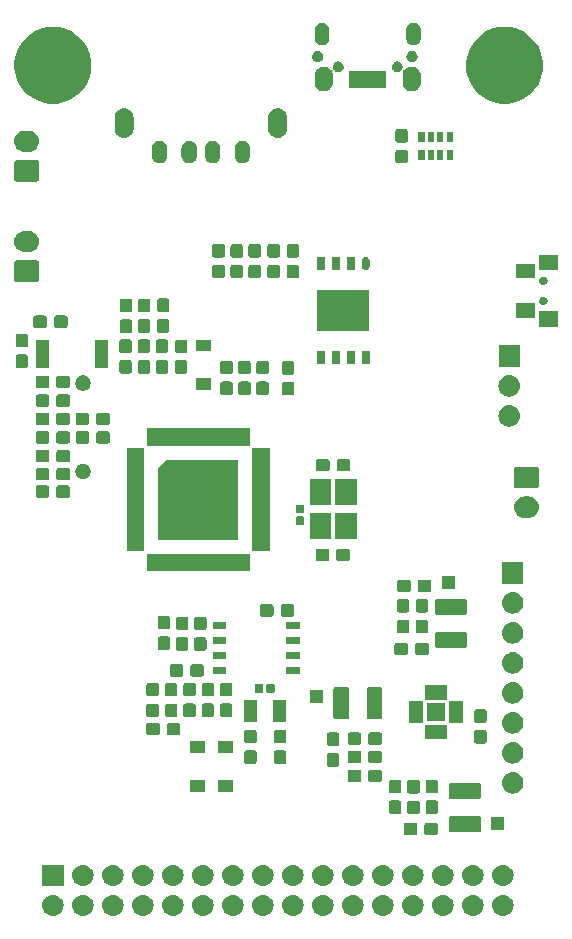
<source format=gbr>
G04 #@! TF.GenerationSoftware,KiCad,Pcbnew,(5.1.4)-1*
G04 #@! TF.CreationDate,2020-02-10T17:26:08+08:00*
G04 #@! TF.ProjectId,F1C100s-i80,46314331-3030-4732-9d69-38302e6b6963,rev?*
G04 #@! TF.SameCoordinates,Original*
G04 #@! TF.FileFunction,Soldermask,Top*
G04 #@! TF.FilePolarity,Negative*
%FSLAX46Y46*%
G04 Gerber Fmt 4.6, Leading zero omitted, Abs format (unit mm)*
G04 Created by KiCad (PCBNEW (5.1.4)-1) date 2020-02-10 17:26:08*
%MOMM*%
%LPD*%
G04 APERTURE LIST*
%ADD10C,0.100000*%
G04 APERTURE END LIST*
D10*
G36*
X83930442Y-95625518D02*
G01*
X83996627Y-95632037D01*
X84166466Y-95683557D01*
X84322991Y-95767222D01*
X84358729Y-95796552D01*
X84460186Y-95879814D01*
X84543448Y-95981271D01*
X84572778Y-96017009D01*
X84656443Y-96173534D01*
X84707963Y-96343373D01*
X84725359Y-96520000D01*
X84707963Y-96696627D01*
X84656443Y-96866466D01*
X84572778Y-97022991D01*
X84543448Y-97058729D01*
X84460186Y-97160186D01*
X84358729Y-97243448D01*
X84322991Y-97272778D01*
X84166466Y-97356443D01*
X83996627Y-97407963D01*
X83930442Y-97414482D01*
X83864260Y-97421000D01*
X83775740Y-97421000D01*
X83709558Y-97414482D01*
X83643373Y-97407963D01*
X83473534Y-97356443D01*
X83317009Y-97272778D01*
X83281271Y-97243448D01*
X83179814Y-97160186D01*
X83096552Y-97058729D01*
X83067222Y-97022991D01*
X82983557Y-96866466D01*
X82932037Y-96696627D01*
X82914641Y-96520000D01*
X82932037Y-96343373D01*
X82983557Y-96173534D01*
X83067222Y-96017009D01*
X83096552Y-95981271D01*
X83179814Y-95879814D01*
X83281271Y-95796552D01*
X83317009Y-95767222D01*
X83473534Y-95683557D01*
X83643373Y-95632037D01*
X83709558Y-95625518D01*
X83775740Y-95619000D01*
X83864260Y-95619000D01*
X83930442Y-95625518D01*
X83930442Y-95625518D01*
G37*
G36*
X63610442Y-95625518D02*
G01*
X63676627Y-95632037D01*
X63846466Y-95683557D01*
X64002991Y-95767222D01*
X64038729Y-95796552D01*
X64140186Y-95879814D01*
X64223448Y-95981271D01*
X64252778Y-96017009D01*
X64336443Y-96173534D01*
X64387963Y-96343373D01*
X64405359Y-96520000D01*
X64387963Y-96696627D01*
X64336443Y-96866466D01*
X64252778Y-97022991D01*
X64223448Y-97058729D01*
X64140186Y-97160186D01*
X64038729Y-97243448D01*
X64002991Y-97272778D01*
X63846466Y-97356443D01*
X63676627Y-97407963D01*
X63610442Y-97414482D01*
X63544260Y-97421000D01*
X63455740Y-97421000D01*
X63389558Y-97414482D01*
X63323373Y-97407963D01*
X63153534Y-97356443D01*
X62997009Y-97272778D01*
X62961271Y-97243448D01*
X62859814Y-97160186D01*
X62776552Y-97058729D01*
X62747222Y-97022991D01*
X62663557Y-96866466D01*
X62612037Y-96696627D01*
X62594641Y-96520000D01*
X62612037Y-96343373D01*
X62663557Y-96173534D01*
X62747222Y-96017009D01*
X62776552Y-95981271D01*
X62859814Y-95879814D01*
X62961271Y-95796552D01*
X62997009Y-95767222D01*
X63153534Y-95683557D01*
X63323373Y-95632037D01*
X63389558Y-95625518D01*
X63455740Y-95619000D01*
X63544260Y-95619000D01*
X63610442Y-95625518D01*
X63610442Y-95625518D01*
G37*
G36*
X78850442Y-95625518D02*
G01*
X78916627Y-95632037D01*
X79086466Y-95683557D01*
X79242991Y-95767222D01*
X79278729Y-95796552D01*
X79380186Y-95879814D01*
X79463448Y-95981271D01*
X79492778Y-96017009D01*
X79576443Y-96173534D01*
X79627963Y-96343373D01*
X79645359Y-96520000D01*
X79627963Y-96696627D01*
X79576443Y-96866466D01*
X79492778Y-97022991D01*
X79463448Y-97058729D01*
X79380186Y-97160186D01*
X79278729Y-97243448D01*
X79242991Y-97272778D01*
X79086466Y-97356443D01*
X78916627Y-97407963D01*
X78850442Y-97414482D01*
X78784260Y-97421000D01*
X78695740Y-97421000D01*
X78629558Y-97414482D01*
X78563373Y-97407963D01*
X78393534Y-97356443D01*
X78237009Y-97272778D01*
X78201271Y-97243448D01*
X78099814Y-97160186D01*
X78016552Y-97058729D01*
X77987222Y-97022991D01*
X77903557Y-96866466D01*
X77852037Y-96696627D01*
X77834641Y-96520000D01*
X77852037Y-96343373D01*
X77903557Y-96173534D01*
X77987222Y-96017009D01*
X78016552Y-95981271D01*
X78099814Y-95879814D01*
X78201271Y-95796552D01*
X78237009Y-95767222D01*
X78393534Y-95683557D01*
X78563373Y-95632037D01*
X78629558Y-95625518D01*
X78695740Y-95619000D01*
X78784260Y-95619000D01*
X78850442Y-95625518D01*
X78850442Y-95625518D01*
G37*
G36*
X76310442Y-95625518D02*
G01*
X76376627Y-95632037D01*
X76546466Y-95683557D01*
X76702991Y-95767222D01*
X76738729Y-95796552D01*
X76840186Y-95879814D01*
X76923448Y-95981271D01*
X76952778Y-96017009D01*
X77036443Y-96173534D01*
X77087963Y-96343373D01*
X77105359Y-96520000D01*
X77087963Y-96696627D01*
X77036443Y-96866466D01*
X76952778Y-97022991D01*
X76923448Y-97058729D01*
X76840186Y-97160186D01*
X76738729Y-97243448D01*
X76702991Y-97272778D01*
X76546466Y-97356443D01*
X76376627Y-97407963D01*
X76310442Y-97414482D01*
X76244260Y-97421000D01*
X76155740Y-97421000D01*
X76089558Y-97414482D01*
X76023373Y-97407963D01*
X75853534Y-97356443D01*
X75697009Y-97272778D01*
X75661271Y-97243448D01*
X75559814Y-97160186D01*
X75476552Y-97058729D01*
X75447222Y-97022991D01*
X75363557Y-96866466D01*
X75312037Y-96696627D01*
X75294641Y-96520000D01*
X75312037Y-96343373D01*
X75363557Y-96173534D01*
X75447222Y-96017009D01*
X75476552Y-95981271D01*
X75559814Y-95879814D01*
X75661271Y-95796552D01*
X75697009Y-95767222D01*
X75853534Y-95683557D01*
X76023373Y-95632037D01*
X76089558Y-95625518D01*
X76155740Y-95619000D01*
X76244260Y-95619000D01*
X76310442Y-95625518D01*
X76310442Y-95625518D01*
G37*
G36*
X73770442Y-95625518D02*
G01*
X73836627Y-95632037D01*
X74006466Y-95683557D01*
X74162991Y-95767222D01*
X74198729Y-95796552D01*
X74300186Y-95879814D01*
X74383448Y-95981271D01*
X74412778Y-96017009D01*
X74496443Y-96173534D01*
X74547963Y-96343373D01*
X74565359Y-96520000D01*
X74547963Y-96696627D01*
X74496443Y-96866466D01*
X74412778Y-97022991D01*
X74383448Y-97058729D01*
X74300186Y-97160186D01*
X74198729Y-97243448D01*
X74162991Y-97272778D01*
X74006466Y-97356443D01*
X73836627Y-97407963D01*
X73770442Y-97414482D01*
X73704260Y-97421000D01*
X73615740Y-97421000D01*
X73549558Y-97414482D01*
X73483373Y-97407963D01*
X73313534Y-97356443D01*
X73157009Y-97272778D01*
X73121271Y-97243448D01*
X73019814Y-97160186D01*
X72936552Y-97058729D01*
X72907222Y-97022991D01*
X72823557Y-96866466D01*
X72772037Y-96696627D01*
X72754641Y-96520000D01*
X72772037Y-96343373D01*
X72823557Y-96173534D01*
X72907222Y-96017009D01*
X72936552Y-95981271D01*
X73019814Y-95879814D01*
X73121271Y-95796552D01*
X73157009Y-95767222D01*
X73313534Y-95683557D01*
X73483373Y-95632037D01*
X73549558Y-95625518D01*
X73615740Y-95619000D01*
X73704260Y-95619000D01*
X73770442Y-95625518D01*
X73770442Y-95625518D01*
G37*
G36*
X71230442Y-95625518D02*
G01*
X71296627Y-95632037D01*
X71466466Y-95683557D01*
X71622991Y-95767222D01*
X71658729Y-95796552D01*
X71760186Y-95879814D01*
X71843448Y-95981271D01*
X71872778Y-96017009D01*
X71956443Y-96173534D01*
X72007963Y-96343373D01*
X72025359Y-96520000D01*
X72007963Y-96696627D01*
X71956443Y-96866466D01*
X71872778Y-97022991D01*
X71843448Y-97058729D01*
X71760186Y-97160186D01*
X71658729Y-97243448D01*
X71622991Y-97272778D01*
X71466466Y-97356443D01*
X71296627Y-97407963D01*
X71230442Y-97414482D01*
X71164260Y-97421000D01*
X71075740Y-97421000D01*
X71009558Y-97414482D01*
X70943373Y-97407963D01*
X70773534Y-97356443D01*
X70617009Y-97272778D01*
X70581271Y-97243448D01*
X70479814Y-97160186D01*
X70396552Y-97058729D01*
X70367222Y-97022991D01*
X70283557Y-96866466D01*
X70232037Y-96696627D01*
X70214641Y-96520000D01*
X70232037Y-96343373D01*
X70283557Y-96173534D01*
X70367222Y-96017009D01*
X70396552Y-95981271D01*
X70479814Y-95879814D01*
X70581271Y-95796552D01*
X70617009Y-95767222D01*
X70773534Y-95683557D01*
X70943373Y-95632037D01*
X71009558Y-95625518D01*
X71075740Y-95619000D01*
X71164260Y-95619000D01*
X71230442Y-95625518D01*
X71230442Y-95625518D01*
G37*
G36*
X68690442Y-95625518D02*
G01*
X68756627Y-95632037D01*
X68926466Y-95683557D01*
X69082991Y-95767222D01*
X69118729Y-95796552D01*
X69220186Y-95879814D01*
X69303448Y-95981271D01*
X69332778Y-96017009D01*
X69416443Y-96173534D01*
X69467963Y-96343373D01*
X69485359Y-96520000D01*
X69467963Y-96696627D01*
X69416443Y-96866466D01*
X69332778Y-97022991D01*
X69303448Y-97058729D01*
X69220186Y-97160186D01*
X69118729Y-97243448D01*
X69082991Y-97272778D01*
X68926466Y-97356443D01*
X68756627Y-97407963D01*
X68690442Y-97414482D01*
X68624260Y-97421000D01*
X68535740Y-97421000D01*
X68469558Y-97414482D01*
X68403373Y-97407963D01*
X68233534Y-97356443D01*
X68077009Y-97272778D01*
X68041271Y-97243448D01*
X67939814Y-97160186D01*
X67856552Y-97058729D01*
X67827222Y-97022991D01*
X67743557Y-96866466D01*
X67692037Y-96696627D01*
X67674641Y-96520000D01*
X67692037Y-96343373D01*
X67743557Y-96173534D01*
X67827222Y-96017009D01*
X67856552Y-95981271D01*
X67939814Y-95879814D01*
X68041271Y-95796552D01*
X68077009Y-95767222D01*
X68233534Y-95683557D01*
X68403373Y-95632037D01*
X68469558Y-95625518D01*
X68535740Y-95619000D01*
X68624260Y-95619000D01*
X68690442Y-95625518D01*
X68690442Y-95625518D01*
G37*
G36*
X66150442Y-95625518D02*
G01*
X66216627Y-95632037D01*
X66386466Y-95683557D01*
X66542991Y-95767222D01*
X66578729Y-95796552D01*
X66680186Y-95879814D01*
X66763448Y-95981271D01*
X66792778Y-96017009D01*
X66876443Y-96173534D01*
X66927963Y-96343373D01*
X66945359Y-96520000D01*
X66927963Y-96696627D01*
X66876443Y-96866466D01*
X66792778Y-97022991D01*
X66763448Y-97058729D01*
X66680186Y-97160186D01*
X66578729Y-97243448D01*
X66542991Y-97272778D01*
X66386466Y-97356443D01*
X66216627Y-97407963D01*
X66150442Y-97414482D01*
X66084260Y-97421000D01*
X65995740Y-97421000D01*
X65929558Y-97414482D01*
X65863373Y-97407963D01*
X65693534Y-97356443D01*
X65537009Y-97272778D01*
X65501271Y-97243448D01*
X65399814Y-97160186D01*
X65316552Y-97058729D01*
X65287222Y-97022991D01*
X65203557Y-96866466D01*
X65152037Y-96696627D01*
X65134641Y-96520000D01*
X65152037Y-96343373D01*
X65203557Y-96173534D01*
X65287222Y-96017009D01*
X65316552Y-95981271D01*
X65399814Y-95879814D01*
X65501271Y-95796552D01*
X65537009Y-95767222D01*
X65693534Y-95683557D01*
X65863373Y-95632037D01*
X65929558Y-95625518D01*
X65995740Y-95619000D01*
X66084260Y-95619000D01*
X66150442Y-95625518D01*
X66150442Y-95625518D01*
G37*
G36*
X81390442Y-95625518D02*
G01*
X81456627Y-95632037D01*
X81626466Y-95683557D01*
X81782991Y-95767222D01*
X81818729Y-95796552D01*
X81920186Y-95879814D01*
X82003448Y-95981271D01*
X82032778Y-96017009D01*
X82116443Y-96173534D01*
X82167963Y-96343373D01*
X82185359Y-96520000D01*
X82167963Y-96696627D01*
X82116443Y-96866466D01*
X82032778Y-97022991D01*
X82003448Y-97058729D01*
X81920186Y-97160186D01*
X81818729Y-97243448D01*
X81782991Y-97272778D01*
X81626466Y-97356443D01*
X81456627Y-97407963D01*
X81390442Y-97414482D01*
X81324260Y-97421000D01*
X81235740Y-97421000D01*
X81169558Y-97414482D01*
X81103373Y-97407963D01*
X80933534Y-97356443D01*
X80777009Y-97272778D01*
X80741271Y-97243448D01*
X80639814Y-97160186D01*
X80556552Y-97058729D01*
X80527222Y-97022991D01*
X80443557Y-96866466D01*
X80392037Y-96696627D01*
X80374641Y-96520000D01*
X80392037Y-96343373D01*
X80443557Y-96173534D01*
X80527222Y-96017009D01*
X80556552Y-95981271D01*
X80639814Y-95879814D01*
X80741271Y-95796552D01*
X80777009Y-95767222D01*
X80933534Y-95683557D01*
X81103373Y-95632037D01*
X81169558Y-95625518D01*
X81235740Y-95619000D01*
X81324260Y-95619000D01*
X81390442Y-95625518D01*
X81390442Y-95625518D01*
G37*
G36*
X58530442Y-95625518D02*
G01*
X58596627Y-95632037D01*
X58766466Y-95683557D01*
X58922991Y-95767222D01*
X58958729Y-95796552D01*
X59060186Y-95879814D01*
X59143448Y-95981271D01*
X59172778Y-96017009D01*
X59256443Y-96173534D01*
X59307963Y-96343373D01*
X59325359Y-96520000D01*
X59307963Y-96696627D01*
X59256443Y-96866466D01*
X59172778Y-97022991D01*
X59143448Y-97058729D01*
X59060186Y-97160186D01*
X58958729Y-97243448D01*
X58922991Y-97272778D01*
X58766466Y-97356443D01*
X58596627Y-97407963D01*
X58530442Y-97414482D01*
X58464260Y-97421000D01*
X58375740Y-97421000D01*
X58309558Y-97414482D01*
X58243373Y-97407963D01*
X58073534Y-97356443D01*
X57917009Y-97272778D01*
X57881271Y-97243448D01*
X57779814Y-97160186D01*
X57696552Y-97058729D01*
X57667222Y-97022991D01*
X57583557Y-96866466D01*
X57532037Y-96696627D01*
X57514641Y-96520000D01*
X57532037Y-96343373D01*
X57583557Y-96173534D01*
X57667222Y-96017009D01*
X57696552Y-95981271D01*
X57779814Y-95879814D01*
X57881271Y-95796552D01*
X57917009Y-95767222D01*
X58073534Y-95683557D01*
X58243373Y-95632037D01*
X58309558Y-95625518D01*
X58375740Y-95619000D01*
X58464260Y-95619000D01*
X58530442Y-95625518D01*
X58530442Y-95625518D01*
G37*
G36*
X61070442Y-95625518D02*
G01*
X61136627Y-95632037D01*
X61306466Y-95683557D01*
X61462991Y-95767222D01*
X61498729Y-95796552D01*
X61600186Y-95879814D01*
X61683448Y-95981271D01*
X61712778Y-96017009D01*
X61796443Y-96173534D01*
X61847963Y-96343373D01*
X61865359Y-96520000D01*
X61847963Y-96696627D01*
X61796443Y-96866466D01*
X61712778Y-97022991D01*
X61683448Y-97058729D01*
X61600186Y-97160186D01*
X61498729Y-97243448D01*
X61462991Y-97272778D01*
X61306466Y-97356443D01*
X61136627Y-97407963D01*
X61070442Y-97414482D01*
X61004260Y-97421000D01*
X60915740Y-97421000D01*
X60849558Y-97414482D01*
X60783373Y-97407963D01*
X60613534Y-97356443D01*
X60457009Y-97272778D01*
X60421271Y-97243448D01*
X60319814Y-97160186D01*
X60236552Y-97058729D01*
X60207222Y-97022991D01*
X60123557Y-96866466D01*
X60072037Y-96696627D01*
X60054641Y-96520000D01*
X60072037Y-96343373D01*
X60123557Y-96173534D01*
X60207222Y-96017009D01*
X60236552Y-95981271D01*
X60319814Y-95879814D01*
X60421271Y-95796552D01*
X60457009Y-95767222D01*
X60613534Y-95683557D01*
X60783373Y-95632037D01*
X60849558Y-95625518D01*
X60915740Y-95619000D01*
X61004260Y-95619000D01*
X61070442Y-95625518D01*
X61070442Y-95625518D01*
G37*
G36*
X45830442Y-95625518D02*
G01*
X45896627Y-95632037D01*
X46066466Y-95683557D01*
X46222991Y-95767222D01*
X46258729Y-95796552D01*
X46360186Y-95879814D01*
X46443448Y-95981271D01*
X46472778Y-96017009D01*
X46556443Y-96173534D01*
X46607963Y-96343373D01*
X46625359Y-96520000D01*
X46607963Y-96696627D01*
X46556443Y-96866466D01*
X46472778Y-97022991D01*
X46443448Y-97058729D01*
X46360186Y-97160186D01*
X46258729Y-97243448D01*
X46222991Y-97272778D01*
X46066466Y-97356443D01*
X45896627Y-97407963D01*
X45830442Y-97414482D01*
X45764260Y-97421000D01*
X45675740Y-97421000D01*
X45609558Y-97414482D01*
X45543373Y-97407963D01*
X45373534Y-97356443D01*
X45217009Y-97272778D01*
X45181271Y-97243448D01*
X45079814Y-97160186D01*
X44996552Y-97058729D01*
X44967222Y-97022991D01*
X44883557Y-96866466D01*
X44832037Y-96696627D01*
X44814641Y-96520000D01*
X44832037Y-96343373D01*
X44883557Y-96173534D01*
X44967222Y-96017009D01*
X44996552Y-95981271D01*
X45079814Y-95879814D01*
X45181271Y-95796552D01*
X45217009Y-95767222D01*
X45373534Y-95683557D01*
X45543373Y-95632037D01*
X45609558Y-95625518D01*
X45675740Y-95619000D01*
X45764260Y-95619000D01*
X45830442Y-95625518D01*
X45830442Y-95625518D01*
G37*
G36*
X48370442Y-95625518D02*
G01*
X48436627Y-95632037D01*
X48606466Y-95683557D01*
X48762991Y-95767222D01*
X48798729Y-95796552D01*
X48900186Y-95879814D01*
X48983448Y-95981271D01*
X49012778Y-96017009D01*
X49096443Y-96173534D01*
X49147963Y-96343373D01*
X49165359Y-96520000D01*
X49147963Y-96696627D01*
X49096443Y-96866466D01*
X49012778Y-97022991D01*
X48983448Y-97058729D01*
X48900186Y-97160186D01*
X48798729Y-97243448D01*
X48762991Y-97272778D01*
X48606466Y-97356443D01*
X48436627Y-97407963D01*
X48370442Y-97414482D01*
X48304260Y-97421000D01*
X48215740Y-97421000D01*
X48149558Y-97414482D01*
X48083373Y-97407963D01*
X47913534Y-97356443D01*
X47757009Y-97272778D01*
X47721271Y-97243448D01*
X47619814Y-97160186D01*
X47536552Y-97058729D01*
X47507222Y-97022991D01*
X47423557Y-96866466D01*
X47372037Y-96696627D01*
X47354641Y-96520000D01*
X47372037Y-96343373D01*
X47423557Y-96173534D01*
X47507222Y-96017009D01*
X47536552Y-95981271D01*
X47619814Y-95879814D01*
X47721271Y-95796552D01*
X47757009Y-95767222D01*
X47913534Y-95683557D01*
X48083373Y-95632037D01*
X48149558Y-95625518D01*
X48215740Y-95619000D01*
X48304260Y-95619000D01*
X48370442Y-95625518D01*
X48370442Y-95625518D01*
G37*
G36*
X53450442Y-95625518D02*
G01*
X53516627Y-95632037D01*
X53686466Y-95683557D01*
X53842991Y-95767222D01*
X53878729Y-95796552D01*
X53980186Y-95879814D01*
X54063448Y-95981271D01*
X54092778Y-96017009D01*
X54176443Y-96173534D01*
X54227963Y-96343373D01*
X54245359Y-96520000D01*
X54227963Y-96696627D01*
X54176443Y-96866466D01*
X54092778Y-97022991D01*
X54063448Y-97058729D01*
X53980186Y-97160186D01*
X53878729Y-97243448D01*
X53842991Y-97272778D01*
X53686466Y-97356443D01*
X53516627Y-97407963D01*
X53450442Y-97414482D01*
X53384260Y-97421000D01*
X53295740Y-97421000D01*
X53229558Y-97414482D01*
X53163373Y-97407963D01*
X52993534Y-97356443D01*
X52837009Y-97272778D01*
X52801271Y-97243448D01*
X52699814Y-97160186D01*
X52616552Y-97058729D01*
X52587222Y-97022991D01*
X52503557Y-96866466D01*
X52452037Y-96696627D01*
X52434641Y-96520000D01*
X52452037Y-96343373D01*
X52503557Y-96173534D01*
X52587222Y-96017009D01*
X52616552Y-95981271D01*
X52699814Y-95879814D01*
X52801271Y-95796552D01*
X52837009Y-95767222D01*
X52993534Y-95683557D01*
X53163373Y-95632037D01*
X53229558Y-95625518D01*
X53295740Y-95619000D01*
X53384260Y-95619000D01*
X53450442Y-95625518D01*
X53450442Y-95625518D01*
G37*
G36*
X50910442Y-95625518D02*
G01*
X50976627Y-95632037D01*
X51146466Y-95683557D01*
X51302991Y-95767222D01*
X51338729Y-95796552D01*
X51440186Y-95879814D01*
X51523448Y-95981271D01*
X51552778Y-96017009D01*
X51636443Y-96173534D01*
X51687963Y-96343373D01*
X51705359Y-96520000D01*
X51687963Y-96696627D01*
X51636443Y-96866466D01*
X51552778Y-97022991D01*
X51523448Y-97058729D01*
X51440186Y-97160186D01*
X51338729Y-97243448D01*
X51302991Y-97272778D01*
X51146466Y-97356443D01*
X50976627Y-97407963D01*
X50910442Y-97414482D01*
X50844260Y-97421000D01*
X50755740Y-97421000D01*
X50689558Y-97414482D01*
X50623373Y-97407963D01*
X50453534Y-97356443D01*
X50297009Y-97272778D01*
X50261271Y-97243448D01*
X50159814Y-97160186D01*
X50076552Y-97058729D01*
X50047222Y-97022991D01*
X49963557Y-96866466D01*
X49912037Y-96696627D01*
X49894641Y-96520000D01*
X49912037Y-96343373D01*
X49963557Y-96173534D01*
X50047222Y-96017009D01*
X50076552Y-95981271D01*
X50159814Y-95879814D01*
X50261271Y-95796552D01*
X50297009Y-95767222D01*
X50453534Y-95683557D01*
X50623373Y-95632037D01*
X50689558Y-95625518D01*
X50755740Y-95619000D01*
X50844260Y-95619000D01*
X50910442Y-95625518D01*
X50910442Y-95625518D01*
G37*
G36*
X55990442Y-95625518D02*
G01*
X56056627Y-95632037D01*
X56226466Y-95683557D01*
X56382991Y-95767222D01*
X56418729Y-95796552D01*
X56520186Y-95879814D01*
X56603448Y-95981271D01*
X56632778Y-96017009D01*
X56716443Y-96173534D01*
X56767963Y-96343373D01*
X56785359Y-96520000D01*
X56767963Y-96696627D01*
X56716443Y-96866466D01*
X56632778Y-97022991D01*
X56603448Y-97058729D01*
X56520186Y-97160186D01*
X56418729Y-97243448D01*
X56382991Y-97272778D01*
X56226466Y-97356443D01*
X56056627Y-97407963D01*
X55990442Y-97414482D01*
X55924260Y-97421000D01*
X55835740Y-97421000D01*
X55769558Y-97414482D01*
X55703373Y-97407963D01*
X55533534Y-97356443D01*
X55377009Y-97272778D01*
X55341271Y-97243448D01*
X55239814Y-97160186D01*
X55156552Y-97058729D01*
X55127222Y-97022991D01*
X55043557Y-96866466D01*
X54992037Y-96696627D01*
X54974641Y-96520000D01*
X54992037Y-96343373D01*
X55043557Y-96173534D01*
X55127222Y-96017009D01*
X55156552Y-95981271D01*
X55239814Y-95879814D01*
X55341271Y-95796552D01*
X55377009Y-95767222D01*
X55533534Y-95683557D01*
X55703373Y-95632037D01*
X55769558Y-95625518D01*
X55835740Y-95619000D01*
X55924260Y-95619000D01*
X55990442Y-95625518D01*
X55990442Y-95625518D01*
G37*
G36*
X68690443Y-93085519D02*
G01*
X68756627Y-93092037D01*
X68926466Y-93143557D01*
X69082991Y-93227222D01*
X69118729Y-93256552D01*
X69220186Y-93339814D01*
X69303448Y-93441271D01*
X69332778Y-93477009D01*
X69416443Y-93633534D01*
X69467963Y-93803373D01*
X69485359Y-93980000D01*
X69467963Y-94156627D01*
X69416443Y-94326466D01*
X69332778Y-94482991D01*
X69303448Y-94518729D01*
X69220186Y-94620186D01*
X69118729Y-94703448D01*
X69082991Y-94732778D01*
X68926466Y-94816443D01*
X68756627Y-94867963D01*
X68690443Y-94874481D01*
X68624260Y-94881000D01*
X68535740Y-94881000D01*
X68469557Y-94874481D01*
X68403373Y-94867963D01*
X68233534Y-94816443D01*
X68077009Y-94732778D01*
X68041271Y-94703448D01*
X67939814Y-94620186D01*
X67856552Y-94518729D01*
X67827222Y-94482991D01*
X67743557Y-94326466D01*
X67692037Y-94156627D01*
X67674641Y-93980000D01*
X67692037Y-93803373D01*
X67743557Y-93633534D01*
X67827222Y-93477009D01*
X67856552Y-93441271D01*
X67939814Y-93339814D01*
X68041271Y-93256552D01*
X68077009Y-93227222D01*
X68233534Y-93143557D01*
X68403373Y-93092037D01*
X68469557Y-93085519D01*
X68535740Y-93079000D01*
X68624260Y-93079000D01*
X68690443Y-93085519D01*
X68690443Y-93085519D01*
G37*
G36*
X46621000Y-94881000D02*
G01*
X44819000Y-94881000D01*
X44819000Y-93079000D01*
X46621000Y-93079000D01*
X46621000Y-94881000D01*
X46621000Y-94881000D01*
G37*
G36*
X48370443Y-93085519D02*
G01*
X48436627Y-93092037D01*
X48606466Y-93143557D01*
X48762991Y-93227222D01*
X48798729Y-93256552D01*
X48900186Y-93339814D01*
X48983448Y-93441271D01*
X49012778Y-93477009D01*
X49096443Y-93633534D01*
X49147963Y-93803373D01*
X49165359Y-93980000D01*
X49147963Y-94156627D01*
X49096443Y-94326466D01*
X49012778Y-94482991D01*
X48983448Y-94518729D01*
X48900186Y-94620186D01*
X48798729Y-94703448D01*
X48762991Y-94732778D01*
X48606466Y-94816443D01*
X48436627Y-94867963D01*
X48370443Y-94874481D01*
X48304260Y-94881000D01*
X48215740Y-94881000D01*
X48149557Y-94874481D01*
X48083373Y-94867963D01*
X47913534Y-94816443D01*
X47757009Y-94732778D01*
X47721271Y-94703448D01*
X47619814Y-94620186D01*
X47536552Y-94518729D01*
X47507222Y-94482991D01*
X47423557Y-94326466D01*
X47372037Y-94156627D01*
X47354641Y-93980000D01*
X47372037Y-93803373D01*
X47423557Y-93633534D01*
X47507222Y-93477009D01*
X47536552Y-93441271D01*
X47619814Y-93339814D01*
X47721271Y-93256552D01*
X47757009Y-93227222D01*
X47913534Y-93143557D01*
X48083373Y-93092037D01*
X48149557Y-93085519D01*
X48215740Y-93079000D01*
X48304260Y-93079000D01*
X48370443Y-93085519D01*
X48370443Y-93085519D01*
G37*
G36*
X53450443Y-93085519D02*
G01*
X53516627Y-93092037D01*
X53686466Y-93143557D01*
X53842991Y-93227222D01*
X53878729Y-93256552D01*
X53980186Y-93339814D01*
X54063448Y-93441271D01*
X54092778Y-93477009D01*
X54176443Y-93633534D01*
X54227963Y-93803373D01*
X54245359Y-93980000D01*
X54227963Y-94156627D01*
X54176443Y-94326466D01*
X54092778Y-94482991D01*
X54063448Y-94518729D01*
X53980186Y-94620186D01*
X53878729Y-94703448D01*
X53842991Y-94732778D01*
X53686466Y-94816443D01*
X53516627Y-94867963D01*
X53450443Y-94874481D01*
X53384260Y-94881000D01*
X53295740Y-94881000D01*
X53229557Y-94874481D01*
X53163373Y-94867963D01*
X52993534Y-94816443D01*
X52837009Y-94732778D01*
X52801271Y-94703448D01*
X52699814Y-94620186D01*
X52616552Y-94518729D01*
X52587222Y-94482991D01*
X52503557Y-94326466D01*
X52452037Y-94156627D01*
X52434641Y-93980000D01*
X52452037Y-93803373D01*
X52503557Y-93633534D01*
X52587222Y-93477009D01*
X52616552Y-93441271D01*
X52699814Y-93339814D01*
X52801271Y-93256552D01*
X52837009Y-93227222D01*
X52993534Y-93143557D01*
X53163373Y-93092037D01*
X53229557Y-93085519D01*
X53295740Y-93079000D01*
X53384260Y-93079000D01*
X53450443Y-93085519D01*
X53450443Y-93085519D01*
G37*
G36*
X50910443Y-93085519D02*
G01*
X50976627Y-93092037D01*
X51146466Y-93143557D01*
X51302991Y-93227222D01*
X51338729Y-93256552D01*
X51440186Y-93339814D01*
X51523448Y-93441271D01*
X51552778Y-93477009D01*
X51636443Y-93633534D01*
X51687963Y-93803373D01*
X51705359Y-93980000D01*
X51687963Y-94156627D01*
X51636443Y-94326466D01*
X51552778Y-94482991D01*
X51523448Y-94518729D01*
X51440186Y-94620186D01*
X51338729Y-94703448D01*
X51302991Y-94732778D01*
X51146466Y-94816443D01*
X50976627Y-94867963D01*
X50910443Y-94874481D01*
X50844260Y-94881000D01*
X50755740Y-94881000D01*
X50689557Y-94874481D01*
X50623373Y-94867963D01*
X50453534Y-94816443D01*
X50297009Y-94732778D01*
X50261271Y-94703448D01*
X50159814Y-94620186D01*
X50076552Y-94518729D01*
X50047222Y-94482991D01*
X49963557Y-94326466D01*
X49912037Y-94156627D01*
X49894641Y-93980000D01*
X49912037Y-93803373D01*
X49963557Y-93633534D01*
X50047222Y-93477009D01*
X50076552Y-93441271D01*
X50159814Y-93339814D01*
X50261271Y-93256552D01*
X50297009Y-93227222D01*
X50453534Y-93143557D01*
X50623373Y-93092037D01*
X50689557Y-93085519D01*
X50755740Y-93079000D01*
X50844260Y-93079000D01*
X50910443Y-93085519D01*
X50910443Y-93085519D01*
G37*
G36*
X83930443Y-93085519D02*
G01*
X83996627Y-93092037D01*
X84166466Y-93143557D01*
X84322991Y-93227222D01*
X84358729Y-93256552D01*
X84460186Y-93339814D01*
X84543448Y-93441271D01*
X84572778Y-93477009D01*
X84656443Y-93633534D01*
X84707963Y-93803373D01*
X84725359Y-93980000D01*
X84707963Y-94156627D01*
X84656443Y-94326466D01*
X84572778Y-94482991D01*
X84543448Y-94518729D01*
X84460186Y-94620186D01*
X84358729Y-94703448D01*
X84322991Y-94732778D01*
X84166466Y-94816443D01*
X83996627Y-94867963D01*
X83930443Y-94874481D01*
X83864260Y-94881000D01*
X83775740Y-94881000D01*
X83709557Y-94874481D01*
X83643373Y-94867963D01*
X83473534Y-94816443D01*
X83317009Y-94732778D01*
X83281271Y-94703448D01*
X83179814Y-94620186D01*
X83096552Y-94518729D01*
X83067222Y-94482991D01*
X82983557Y-94326466D01*
X82932037Y-94156627D01*
X82914641Y-93980000D01*
X82932037Y-93803373D01*
X82983557Y-93633534D01*
X83067222Y-93477009D01*
X83096552Y-93441271D01*
X83179814Y-93339814D01*
X83281271Y-93256552D01*
X83317009Y-93227222D01*
X83473534Y-93143557D01*
X83643373Y-93092037D01*
X83709557Y-93085519D01*
X83775740Y-93079000D01*
X83864260Y-93079000D01*
X83930443Y-93085519D01*
X83930443Y-93085519D01*
G37*
G36*
X81390443Y-93085519D02*
G01*
X81456627Y-93092037D01*
X81626466Y-93143557D01*
X81782991Y-93227222D01*
X81818729Y-93256552D01*
X81920186Y-93339814D01*
X82003448Y-93441271D01*
X82032778Y-93477009D01*
X82116443Y-93633534D01*
X82167963Y-93803373D01*
X82185359Y-93980000D01*
X82167963Y-94156627D01*
X82116443Y-94326466D01*
X82032778Y-94482991D01*
X82003448Y-94518729D01*
X81920186Y-94620186D01*
X81818729Y-94703448D01*
X81782991Y-94732778D01*
X81626466Y-94816443D01*
X81456627Y-94867963D01*
X81390443Y-94874481D01*
X81324260Y-94881000D01*
X81235740Y-94881000D01*
X81169557Y-94874481D01*
X81103373Y-94867963D01*
X80933534Y-94816443D01*
X80777009Y-94732778D01*
X80741271Y-94703448D01*
X80639814Y-94620186D01*
X80556552Y-94518729D01*
X80527222Y-94482991D01*
X80443557Y-94326466D01*
X80392037Y-94156627D01*
X80374641Y-93980000D01*
X80392037Y-93803373D01*
X80443557Y-93633534D01*
X80527222Y-93477009D01*
X80556552Y-93441271D01*
X80639814Y-93339814D01*
X80741271Y-93256552D01*
X80777009Y-93227222D01*
X80933534Y-93143557D01*
X81103373Y-93092037D01*
X81169557Y-93085519D01*
X81235740Y-93079000D01*
X81324260Y-93079000D01*
X81390443Y-93085519D01*
X81390443Y-93085519D01*
G37*
G36*
X78850443Y-93085519D02*
G01*
X78916627Y-93092037D01*
X79086466Y-93143557D01*
X79242991Y-93227222D01*
X79278729Y-93256552D01*
X79380186Y-93339814D01*
X79463448Y-93441271D01*
X79492778Y-93477009D01*
X79576443Y-93633534D01*
X79627963Y-93803373D01*
X79645359Y-93980000D01*
X79627963Y-94156627D01*
X79576443Y-94326466D01*
X79492778Y-94482991D01*
X79463448Y-94518729D01*
X79380186Y-94620186D01*
X79278729Y-94703448D01*
X79242991Y-94732778D01*
X79086466Y-94816443D01*
X78916627Y-94867963D01*
X78850443Y-94874481D01*
X78784260Y-94881000D01*
X78695740Y-94881000D01*
X78629557Y-94874481D01*
X78563373Y-94867963D01*
X78393534Y-94816443D01*
X78237009Y-94732778D01*
X78201271Y-94703448D01*
X78099814Y-94620186D01*
X78016552Y-94518729D01*
X77987222Y-94482991D01*
X77903557Y-94326466D01*
X77852037Y-94156627D01*
X77834641Y-93980000D01*
X77852037Y-93803373D01*
X77903557Y-93633534D01*
X77987222Y-93477009D01*
X78016552Y-93441271D01*
X78099814Y-93339814D01*
X78201271Y-93256552D01*
X78237009Y-93227222D01*
X78393534Y-93143557D01*
X78563373Y-93092037D01*
X78629557Y-93085519D01*
X78695740Y-93079000D01*
X78784260Y-93079000D01*
X78850443Y-93085519D01*
X78850443Y-93085519D01*
G37*
G36*
X71230443Y-93085519D02*
G01*
X71296627Y-93092037D01*
X71466466Y-93143557D01*
X71622991Y-93227222D01*
X71658729Y-93256552D01*
X71760186Y-93339814D01*
X71843448Y-93441271D01*
X71872778Y-93477009D01*
X71956443Y-93633534D01*
X72007963Y-93803373D01*
X72025359Y-93980000D01*
X72007963Y-94156627D01*
X71956443Y-94326466D01*
X71872778Y-94482991D01*
X71843448Y-94518729D01*
X71760186Y-94620186D01*
X71658729Y-94703448D01*
X71622991Y-94732778D01*
X71466466Y-94816443D01*
X71296627Y-94867963D01*
X71230443Y-94874481D01*
X71164260Y-94881000D01*
X71075740Y-94881000D01*
X71009557Y-94874481D01*
X70943373Y-94867963D01*
X70773534Y-94816443D01*
X70617009Y-94732778D01*
X70581271Y-94703448D01*
X70479814Y-94620186D01*
X70396552Y-94518729D01*
X70367222Y-94482991D01*
X70283557Y-94326466D01*
X70232037Y-94156627D01*
X70214641Y-93980000D01*
X70232037Y-93803373D01*
X70283557Y-93633534D01*
X70367222Y-93477009D01*
X70396552Y-93441271D01*
X70479814Y-93339814D01*
X70581271Y-93256552D01*
X70617009Y-93227222D01*
X70773534Y-93143557D01*
X70943373Y-93092037D01*
X71009557Y-93085519D01*
X71075740Y-93079000D01*
X71164260Y-93079000D01*
X71230443Y-93085519D01*
X71230443Y-93085519D01*
G37*
G36*
X76310443Y-93085519D02*
G01*
X76376627Y-93092037D01*
X76546466Y-93143557D01*
X76702991Y-93227222D01*
X76738729Y-93256552D01*
X76840186Y-93339814D01*
X76923448Y-93441271D01*
X76952778Y-93477009D01*
X77036443Y-93633534D01*
X77087963Y-93803373D01*
X77105359Y-93980000D01*
X77087963Y-94156627D01*
X77036443Y-94326466D01*
X76952778Y-94482991D01*
X76923448Y-94518729D01*
X76840186Y-94620186D01*
X76738729Y-94703448D01*
X76702991Y-94732778D01*
X76546466Y-94816443D01*
X76376627Y-94867963D01*
X76310443Y-94874481D01*
X76244260Y-94881000D01*
X76155740Y-94881000D01*
X76089557Y-94874481D01*
X76023373Y-94867963D01*
X75853534Y-94816443D01*
X75697009Y-94732778D01*
X75661271Y-94703448D01*
X75559814Y-94620186D01*
X75476552Y-94518729D01*
X75447222Y-94482991D01*
X75363557Y-94326466D01*
X75312037Y-94156627D01*
X75294641Y-93980000D01*
X75312037Y-93803373D01*
X75363557Y-93633534D01*
X75447222Y-93477009D01*
X75476552Y-93441271D01*
X75559814Y-93339814D01*
X75661271Y-93256552D01*
X75697009Y-93227222D01*
X75853534Y-93143557D01*
X76023373Y-93092037D01*
X76089557Y-93085519D01*
X76155740Y-93079000D01*
X76244260Y-93079000D01*
X76310443Y-93085519D01*
X76310443Y-93085519D01*
G37*
G36*
X66150443Y-93085519D02*
G01*
X66216627Y-93092037D01*
X66386466Y-93143557D01*
X66542991Y-93227222D01*
X66578729Y-93256552D01*
X66680186Y-93339814D01*
X66763448Y-93441271D01*
X66792778Y-93477009D01*
X66876443Y-93633534D01*
X66927963Y-93803373D01*
X66945359Y-93980000D01*
X66927963Y-94156627D01*
X66876443Y-94326466D01*
X66792778Y-94482991D01*
X66763448Y-94518729D01*
X66680186Y-94620186D01*
X66578729Y-94703448D01*
X66542991Y-94732778D01*
X66386466Y-94816443D01*
X66216627Y-94867963D01*
X66150443Y-94874481D01*
X66084260Y-94881000D01*
X65995740Y-94881000D01*
X65929557Y-94874481D01*
X65863373Y-94867963D01*
X65693534Y-94816443D01*
X65537009Y-94732778D01*
X65501271Y-94703448D01*
X65399814Y-94620186D01*
X65316552Y-94518729D01*
X65287222Y-94482991D01*
X65203557Y-94326466D01*
X65152037Y-94156627D01*
X65134641Y-93980000D01*
X65152037Y-93803373D01*
X65203557Y-93633534D01*
X65287222Y-93477009D01*
X65316552Y-93441271D01*
X65399814Y-93339814D01*
X65501271Y-93256552D01*
X65537009Y-93227222D01*
X65693534Y-93143557D01*
X65863373Y-93092037D01*
X65929557Y-93085519D01*
X65995740Y-93079000D01*
X66084260Y-93079000D01*
X66150443Y-93085519D01*
X66150443Y-93085519D01*
G37*
G36*
X63610443Y-93085519D02*
G01*
X63676627Y-93092037D01*
X63846466Y-93143557D01*
X64002991Y-93227222D01*
X64038729Y-93256552D01*
X64140186Y-93339814D01*
X64223448Y-93441271D01*
X64252778Y-93477009D01*
X64336443Y-93633534D01*
X64387963Y-93803373D01*
X64405359Y-93980000D01*
X64387963Y-94156627D01*
X64336443Y-94326466D01*
X64252778Y-94482991D01*
X64223448Y-94518729D01*
X64140186Y-94620186D01*
X64038729Y-94703448D01*
X64002991Y-94732778D01*
X63846466Y-94816443D01*
X63676627Y-94867963D01*
X63610443Y-94874481D01*
X63544260Y-94881000D01*
X63455740Y-94881000D01*
X63389557Y-94874481D01*
X63323373Y-94867963D01*
X63153534Y-94816443D01*
X62997009Y-94732778D01*
X62961271Y-94703448D01*
X62859814Y-94620186D01*
X62776552Y-94518729D01*
X62747222Y-94482991D01*
X62663557Y-94326466D01*
X62612037Y-94156627D01*
X62594641Y-93980000D01*
X62612037Y-93803373D01*
X62663557Y-93633534D01*
X62747222Y-93477009D01*
X62776552Y-93441271D01*
X62859814Y-93339814D01*
X62961271Y-93256552D01*
X62997009Y-93227222D01*
X63153534Y-93143557D01*
X63323373Y-93092037D01*
X63389557Y-93085519D01*
X63455740Y-93079000D01*
X63544260Y-93079000D01*
X63610443Y-93085519D01*
X63610443Y-93085519D01*
G37*
G36*
X61070443Y-93085519D02*
G01*
X61136627Y-93092037D01*
X61306466Y-93143557D01*
X61462991Y-93227222D01*
X61498729Y-93256552D01*
X61600186Y-93339814D01*
X61683448Y-93441271D01*
X61712778Y-93477009D01*
X61796443Y-93633534D01*
X61847963Y-93803373D01*
X61865359Y-93980000D01*
X61847963Y-94156627D01*
X61796443Y-94326466D01*
X61712778Y-94482991D01*
X61683448Y-94518729D01*
X61600186Y-94620186D01*
X61498729Y-94703448D01*
X61462991Y-94732778D01*
X61306466Y-94816443D01*
X61136627Y-94867963D01*
X61070443Y-94874481D01*
X61004260Y-94881000D01*
X60915740Y-94881000D01*
X60849557Y-94874481D01*
X60783373Y-94867963D01*
X60613534Y-94816443D01*
X60457009Y-94732778D01*
X60421271Y-94703448D01*
X60319814Y-94620186D01*
X60236552Y-94518729D01*
X60207222Y-94482991D01*
X60123557Y-94326466D01*
X60072037Y-94156627D01*
X60054641Y-93980000D01*
X60072037Y-93803373D01*
X60123557Y-93633534D01*
X60207222Y-93477009D01*
X60236552Y-93441271D01*
X60319814Y-93339814D01*
X60421271Y-93256552D01*
X60457009Y-93227222D01*
X60613534Y-93143557D01*
X60783373Y-93092037D01*
X60849557Y-93085519D01*
X60915740Y-93079000D01*
X61004260Y-93079000D01*
X61070443Y-93085519D01*
X61070443Y-93085519D01*
G37*
G36*
X55990443Y-93085519D02*
G01*
X56056627Y-93092037D01*
X56226466Y-93143557D01*
X56382991Y-93227222D01*
X56418729Y-93256552D01*
X56520186Y-93339814D01*
X56603448Y-93441271D01*
X56632778Y-93477009D01*
X56716443Y-93633534D01*
X56767963Y-93803373D01*
X56785359Y-93980000D01*
X56767963Y-94156627D01*
X56716443Y-94326466D01*
X56632778Y-94482991D01*
X56603448Y-94518729D01*
X56520186Y-94620186D01*
X56418729Y-94703448D01*
X56382991Y-94732778D01*
X56226466Y-94816443D01*
X56056627Y-94867963D01*
X55990443Y-94874481D01*
X55924260Y-94881000D01*
X55835740Y-94881000D01*
X55769557Y-94874481D01*
X55703373Y-94867963D01*
X55533534Y-94816443D01*
X55377009Y-94732778D01*
X55341271Y-94703448D01*
X55239814Y-94620186D01*
X55156552Y-94518729D01*
X55127222Y-94482991D01*
X55043557Y-94326466D01*
X54992037Y-94156627D01*
X54974641Y-93980000D01*
X54992037Y-93803373D01*
X55043557Y-93633534D01*
X55127222Y-93477009D01*
X55156552Y-93441271D01*
X55239814Y-93339814D01*
X55341271Y-93256552D01*
X55377009Y-93227222D01*
X55533534Y-93143557D01*
X55703373Y-93092037D01*
X55769557Y-93085519D01*
X55835740Y-93079000D01*
X55924260Y-93079000D01*
X55990443Y-93085519D01*
X55990443Y-93085519D01*
G37*
G36*
X58530443Y-93085519D02*
G01*
X58596627Y-93092037D01*
X58766466Y-93143557D01*
X58922991Y-93227222D01*
X58958729Y-93256552D01*
X59060186Y-93339814D01*
X59143448Y-93441271D01*
X59172778Y-93477009D01*
X59256443Y-93633534D01*
X59307963Y-93803373D01*
X59325359Y-93980000D01*
X59307963Y-94156627D01*
X59256443Y-94326466D01*
X59172778Y-94482991D01*
X59143448Y-94518729D01*
X59060186Y-94620186D01*
X58958729Y-94703448D01*
X58922991Y-94732778D01*
X58766466Y-94816443D01*
X58596627Y-94867963D01*
X58530443Y-94874481D01*
X58464260Y-94881000D01*
X58375740Y-94881000D01*
X58309557Y-94874481D01*
X58243373Y-94867963D01*
X58073534Y-94816443D01*
X57917009Y-94732778D01*
X57881271Y-94703448D01*
X57779814Y-94620186D01*
X57696552Y-94518729D01*
X57667222Y-94482991D01*
X57583557Y-94326466D01*
X57532037Y-94156627D01*
X57514641Y-93980000D01*
X57532037Y-93803373D01*
X57583557Y-93633534D01*
X57667222Y-93477009D01*
X57696552Y-93441271D01*
X57779814Y-93339814D01*
X57881271Y-93256552D01*
X57917009Y-93227222D01*
X58073534Y-93143557D01*
X58243373Y-93092037D01*
X58309557Y-93085519D01*
X58375740Y-93079000D01*
X58464260Y-93079000D01*
X58530443Y-93085519D01*
X58530443Y-93085519D01*
G37*
G36*
X73770443Y-93085519D02*
G01*
X73836627Y-93092037D01*
X74006466Y-93143557D01*
X74162991Y-93227222D01*
X74198729Y-93256552D01*
X74300186Y-93339814D01*
X74383448Y-93441271D01*
X74412778Y-93477009D01*
X74496443Y-93633534D01*
X74547963Y-93803373D01*
X74565359Y-93980000D01*
X74547963Y-94156627D01*
X74496443Y-94326466D01*
X74412778Y-94482991D01*
X74383448Y-94518729D01*
X74300186Y-94620186D01*
X74198729Y-94703448D01*
X74162991Y-94732778D01*
X74006466Y-94816443D01*
X73836627Y-94867963D01*
X73770443Y-94874481D01*
X73704260Y-94881000D01*
X73615740Y-94881000D01*
X73549557Y-94874481D01*
X73483373Y-94867963D01*
X73313534Y-94816443D01*
X73157009Y-94732778D01*
X73121271Y-94703448D01*
X73019814Y-94620186D01*
X72936552Y-94518729D01*
X72907222Y-94482991D01*
X72823557Y-94326466D01*
X72772037Y-94156627D01*
X72754641Y-93980000D01*
X72772037Y-93803373D01*
X72823557Y-93633534D01*
X72907222Y-93477009D01*
X72936552Y-93441271D01*
X73019814Y-93339814D01*
X73121271Y-93256552D01*
X73157009Y-93227222D01*
X73313534Y-93143557D01*
X73483373Y-93092037D01*
X73549557Y-93085519D01*
X73615740Y-93079000D01*
X73704260Y-93079000D01*
X73770443Y-93085519D01*
X73770443Y-93085519D01*
G37*
G36*
X78164499Y-89528445D02*
G01*
X78201995Y-89539820D01*
X78236554Y-89558292D01*
X78266847Y-89583153D01*
X78291708Y-89613446D01*
X78310180Y-89648005D01*
X78321555Y-89685501D01*
X78326000Y-89730638D01*
X78326000Y-90369362D01*
X78321555Y-90414499D01*
X78310180Y-90451995D01*
X78291708Y-90486554D01*
X78266847Y-90516847D01*
X78236554Y-90541708D01*
X78201995Y-90560180D01*
X78164499Y-90571555D01*
X78119362Y-90576000D01*
X77380638Y-90576000D01*
X77335501Y-90571555D01*
X77298005Y-90560180D01*
X77263446Y-90541708D01*
X77233153Y-90516847D01*
X77208292Y-90486554D01*
X77189820Y-90451995D01*
X77178445Y-90414499D01*
X77174000Y-90369362D01*
X77174000Y-89730638D01*
X77178445Y-89685501D01*
X77189820Y-89648005D01*
X77208292Y-89613446D01*
X77233153Y-89583153D01*
X77263446Y-89558292D01*
X77298005Y-89539820D01*
X77335501Y-89528445D01*
X77380638Y-89524000D01*
X78119362Y-89524000D01*
X78164499Y-89528445D01*
X78164499Y-89528445D01*
G37*
G36*
X76414499Y-89528445D02*
G01*
X76451995Y-89539820D01*
X76486554Y-89558292D01*
X76516847Y-89583153D01*
X76541708Y-89613446D01*
X76560180Y-89648005D01*
X76571555Y-89685501D01*
X76576000Y-89730638D01*
X76576000Y-90369362D01*
X76571555Y-90414499D01*
X76560180Y-90451995D01*
X76541708Y-90486554D01*
X76516847Y-90516847D01*
X76486554Y-90541708D01*
X76451995Y-90560180D01*
X76414499Y-90571555D01*
X76369362Y-90576000D01*
X75630638Y-90576000D01*
X75585501Y-90571555D01*
X75548005Y-90560180D01*
X75513446Y-90541708D01*
X75483153Y-90516847D01*
X75458292Y-90486554D01*
X75439820Y-90451995D01*
X75428445Y-90414499D01*
X75424000Y-90369362D01*
X75424000Y-89730638D01*
X75428445Y-89685501D01*
X75439820Y-89648005D01*
X75458292Y-89613446D01*
X75483153Y-89583153D01*
X75513446Y-89558292D01*
X75548005Y-89539820D01*
X75585501Y-89528445D01*
X75630638Y-89524000D01*
X76369362Y-89524000D01*
X76414499Y-89528445D01*
X76414499Y-89528445D01*
G37*
G36*
X81818604Y-88978347D02*
G01*
X81855144Y-88989432D01*
X81888821Y-89007433D01*
X81918341Y-89031659D01*
X81942567Y-89061179D01*
X81960568Y-89094856D01*
X81971653Y-89131396D01*
X81976000Y-89175538D01*
X81976000Y-90124462D01*
X81971653Y-90168604D01*
X81960568Y-90205144D01*
X81942567Y-90238821D01*
X81918341Y-90268341D01*
X81888821Y-90292567D01*
X81855144Y-90310568D01*
X81818604Y-90321653D01*
X81774462Y-90326000D01*
X79425538Y-90326000D01*
X79381396Y-90321653D01*
X79344856Y-90310568D01*
X79311179Y-90292567D01*
X79281659Y-90268341D01*
X79257433Y-90238821D01*
X79239432Y-90205144D01*
X79228347Y-90168604D01*
X79224000Y-90124462D01*
X79224000Y-89175538D01*
X79228347Y-89131396D01*
X79239432Y-89094856D01*
X79257433Y-89061179D01*
X79281659Y-89031659D01*
X79311179Y-89007433D01*
X79344856Y-88989432D01*
X79381396Y-88978347D01*
X79425538Y-88974000D01*
X81774462Y-88974000D01*
X81818604Y-88978347D01*
X81818604Y-88978347D01*
G37*
G36*
X83901000Y-90101000D02*
G01*
X82799000Y-90101000D01*
X82799000Y-88999000D01*
X83901000Y-88999000D01*
X83901000Y-90101000D01*
X83901000Y-90101000D01*
G37*
G36*
X76614499Y-87653445D02*
G01*
X76651995Y-87664820D01*
X76686554Y-87683292D01*
X76716847Y-87708153D01*
X76741708Y-87738446D01*
X76760180Y-87773005D01*
X76771555Y-87810501D01*
X76776000Y-87855638D01*
X76776000Y-88594362D01*
X76771555Y-88639499D01*
X76760180Y-88676995D01*
X76741708Y-88711554D01*
X76716847Y-88741847D01*
X76686554Y-88766708D01*
X76651995Y-88785180D01*
X76614499Y-88796555D01*
X76569362Y-88801000D01*
X75930638Y-88801000D01*
X75885501Y-88796555D01*
X75848005Y-88785180D01*
X75813446Y-88766708D01*
X75783153Y-88741847D01*
X75758292Y-88711554D01*
X75739820Y-88676995D01*
X75728445Y-88639499D01*
X75724000Y-88594362D01*
X75724000Y-87855638D01*
X75728445Y-87810501D01*
X75739820Y-87773005D01*
X75758292Y-87738446D01*
X75783153Y-87708153D01*
X75813446Y-87683292D01*
X75848005Y-87664820D01*
X75885501Y-87653445D01*
X75930638Y-87649000D01*
X76569362Y-87649000D01*
X76614499Y-87653445D01*
X76614499Y-87653445D01*
G37*
G36*
X75064499Y-87628445D02*
G01*
X75101995Y-87639820D01*
X75136554Y-87658292D01*
X75166847Y-87683153D01*
X75191708Y-87713446D01*
X75210180Y-87748005D01*
X75221555Y-87785501D01*
X75226000Y-87830638D01*
X75226000Y-88569362D01*
X75221555Y-88614499D01*
X75210180Y-88651995D01*
X75191708Y-88686554D01*
X75166847Y-88716847D01*
X75136554Y-88741708D01*
X75101995Y-88760180D01*
X75064499Y-88771555D01*
X75019362Y-88776000D01*
X74380638Y-88776000D01*
X74335501Y-88771555D01*
X74298005Y-88760180D01*
X74263446Y-88741708D01*
X74233153Y-88716847D01*
X74208292Y-88686554D01*
X74189820Y-88651995D01*
X74178445Y-88614499D01*
X74174000Y-88569362D01*
X74174000Y-87830638D01*
X74178445Y-87785501D01*
X74189820Y-87748005D01*
X74208292Y-87713446D01*
X74233153Y-87683153D01*
X74263446Y-87658292D01*
X74298005Y-87639820D01*
X74335501Y-87628445D01*
X74380638Y-87624000D01*
X75019362Y-87624000D01*
X75064499Y-87628445D01*
X75064499Y-87628445D01*
G37*
G36*
X78164499Y-87628445D02*
G01*
X78201995Y-87639820D01*
X78236554Y-87658292D01*
X78266847Y-87683153D01*
X78291708Y-87713446D01*
X78310180Y-87748005D01*
X78321555Y-87785501D01*
X78326000Y-87830638D01*
X78326000Y-88569362D01*
X78321555Y-88614499D01*
X78310180Y-88651995D01*
X78291708Y-88686554D01*
X78266847Y-88716847D01*
X78236554Y-88741708D01*
X78201995Y-88760180D01*
X78164499Y-88771555D01*
X78119362Y-88776000D01*
X77480638Y-88776000D01*
X77435501Y-88771555D01*
X77398005Y-88760180D01*
X77363446Y-88741708D01*
X77333153Y-88716847D01*
X77308292Y-88686554D01*
X77289820Y-88651995D01*
X77278445Y-88614499D01*
X77274000Y-88569362D01*
X77274000Y-87830638D01*
X77278445Y-87785501D01*
X77289820Y-87748005D01*
X77308292Y-87713446D01*
X77333153Y-87683153D01*
X77363446Y-87658292D01*
X77398005Y-87639820D01*
X77435501Y-87628445D01*
X77480638Y-87624000D01*
X78119362Y-87624000D01*
X78164499Y-87628445D01*
X78164499Y-87628445D01*
G37*
G36*
X81818604Y-86178347D02*
G01*
X81855144Y-86189432D01*
X81888821Y-86207433D01*
X81918341Y-86231659D01*
X81942567Y-86261179D01*
X81960568Y-86294856D01*
X81971653Y-86331396D01*
X81976000Y-86375538D01*
X81976000Y-87324462D01*
X81971653Y-87368604D01*
X81960568Y-87405144D01*
X81942567Y-87438821D01*
X81918341Y-87468341D01*
X81888821Y-87492567D01*
X81855144Y-87510568D01*
X81818604Y-87521653D01*
X81774462Y-87526000D01*
X79425538Y-87526000D01*
X79381396Y-87521653D01*
X79344856Y-87510568D01*
X79311179Y-87492567D01*
X79281659Y-87468341D01*
X79257433Y-87438821D01*
X79239432Y-87405144D01*
X79228347Y-87368604D01*
X79224000Y-87324462D01*
X79224000Y-86375538D01*
X79228347Y-86331396D01*
X79239432Y-86294856D01*
X79257433Y-86261179D01*
X79281659Y-86231659D01*
X79311179Y-86207433D01*
X79344856Y-86189432D01*
X79381396Y-86178347D01*
X79425538Y-86174000D01*
X81774462Y-86174000D01*
X81818604Y-86178347D01*
X81818604Y-86178347D01*
G37*
G36*
X84760443Y-85255519D02*
G01*
X84826627Y-85262037D01*
X84996466Y-85313557D01*
X85152991Y-85397222D01*
X85188729Y-85426552D01*
X85290186Y-85509814D01*
X85373448Y-85611271D01*
X85402778Y-85647009D01*
X85486443Y-85803534D01*
X85537963Y-85973373D01*
X85555359Y-86150000D01*
X85537963Y-86326627D01*
X85486443Y-86496466D01*
X85402778Y-86652991D01*
X85373448Y-86688729D01*
X85290186Y-86790186D01*
X85224171Y-86844362D01*
X85152991Y-86902778D01*
X85094364Y-86934115D01*
X85005383Y-86981677D01*
X84996466Y-86986443D01*
X84826627Y-87037963D01*
X84760442Y-87044482D01*
X84694260Y-87051000D01*
X84605740Y-87051000D01*
X84539558Y-87044482D01*
X84473373Y-87037963D01*
X84303534Y-86986443D01*
X84294618Y-86981677D01*
X84205636Y-86934115D01*
X84147009Y-86902778D01*
X84075829Y-86844362D01*
X84009814Y-86790186D01*
X83926552Y-86688729D01*
X83897222Y-86652991D01*
X83813557Y-86496466D01*
X83762037Y-86326627D01*
X83744641Y-86150000D01*
X83762037Y-85973373D01*
X83813557Y-85803534D01*
X83897222Y-85647009D01*
X83926552Y-85611271D01*
X84009814Y-85509814D01*
X84111271Y-85426552D01*
X84147009Y-85397222D01*
X84303534Y-85313557D01*
X84473373Y-85262037D01*
X84539557Y-85255519D01*
X84605740Y-85249000D01*
X84694260Y-85249000D01*
X84760443Y-85255519D01*
X84760443Y-85255519D01*
G37*
G36*
X76614499Y-85903445D02*
G01*
X76651995Y-85914820D01*
X76686554Y-85933292D01*
X76716847Y-85958153D01*
X76741708Y-85988446D01*
X76760180Y-86023005D01*
X76771555Y-86060501D01*
X76776000Y-86105638D01*
X76776000Y-86844362D01*
X76771555Y-86889499D01*
X76760180Y-86926995D01*
X76741708Y-86961554D01*
X76716847Y-86991847D01*
X76686554Y-87016708D01*
X76651995Y-87035180D01*
X76614499Y-87046555D01*
X76569362Y-87051000D01*
X75930638Y-87051000D01*
X75885501Y-87046555D01*
X75848005Y-87035180D01*
X75813446Y-87016708D01*
X75783153Y-86991847D01*
X75758292Y-86961554D01*
X75739820Y-86926995D01*
X75728445Y-86889499D01*
X75724000Y-86844362D01*
X75724000Y-86105638D01*
X75728445Y-86060501D01*
X75739820Y-86023005D01*
X75758292Y-85988446D01*
X75783153Y-85958153D01*
X75813446Y-85933292D01*
X75848005Y-85914820D01*
X75885501Y-85903445D01*
X75930638Y-85899000D01*
X76569362Y-85899000D01*
X76614499Y-85903445D01*
X76614499Y-85903445D01*
G37*
G36*
X78164499Y-85878445D02*
G01*
X78201995Y-85889820D01*
X78236554Y-85908292D01*
X78266847Y-85933153D01*
X78291708Y-85963446D01*
X78310180Y-85998005D01*
X78321555Y-86035501D01*
X78326000Y-86080638D01*
X78326000Y-86819362D01*
X78321555Y-86864499D01*
X78310180Y-86901995D01*
X78291708Y-86936554D01*
X78266847Y-86966847D01*
X78236554Y-86991708D01*
X78201995Y-87010180D01*
X78164499Y-87021555D01*
X78119362Y-87026000D01*
X77480638Y-87026000D01*
X77435501Y-87021555D01*
X77398005Y-87010180D01*
X77363446Y-86991708D01*
X77333153Y-86966847D01*
X77308292Y-86936554D01*
X77289820Y-86901995D01*
X77278445Y-86864499D01*
X77274000Y-86819362D01*
X77274000Y-86080638D01*
X77278445Y-86035501D01*
X77289820Y-85998005D01*
X77308292Y-85963446D01*
X77333153Y-85933153D01*
X77363446Y-85908292D01*
X77398005Y-85889820D01*
X77435501Y-85878445D01*
X77480638Y-85874000D01*
X78119362Y-85874000D01*
X78164499Y-85878445D01*
X78164499Y-85878445D01*
G37*
G36*
X75064499Y-85878445D02*
G01*
X75101995Y-85889820D01*
X75136554Y-85908292D01*
X75166847Y-85933153D01*
X75191708Y-85963446D01*
X75210180Y-85998005D01*
X75221555Y-86035501D01*
X75226000Y-86080638D01*
X75226000Y-86819362D01*
X75221555Y-86864499D01*
X75210180Y-86901995D01*
X75191708Y-86936554D01*
X75166847Y-86966847D01*
X75136554Y-86991708D01*
X75101995Y-87010180D01*
X75064499Y-87021555D01*
X75019362Y-87026000D01*
X74380638Y-87026000D01*
X74335501Y-87021555D01*
X74298005Y-87010180D01*
X74263446Y-86991708D01*
X74233153Y-86966847D01*
X74208292Y-86936554D01*
X74189820Y-86901995D01*
X74178445Y-86864499D01*
X74174000Y-86819362D01*
X74174000Y-86080638D01*
X74178445Y-86035501D01*
X74189820Y-85998005D01*
X74208292Y-85963446D01*
X74233153Y-85933153D01*
X74263446Y-85908292D01*
X74298005Y-85889820D01*
X74335501Y-85878445D01*
X74380638Y-85874000D01*
X75019362Y-85874000D01*
X75064499Y-85878445D01*
X75064499Y-85878445D01*
G37*
G36*
X60991000Y-86921000D02*
G01*
X59689000Y-86921000D01*
X59689000Y-85919000D01*
X60991000Y-85919000D01*
X60991000Y-86921000D01*
X60991000Y-86921000D01*
G37*
G36*
X58601000Y-86911000D02*
G01*
X57299000Y-86911000D01*
X57299000Y-85909000D01*
X58601000Y-85909000D01*
X58601000Y-86911000D01*
X58601000Y-86911000D01*
G37*
G36*
X73414499Y-85028445D02*
G01*
X73451995Y-85039820D01*
X73486554Y-85058292D01*
X73516847Y-85083153D01*
X73541708Y-85113446D01*
X73560180Y-85148005D01*
X73571555Y-85185501D01*
X73576000Y-85230638D01*
X73576000Y-85869362D01*
X73571555Y-85914499D01*
X73560180Y-85951995D01*
X73541708Y-85986554D01*
X73516847Y-86016847D01*
X73486554Y-86041708D01*
X73451995Y-86060180D01*
X73414499Y-86071555D01*
X73369362Y-86076000D01*
X72630638Y-86076000D01*
X72585501Y-86071555D01*
X72548005Y-86060180D01*
X72513446Y-86041708D01*
X72483153Y-86016847D01*
X72458292Y-85986554D01*
X72439820Y-85951995D01*
X72428445Y-85914499D01*
X72424000Y-85869362D01*
X72424000Y-85230638D01*
X72428445Y-85185501D01*
X72439820Y-85148005D01*
X72458292Y-85113446D01*
X72483153Y-85083153D01*
X72513446Y-85058292D01*
X72548005Y-85039820D01*
X72585501Y-85028445D01*
X72630638Y-85024000D01*
X73369362Y-85024000D01*
X73414499Y-85028445D01*
X73414499Y-85028445D01*
G37*
G36*
X71664499Y-85028445D02*
G01*
X71701995Y-85039820D01*
X71736554Y-85058292D01*
X71766847Y-85083153D01*
X71791708Y-85113446D01*
X71810180Y-85148005D01*
X71821555Y-85185501D01*
X71826000Y-85230638D01*
X71826000Y-85869362D01*
X71821555Y-85914499D01*
X71810180Y-85951995D01*
X71791708Y-85986554D01*
X71766847Y-86016847D01*
X71736554Y-86041708D01*
X71701995Y-86060180D01*
X71664499Y-86071555D01*
X71619362Y-86076000D01*
X70880638Y-86076000D01*
X70835501Y-86071555D01*
X70798005Y-86060180D01*
X70763446Y-86041708D01*
X70733153Y-86016847D01*
X70708292Y-85986554D01*
X70689820Y-85951995D01*
X70678445Y-85914499D01*
X70674000Y-85869362D01*
X70674000Y-85230638D01*
X70678445Y-85185501D01*
X70689820Y-85148005D01*
X70708292Y-85113446D01*
X70733153Y-85083153D01*
X70763446Y-85058292D01*
X70798005Y-85039820D01*
X70835501Y-85028445D01*
X70880638Y-85024000D01*
X71619362Y-85024000D01*
X71664499Y-85028445D01*
X71664499Y-85028445D01*
G37*
G36*
X69814499Y-83628445D02*
G01*
X69851995Y-83639820D01*
X69886554Y-83658292D01*
X69916847Y-83683153D01*
X69941708Y-83713446D01*
X69960180Y-83748005D01*
X69971555Y-83785501D01*
X69976000Y-83830638D01*
X69976000Y-84569362D01*
X69971555Y-84614499D01*
X69960180Y-84651995D01*
X69941708Y-84686554D01*
X69916847Y-84716847D01*
X69886554Y-84741708D01*
X69851995Y-84760180D01*
X69814499Y-84771555D01*
X69769362Y-84776000D01*
X69130638Y-84776000D01*
X69085501Y-84771555D01*
X69048005Y-84760180D01*
X69013446Y-84741708D01*
X68983153Y-84716847D01*
X68958292Y-84686554D01*
X68939820Y-84651995D01*
X68928445Y-84614499D01*
X68924000Y-84569362D01*
X68924000Y-83830638D01*
X68928445Y-83785501D01*
X68939820Y-83748005D01*
X68958292Y-83713446D01*
X68983153Y-83683153D01*
X69013446Y-83658292D01*
X69048005Y-83639820D01*
X69085501Y-83628445D01*
X69130638Y-83624000D01*
X69769362Y-83624000D01*
X69814499Y-83628445D01*
X69814499Y-83628445D01*
G37*
G36*
X65314499Y-83403445D02*
G01*
X65351995Y-83414820D01*
X65386554Y-83433292D01*
X65416847Y-83458153D01*
X65441708Y-83488446D01*
X65460180Y-83523005D01*
X65471555Y-83560501D01*
X65476000Y-83605638D01*
X65476000Y-84344362D01*
X65471555Y-84389499D01*
X65460180Y-84426995D01*
X65441708Y-84461554D01*
X65416847Y-84491847D01*
X65386554Y-84516708D01*
X65351995Y-84535180D01*
X65314499Y-84546555D01*
X65269362Y-84551000D01*
X64630638Y-84551000D01*
X64585501Y-84546555D01*
X64548005Y-84535180D01*
X64513446Y-84516708D01*
X64483153Y-84491847D01*
X64458292Y-84461554D01*
X64439820Y-84426995D01*
X64428445Y-84389499D01*
X64424000Y-84344362D01*
X64424000Y-83605638D01*
X64428445Y-83560501D01*
X64439820Y-83523005D01*
X64458292Y-83488446D01*
X64483153Y-83458153D01*
X64513446Y-83433292D01*
X64548005Y-83414820D01*
X64585501Y-83403445D01*
X64630638Y-83399000D01*
X65269362Y-83399000D01*
X65314499Y-83403445D01*
X65314499Y-83403445D01*
G37*
G36*
X62804499Y-83393445D02*
G01*
X62841995Y-83404820D01*
X62876554Y-83423292D01*
X62906847Y-83448153D01*
X62931708Y-83478446D01*
X62950180Y-83513005D01*
X62961555Y-83550501D01*
X62966000Y-83595638D01*
X62966000Y-84334362D01*
X62961555Y-84379499D01*
X62950180Y-84416995D01*
X62931708Y-84451554D01*
X62906847Y-84481847D01*
X62876554Y-84506708D01*
X62841995Y-84525180D01*
X62804499Y-84536555D01*
X62759362Y-84541000D01*
X62120638Y-84541000D01*
X62075501Y-84536555D01*
X62038005Y-84525180D01*
X62003446Y-84506708D01*
X61973153Y-84481847D01*
X61948292Y-84451554D01*
X61929820Y-84416995D01*
X61918445Y-84379499D01*
X61914000Y-84334362D01*
X61914000Y-83595638D01*
X61918445Y-83550501D01*
X61929820Y-83513005D01*
X61948292Y-83478446D01*
X61973153Y-83448153D01*
X62003446Y-83423292D01*
X62038005Y-83404820D01*
X62075501Y-83393445D01*
X62120638Y-83389000D01*
X62759362Y-83389000D01*
X62804499Y-83393445D01*
X62804499Y-83393445D01*
G37*
G36*
X84744710Y-82713969D02*
G01*
X84826627Y-82722037D01*
X84996466Y-82773557D01*
X84996468Y-82773558D01*
X85002303Y-82776677D01*
X85152991Y-82857222D01*
X85182789Y-82881677D01*
X85290186Y-82969814D01*
X85373448Y-83071271D01*
X85402778Y-83107009D01*
X85486443Y-83263534D01*
X85537963Y-83433373D01*
X85555359Y-83610000D01*
X85537963Y-83786627D01*
X85486443Y-83956466D01*
X85402778Y-84112991D01*
X85373448Y-84148729D01*
X85290186Y-84250186D01*
X85211819Y-84314499D01*
X85152991Y-84362778D01*
X85152989Y-84362779D01*
X85005325Y-84441708D01*
X84996466Y-84446443D01*
X84826627Y-84497963D01*
X84760442Y-84504482D01*
X84694260Y-84511000D01*
X84605740Y-84511000D01*
X84539558Y-84504482D01*
X84473373Y-84497963D01*
X84303534Y-84446443D01*
X84294676Y-84441708D01*
X84147011Y-84362779D01*
X84147009Y-84362778D01*
X84088181Y-84314499D01*
X84009814Y-84250186D01*
X83926552Y-84148729D01*
X83897222Y-84112991D01*
X83813557Y-83956466D01*
X83762037Y-83786627D01*
X83744641Y-83610000D01*
X83762037Y-83433373D01*
X83813557Y-83263534D01*
X83897222Y-83107009D01*
X83926552Y-83071271D01*
X84009814Y-82969814D01*
X84117211Y-82881677D01*
X84147009Y-82857222D01*
X84297697Y-82776677D01*
X84303532Y-82773558D01*
X84303534Y-82773557D01*
X84473373Y-82722037D01*
X84555290Y-82713969D01*
X84605740Y-82709000D01*
X84694260Y-82709000D01*
X84744710Y-82713969D01*
X84744710Y-82713969D01*
G37*
G36*
X71664499Y-83428445D02*
G01*
X71701995Y-83439820D01*
X71736554Y-83458292D01*
X71766847Y-83483153D01*
X71791708Y-83513446D01*
X71810180Y-83548005D01*
X71821555Y-83585501D01*
X71826000Y-83630638D01*
X71826000Y-84269362D01*
X71821555Y-84314499D01*
X71810180Y-84351995D01*
X71791708Y-84386554D01*
X71766847Y-84416847D01*
X71736554Y-84441708D01*
X71701995Y-84460180D01*
X71664499Y-84471555D01*
X71619362Y-84476000D01*
X70880638Y-84476000D01*
X70835501Y-84471555D01*
X70798005Y-84460180D01*
X70763446Y-84441708D01*
X70733153Y-84416847D01*
X70708292Y-84386554D01*
X70689820Y-84351995D01*
X70678445Y-84314499D01*
X70674000Y-84269362D01*
X70674000Y-83630638D01*
X70678445Y-83585501D01*
X70689820Y-83548005D01*
X70708292Y-83513446D01*
X70733153Y-83483153D01*
X70763446Y-83458292D01*
X70798005Y-83439820D01*
X70835501Y-83428445D01*
X70880638Y-83424000D01*
X71619362Y-83424000D01*
X71664499Y-83428445D01*
X71664499Y-83428445D01*
G37*
G36*
X73414499Y-83428445D02*
G01*
X73451995Y-83439820D01*
X73486554Y-83458292D01*
X73516847Y-83483153D01*
X73541708Y-83513446D01*
X73560180Y-83548005D01*
X73571555Y-83585501D01*
X73576000Y-83630638D01*
X73576000Y-84269362D01*
X73571555Y-84314499D01*
X73560180Y-84351995D01*
X73541708Y-84386554D01*
X73516847Y-84416847D01*
X73486554Y-84441708D01*
X73451995Y-84460180D01*
X73414499Y-84471555D01*
X73369362Y-84476000D01*
X72630638Y-84476000D01*
X72585501Y-84471555D01*
X72548005Y-84460180D01*
X72513446Y-84441708D01*
X72483153Y-84416847D01*
X72458292Y-84386554D01*
X72439820Y-84351995D01*
X72428445Y-84314499D01*
X72424000Y-84269362D01*
X72424000Y-83630638D01*
X72428445Y-83585501D01*
X72439820Y-83548005D01*
X72458292Y-83513446D01*
X72483153Y-83483153D01*
X72513446Y-83458292D01*
X72548005Y-83439820D01*
X72585501Y-83428445D01*
X72630638Y-83424000D01*
X73369362Y-83424000D01*
X73414499Y-83428445D01*
X73414499Y-83428445D01*
G37*
G36*
X60991000Y-83621000D02*
G01*
X59689000Y-83621000D01*
X59689000Y-82619000D01*
X60991000Y-82619000D01*
X60991000Y-83621000D01*
X60991000Y-83621000D01*
G37*
G36*
X58601000Y-83611000D02*
G01*
X57299000Y-83611000D01*
X57299000Y-82609000D01*
X58601000Y-82609000D01*
X58601000Y-83611000D01*
X58601000Y-83611000D01*
G37*
G36*
X69814499Y-81878445D02*
G01*
X69851995Y-81889820D01*
X69886554Y-81908292D01*
X69916847Y-81933153D01*
X69941708Y-81963446D01*
X69960180Y-81998005D01*
X69971555Y-82035501D01*
X69976000Y-82080638D01*
X69976000Y-82819362D01*
X69971555Y-82864499D01*
X69960180Y-82901995D01*
X69941708Y-82936554D01*
X69916847Y-82966847D01*
X69886554Y-82991708D01*
X69851995Y-83010180D01*
X69814499Y-83021555D01*
X69769362Y-83026000D01*
X69130638Y-83026000D01*
X69085501Y-83021555D01*
X69048005Y-83010180D01*
X69013446Y-82991708D01*
X68983153Y-82966847D01*
X68958292Y-82936554D01*
X68939820Y-82901995D01*
X68928445Y-82864499D01*
X68924000Y-82819362D01*
X68924000Y-82080638D01*
X68928445Y-82035501D01*
X68939820Y-81998005D01*
X68958292Y-81963446D01*
X68983153Y-81933153D01*
X69013446Y-81908292D01*
X69048005Y-81889820D01*
X69085501Y-81878445D01*
X69130638Y-81874000D01*
X69769362Y-81874000D01*
X69814499Y-81878445D01*
X69814499Y-81878445D01*
G37*
G36*
X73414499Y-81878445D02*
G01*
X73451995Y-81889820D01*
X73486554Y-81908292D01*
X73516847Y-81933153D01*
X73541708Y-81963446D01*
X73560180Y-81998005D01*
X73571555Y-82035501D01*
X73576000Y-82080638D01*
X73576000Y-82719362D01*
X73571555Y-82764499D01*
X73560180Y-82801995D01*
X73541708Y-82836554D01*
X73516847Y-82866847D01*
X73486554Y-82891708D01*
X73451995Y-82910180D01*
X73414499Y-82921555D01*
X73369362Y-82926000D01*
X72630638Y-82926000D01*
X72585501Y-82921555D01*
X72548005Y-82910180D01*
X72513446Y-82891708D01*
X72483153Y-82866847D01*
X72458292Y-82836554D01*
X72439820Y-82801995D01*
X72428445Y-82764499D01*
X72424000Y-82719362D01*
X72424000Y-82080638D01*
X72428445Y-82035501D01*
X72439820Y-81998005D01*
X72458292Y-81963446D01*
X72483153Y-81933153D01*
X72513446Y-81908292D01*
X72548005Y-81889820D01*
X72585501Y-81878445D01*
X72630638Y-81874000D01*
X73369362Y-81874000D01*
X73414499Y-81878445D01*
X73414499Y-81878445D01*
G37*
G36*
X71664499Y-81878445D02*
G01*
X71701995Y-81889820D01*
X71736554Y-81908292D01*
X71766847Y-81933153D01*
X71791708Y-81963446D01*
X71810180Y-81998005D01*
X71821555Y-82035501D01*
X71826000Y-82080638D01*
X71826000Y-82719362D01*
X71821555Y-82764499D01*
X71810180Y-82801995D01*
X71791708Y-82836554D01*
X71766847Y-82866847D01*
X71736554Y-82891708D01*
X71701995Y-82910180D01*
X71664499Y-82921555D01*
X71619362Y-82926000D01*
X70880638Y-82926000D01*
X70835501Y-82921555D01*
X70798005Y-82910180D01*
X70763446Y-82891708D01*
X70733153Y-82866847D01*
X70708292Y-82836554D01*
X70689820Y-82801995D01*
X70678445Y-82764499D01*
X70674000Y-82719362D01*
X70674000Y-82080638D01*
X70678445Y-82035501D01*
X70689820Y-81998005D01*
X70708292Y-81963446D01*
X70733153Y-81933153D01*
X70763446Y-81908292D01*
X70798005Y-81889820D01*
X70835501Y-81878445D01*
X70880638Y-81874000D01*
X71619362Y-81874000D01*
X71664499Y-81878445D01*
X71664499Y-81878445D01*
G37*
G36*
X82284499Y-81673445D02*
G01*
X82321995Y-81684820D01*
X82356554Y-81703292D01*
X82386847Y-81728153D01*
X82411708Y-81758446D01*
X82430180Y-81793005D01*
X82441555Y-81830501D01*
X82446000Y-81875638D01*
X82446000Y-82614362D01*
X82441555Y-82659499D01*
X82430180Y-82696995D01*
X82411708Y-82731554D01*
X82386847Y-82761847D01*
X82356554Y-82786708D01*
X82321995Y-82805180D01*
X82284499Y-82816555D01*
X82239362Y-82821000D01*
X81600638Y-82821000D01*
X81555501Y-82816555D01*
X81518005Y-82805180D01*
X81483446Y-82786708D01*
X81453153Y-82761847D01*
X81428292Y-82731554D01*
X81409820Y-82696995D01*
X81398445Y-82659499D01*
X81394000Y-82614362D01*
X81394000Y-81875638D01*
X81398445Y-81830501D01*
X81409820Y-81793005D01*
X81428292Y-81758446D01*
X81453153Y-81728153D01*
X81483446Y-81703292D01*
X81518005Y-81684820D01*
X81555501Y-81673445D01*
X81600638Y-81669000D01*
X82239362Y-81669000D01*
X82284499Y-81673445D01*
X82284499Y-81673445D01*
G37*
G36*
X65314499Y-81653445D02*
G01*
X65351995Y-81664820D01*
X65386554Y-81683292D01*
X65416847Y-81708153D01*
X65441708Y-81738446D01*
X65460180Y-81773005D01*
X65471555Y-81810501D01*
X65476000Y-81855638D01*
X65476000Y-82594362D01*
X65471555Y-82639499D01*
X65460180Y-82676995D01*
X65441708Y-82711554D01*
X65416847Y-82741847D01*
X65386554Y-82766708D01*
X65351995Y-82785180D01*
X65314499Y-82796555D01*
X65269362Y-82801000D01*
X64630638Y-82801000D01*
X64585501Y-82796555D01*
X64548005Y-82785180D01*
X64513446Y-82766708D01*
X64483153Y-82741847D01*
X64458292Y-82711554D01*
X64439820Y-82676995D01*
X64428445Y-82639499D01*
X64424000Y-82594362D01*
X64424000Y-81855638D01*
X64428445Y-81810501D01*
X64439820Y-81773005D01*
X64458292Y-81738446D01*
X64483153Y-81708153D01*
X64513446Y-81683292D01*
X64548005Y-81664820D01*
X64585501Y-81653445D01*
X64630638Y-81649000D01*
X65269362Y-81649000D01*
X65314499Y-81653445D01*
X65314499Y-81653445D01*
G37*
G36*
X62804499Y-81643445D02*
G01*
X62841995Y-81654820D01*
X62876554Y-81673292D01*
X62906847Y-81698153D01*
X62931708Y-81728446D01*
X62950180Y-81763005D01*
X62961555Y-81800501D01*
X62966000Y-81845638D01*
X62966000Y-82584362D01*
X62961555Y-82629499D01*
X62950180Y-82666995D01*
X62931708Y-82701554D01*
X62906847Y-82731847D01*
X62876554Y-82756708D01*
X62841995Y-82775180D01*
X62804499Y-82786555D01*
X62759362Y-82791000D01*
X62120638Y-82791000D01*
X62075501Y-82786555D01*
X62038005Y-82775180D01*
X62003446Y-82756708D01*
X61973153Y-82731847D01*
X61948292Y-82701554D01*
X61929820Y-82666995D01*
X61918445Y-82629499D01*
X61914000Y-82584362D01*
X61914000Y-81845638D01*
X61918445Y-81800501D01*
X61929820Y-81763005D01*
X61948292Y-81728446D01*
X61973153Y-81698153D01*
X62003446Y-81673292D01*
X62038005Y-81654820D01*
X62075501Y-81643445D01*
X62120638Y-81639000D01*
X62759362Y-81639000D01*
X62804499Y-81643445D01*
X62804499Y-81643445D01*
G37*
G36*
X79073500Y-82448500D02*
G01*
X77221500Y-82448500D01*
X77221500Y-81246500D01*
X79073500Y-81246500D01*
X79073500Y-82448500D01*
X79073500Y-82448500D01*
G37*
G36*
X56354499Y-81078445D02*
G01*
X56391995Y-81089820D01*
X56426554Y-81108292D01*
X56456847Y-81133153D01*
X56481708Y-81163446D01*
X56500180Y-81198005D01*
X56511555Y-81235501D01*
X56516000Y-81280638D01*
X56516000Y-81919362D01*
X56511555Y-81964499D01*
X56500180Y-82001995D01*
X56481708Y-82036554D01*
X56456847Y-82066847D01*
X56426554Y-82091708D01*
X56391995Y-82110180D01*
X56354499Y-82121555D01*
X56309362Y-82126000D01*
X55570638Y-82126000D01*
X55525501Y-82121555D01*
X55488005Y-82110180D01*
X55453446Y-82091708D01*
X55423153Y-82066847D01*
X55398292Y-82036554D01*
X55379820Y-82001995D01*
X55368445Y-81964499D01*
X55364000Y-81919362D01*
X55364000Y-81280638D01*
X55368445Y-81235501D01*
X55379820Y-81198005D01*
X55398292Y-81163446D01*
X55423153Y-81133153D01*
X55453446Y-81108292D01*
X55488005Y-81089820D01*
X55525501Y-81078445D01*
X55570638Y-81074000D01*
X56309362Y-81074000D01*
X56354499Y-81078445D01*
X56354499Y-81078445D01*
G37*
G36*
X54604499Y-81078445D02*
G01*
X54641995Y-81089820D01*
X54676554Y-81108292D01*
X54706847Y-81133153D01*
X54731708Y-81163446D01*
X54750180Y-81198005D01*
X54761555Y-81235501D01*
X54766000Y-81280638D01*
X54766000Y-81919362D01*
X54761555Y-81964499D01*
X54750180Y-82001995D01*
X54731708Y-82036554D01*
X54706847Y-82066847D01*
X54676554Y-82091708D01*
X54641995Y-82110180D01*
X54604499Y-82121555D01*
X54559362Y-82126000D01*
X53820638Y-82126000D01*
X53775501Y-82121555D01*
X53738005Y-82110180D01*
X53703446Y-82091708D01*
X53673153Y-82066847D01*
X53648292Y-82036554D01*
X53629820Y-82001995D01*
X53618445Y-81964499D01*
X53614000Y-81919362D01*
X53614000Y-81280638D01*
X53618445Y-81235501D01*
X53629820Y-81198005D01*
X53648292Y-81163446D01*
X53673153Y-81133153D01*
X53703446Y-81108292D01*
X53738005Y-81089820D01*
X53775501Y-81078445D01*
X53820638Y-81074000D01*
X54559362Y-81074000D01*
X54604499Y-81078445D01*
X54604499Y-81078445D01*
G37*
G36*
X84760442Y-80175518D02*
G01*
X84826627Y-80182037D01*
X84996466Y-80233557D01*
X85152991Y-80317222D01*
X85188729Y-80346552D01*
X85290186Y-80429814D01*
X85352381Y-80505600D01*
X85402778Y-80567009D01*
X85486443Y-80723534D01*
X85537963Y-80893373D01*
X85555359Y-81070000D01*
X85537963Y-81246627D01*
X85486443Y-81416466D01*
X85402778Y-81572991D01*
X85373448Y-81608729D01*
X85290186Y-81710186D01*
X85197945Y-81785885D01*
X85152991Y-81822778D01*
X84996466Y-81906443D01*
X84826627Y-81957963D01*
X84760442Y-81964482D01*
X84694260Y-81971000D01*
X84605740Y-81971000D01*
X84539558Y-81964482D01*
X84473373Y-81957963D01*
X84303534Y-81906443D01*
X84147009Y-81822778D01*
X84102055Y-81785885D01*
X84009814Y-81710186D01*
X83926552Y-81608729D01*
X83897222Y-81572991D01*
X83813557Y-81416466D01*
X83762037Y-81246627D01*
X83744641Y-81070000D01*
X83762037Y-80893373D01*
X83813557Y-80723534D01*
X83897222Y-80567009D01*
X83947619Y-80505600D01*
X84009814Y-80429814D01*
X84111271Y-80346552D01*
X84147009Y-80317222D01*
X84303534Y-80233557D01*
X84473373Y-80182037D01*
X84539558Y-80175518D01*
X84605740Y-80169000D01*
X84694260Y-80169000D01*
X84760442Y-80175518D01*
X84760442Y-80175518D01*
G37*
G36*
X80423500Y-81098500D02*
G01*
X79221500Y-81098500D01*
X79221500Y-79246500D01*
X80423500Y-79246500D01*
X80423500Y-81098500D01*
X80423500Y-81098500D01*
G37*
G36*
X77073500Y-81098500D02*
G01*
X75871500Y-81098500D01*
X75871500Y-79246500D01*
X77073500Y-79246500D01*
X77073500Y-81098500D01*
X77073500Y-81098500D01*
G37*
G36*
X82284499Y-79923445D02*
G01*
X82321995Y-79934820D01*
X82356554Y-79953292D01*
X82386847Y-79978153D01*
X82411708Y-80008446D01*
X82430180Y-80043005D01*
X82441555Y-80080501D01*
X82446000Y-80125638D01*
X82446000Y-80864362D01*
X82441555Y-80909499D01*
X82430180Y-80946995D01*
X82411708Y-80981554D01*
X82386847Y-81011847D01*
X82356554Y-81036708D01*
X82321995Y-81055180D01*
X82284499Y-81066555D01*
X82239362Y-81071000D01*
X81600638Y-81071000D01*
X81555501Y-81066555D01*
X81518005Y-81055180D01*
X81483446Y-81036708D01*
X81453153Y-81011847D01*
X81428292Y-80981554D01*
X81409820Y-80946995D01*
X81398445Y-80909499D01*
X81394000Y-80864362D01*
X81394000Y-80125638D01*
X81398445Y-80080501D01*
X81409820Y-80043005D01*
X81428292Y-80008446D01*
X81453153Y-79978153D01*
X81483446Y-79953292D01*
X81518005Y-79934820D01*
X81555501Y-79923445D01*
X81600638Y-79919000D01*
X82239362Y-79919000D01*
X82284499Y-79923445D01*
X82284499Y-79923445D01*
G37*
G36*
X62981000Y-81011000D02*
G01*
X61879000Y-81011000D01*
X61879000Y-79109000D01*
X62981000Y-79109000D01*
X62981000Y-81011000D01*
X62981000Y-81011000D01*
G37*
G36*
X65481000Y-81011000D02*
G01*
X64379000Y-81011000D01*
X64379000Y-79109000D01*
X65481000Y-79109000D01*
X65481000Y-81011000D01*
X65481000Y-81011000D01*
G37*
G36*
X78908500Y-80933500D02*
G01*
X77386500Y-80933500D01*
X77386500Y-79411500D01*
X78908500Y-79411500D01*
X78908500Y-80933500D01*
X78908500Y-80933500D01*
G37*
G36*
X70668604Y-78028347D02*
G01*
X70705144Y-78039432D01*
X70738821Y-78057433D01*
X70768341Y-78081659D01*
X70792567Y-78111179D01*
X70810568Y-78144856D01*
X70821653Y-78181396D01*
X70826000Y-78225538D01*
X70826000Y-80574462D01*
X70821653Y-80618604D01*
X70810568Y-80655144D01*
X70792567Y-80688821D01*
X70768341Y-80718341D01*
X70738821Y-80742567D01*
X70705144Y-80760568D01*
X70668604Y-80771653D01*
X70624462Y-80776000D01*
X69675538Y-80776000D01*
X69631396Y-80771653D01*
X69594856Y-80760568D01*
X69561179Y-80742567D01*
X69531659Y-80718341D01*
X69507433Y-80688821D01*
X69489432Y-80655144D01*
X69478347Y-80618604D01*
X69474000Y-80574462D01*
X69474000Y-78225538D01*
X69478347Y-78181396D01*
X69489432Y-78144856D01*
X69507433Y-78111179D01*
X69531659Y-78081659D01*
X69561179Y-78057433D01*
X69594856Y-78039432D01*
X69631396Y-78028347D01*
X69675538Y-78024000D01*
X70624462Y-78024000D01*
X70668604Y-78028347D01*
X70668604Y-78028347D01*
G37*
G36*
X73468604Y-78028347D02*
G01*
X73505144Y-78039432D01*
X73538821Y-78057433D01*
X73568341Y-78081659D01*
X73592567Y-78111179D01*
X73610568Y-78144856D01*
X73621653Y-78181396D01*
X73626000Y-78225538D01*
X73626000Y-80574462D01*
X73621653Y-80618604D01*
X73610568Y-80655144D01*
X73592567Y-80688821D01*
X73568341Y-80718341D01*
X73538821Y-80742567D01*
X73505144Y-80760568D01*
X73468604Y-80771653D01*
X73424462Y-80776000D01*
X72475538Y-80776000D01*
X72431396Y-80771653D01*
X72394856Y-80760568D01*
X72361179Y-80742567D01*
X72331659Y-80718341D01*
X72307433Y-80688821D01*
X72289432Y-80655144D01*
X72278347Y-80618604D01*
X72274000Y-80574462D01*
X72274000Y-78225538D01*
X72278347Y-78181396D01*
X72289432Y-78144856D01*
X72307433Y-78111179D01*
X72331659Y-78081659D01*
X72361179Y-78057433D01*
X72394856Y-78039432D01*
X72431396Y-78028347D01*
X72475538Y-78024000D01*
X73424462Y-78024000D01*
X73468604Y-78028347D01*
X73468604Y-78028347D01*
G37*
G36*
X54524499Y-79433445D02*
G01*
X54561995Y-79444820D01*
X54596554Y-79463292D01*
X54626847Y-79488153D01*
X54651708Y-79518446D01*
X54670180Y-79553005D01*
X54681555Y-79590501D01*
X54686000Y-79635638D01*
X54686000Y-80374362D01*
X54681555Y-80419499D01*
X54670180Y-80456995D01*
X54651708Y-80491554D01*
X54626847Y-80521847D01*
X54596554Y-80546708D01*
X54561995Y-80565180D01*
X54524499Y-80576555D01*
X54479362Y-80581000D01*
X53840638Y-80581000D01*
X53795501Y-80576555D01*
X53758005Y-80565180D01*
X53723446Y-80546708D01*
X53693153Y-80521847D01*
X53668292Y-80491554D01*
X53649820Y-80456995D01*
X53638445Y-80419499D01*
X53634000Y-80374362D01*
X53634000Y-79635638D01*
X53638445Y-79590501D01*
X53649820Y-79553005D01*
X53668292Y-79518446D01*
X53693153Y-79488153D01*
X53723446Y-79463292D01*
X53758005Y-79444820D01*
X53795501Y-79433445D01*
X53840638Y-79429000D01*
X54479362Y-79429000D01*
X54524499Y-79433445D01*
X54524499Y-79433445D01*
G37*
G36*
X56104499Y-79433445D02*
G01*
X56141995Y-79444820D01*
X56176554Y-79463292D01*
X56206847Y-79488153D01*
X56231708Y-79518446D01*
X56250180Y-79553005D01*
X56261555Y-79590501D01*
X56266000Y-79635638D01*
X56266000Y-80374362D01*
X56261555Y-80419499D01*
X56250180Y-80456995D01*
X56231708Y-80491554D01*
X56206847Y-80521847D01*
X56176554Y-80546708D01*
X56141995Y-80565180D01*
X56104499Y-80576555D01*
X56059362Y-80581000D01*
X55420638Y-80581000D01*
X55375501Y-80576555D01*
X55338005Y-80565180D01*
X55303446Y-80546708D01*
X55273153Y-80521847D01*
X55248292Y-80491554D01*
X55229820Y-80456995D01*
X55218445Y-80419499D01*
X55214000Y-80374362D01*
X55214000Y-79635638D01*
X55218445Y-79590501D01*
X55229820Y-79553005D01*
X55248292Y-79518446D01*
X55273153Y-79488153D01*
X55303446Y-79463292D01*
X55338005Y-79444820D01*
X55375501Y-79433445D01*
X55420638Y-79429000D01*
X56059362Y-79429000D01*
X56104499Y-79433445D01*
X56104499Y-79433445D01*
G37*
G36*
X59214499Y-79428445D02*
G01*
X59251995Y-79439820D01*
X59286554Y-79458292D01*
X59316847Y-79483153D01*
X59341708Y-79513446D01*
X59360180Y-79548005D01*
X59371555Y-79585501D01*
X59376000Y-79630638D01*
X59376000Y-80369362D01*
X59371555Y-80414499D01*
X59360180Y-80451995D01*
X59341708Y-80486554D01*
X59316847Y-80516847D01*
X59286554Y-80541708D01*
X59251995Y-80560180D01*
X59214499Y-80571555D01*
X59169362Y-80576000D01*
X58530638Y-80576000D01*
X58485501Y-80571555D01*
X58448005Y-80560180D01*
X58413446Y-80541708D01*
X58383153Y-80516847D01*
X58358292Y-80486554D01*
X58339820Y-80451995D01*
X58328445Y-80414499D01*
X58324000Y-80369362D01*
X58324000Y-79630638D01*
X58328445Y-79585501D01*
X58339820Y-79548005D01*
X58358292Y-79513446D01*
X58383153Y-79483153D01*
X58413446Y-79458292D01*
X58448005Y-79439820D01*
X58485501Y-79428445D01*
X58530638Y-79424000D01*
X59169362Y-79424000D01*
X59214499Y-79428445D01*
X59214499Y-79428445D01*
G37*
G36*
X57654499Y-79428445D02*
G01*
X57691995Y-79439820D01*
X57726554Y-79458292D01*
X57756847Y-79483153D01*
X57781708Y-79513446D01*
X57800180Y-79548005D01*
X57811555Y-79585501D01*
X57816000Y-79630638D01*
X57816000Y-80369362D01*
X57811555Y-80414499D01*
X57800180Y-80451995D01*
X57781708Y-80486554D01*
X57756847Y-80516847D01*
X57726554Y-80541708D01*
X57691995Y-80560180D01*
X57654499Y-80571555D01*
X57609362Y-80576000D01*
X56970638Y-80576000D01*
X56925501Y-80571555D01*
X56888005Y-80560180D01*
X56853446Y-80541708D01*
X56823153Y-80516847D01*
X56798292Y-80486554D01*
X56779820Y-80451995D01*
X56768445Y-80414499D01*
X56764000Y-80369362D01*
X56764000Y-79630638D01*
X56768445Y-79585501D01*
X56779820Y-79548005D01*
X56798292Y-79513446D01*
X56823153Y-79483153D01*
X56853446Y-79458292D01*
X56888005Y-79439820D01*
X56925501Y-79428445D01*
X56970638Y-79424000D01*
X57609362Y-79424000D01*
X57654499Y-79428445D01*
X57654499Y-79428445D01*
G37*
G36*
X60754499Y-79418445D02*
G01*
X60791995Y-79429820D01*
X60826554Y-79448292D01*
X60856847Y-79473153D01*
X60881708Y-79503446D01*
X60900180Y-79538005D01*
X60911555Y-79575501D01*
X60916000Y-79620638D01*
X60916000Y-80359362D01*
X60911555Y-80404499D01*
X60900180Y-80441995D01*
X60881708Y-80476554D01*
X60856847Y-80506847D01*
X60826554Y-80531708D01*
X60791995Y-80550180D01*
X60754499Y-80561555D01*
X60709362Y-80566000D01*
X60070638Y-80566000D01*
X60025501Y-80561555D01*
X59988005Y-80550180D01*
X59953446Y-80531708D01*
X59923153Y-80506847D01*
X59898292Y-80476554D01*
X59879820Y-80441995D01*
X59868445Y-80404499D01*
X59864000Y-80359362D01*
X59864000Y-79620638D01*
X59868445Y-79575501D01*
X59879820Y-79538005D01*
X59898292Y-79503446D01*
X59923153Y-79473153D01*
X59953446Y-79448292D01*
X59988005Y-79429820D01*
X60025501Y-79418445D01*
X60070638Y-79414000D01*
X60709362Y-79414000D01*
X60754499Y-79418445D01*
X60754499Y-79418445D01*
G37*
G36*
X84760442Y-77635518D02*
G01*
X84826627Y-77642037D01*
X84996466Y-77693557D01*
X84996468Y-77693558D01*
X85024033Y-77708292D01*
X85152991Y-77777222D01*
X85178315Y-77798005D01*
X85290186Y-77889814D01*
X85373448Y-77991271D01*
X85402778Y-78027009D01*
X85402779Y-78027011D01*
X85465405Y-78144174D01*
X85486443Y-78183534D01*
X85537963Y-78353373D01*
X85555359Y-78530000D01*
X85537963Y-78706627D01*
X85486443Y-78876466D01*
X85402778Y-79032991D01*
X85373448Y-79068729D01*
X85290186Y-79170186D01*
X85197196Y-79246500D01*
X85152991Y-79282778D01*
X84996466Y-79366443D01*
X84826627Y-79417963D01*
X84765331Y-79424000D01*
X84694260Y-79431000D01*
X84605740Y-79431000D01*
X84534669Y-79424000D01*
X84473373Y-79417963D01*
X84303534Y-79366443D01*
X84147009Y-79282778D01*
X84102804Y-79246500D01*
X84009814Y-79170186D01*
X83926552Y-79068729D01*
X83897222Y-79032991D01*
X83813557Y-78876466D01*
X83762037Y-78706627D01*
X83744641Y-78530000D01*
X83762037Y-78353373D01*
X83813557Y-78183534D01*
X83834596Y-78144174D01*
X83897221Y-78027011D01*
X83897222Y-78027009D01*
X83926552Y-77991271D01*
X84009814Y-77889814D01*
X84121685Y-77798005D01*
X84147009Y-77777222D01*
X84275967Y-77708292D01*
X84303532Y-77693558D01*
X84303534Y-77693557D01*
X84473373Y-77642037D01*
X84539558Y-77635518D01*
X84605740Y-77629000D01*
X84694260Y-77629000D01*
X84760442Y-77635518D01*
X84760442Y-77635518D01*
G37*
G36*
X68551000Y-79401000D02*
G01*
X67449000Y-79401000D01*
X67449000Y-78299000D01*
X68551000Y-78299000D01*
X68551000Y-79401000D01*
X68551000Y-79401000D01*
G37*
G36*
X79073500Y-79098500D02*
G01*
X77221500Y-79098500D01*
X77221500Y-77896500D01*
X79073500Y-77896500D01*
X79073500Y-79098500D01*
X79073500Y-79098500D01*
G37*
G36*
X54524499Y-77683445D02*
G01*
X54561995Y-77694820D01*
X54596554Y-77713292D01*
X54626847Y-77738153D01*
X54651708Y-77768446D01*
X54670180Y-77803005D01*
X54681555Y-77840501D01*
X54686000Y-77885638D01*
X54686000Y-78624362D01*
X54681555Y-78669499D01*
X54670180Y-78706995D01*
X54651708Y-78741554D01*
X54626847Y-78771847D01*
X54596554Y-78796708D01*
X54561995Y-78815180D01*
X54524499Y-78826555D01*
X54479362Y-78831000D01*
X53840638Y-78831000D01*
X53795501Y-78826555D01*
X53758005Y-78815180D01*
X53723446Y-78796708D01*
X53693153Y-78771847D01*
X53668292Y-78741554D01*
X53649820Y-78706995D01*
X53638445Y-78669499D01*
X53634000Y-78624362D01*
X53634000Y-77885638D01*
X53638445Y-77840501D01*
X53649820Y-77803005D01*
X53668292Y-77768446D01*
X53693153Y-77738153D01*
X53723446Y-77713292D01*
X53758005Y-77694820D01*
X53795501Y-77683445D01*
X53840638Y-77679000D01*
X54479362Y-77679000D01*
X54524499Y-77683445D01*
X54524499Y-77683445D01*
G37*
G36*
X56104499Y-77683445D02*
G01*
X56141995Y-77694820D01*
X56176554Y-77713292D01*
X56206847Y-77738153D01*
X56231708Y-77768446D01*
X56250180Y-77803005D01*
X56261555Y-77840501D01*
X56266000Y-77885638D01*
X56266000Y-78624362D01*
X56261555Y-78669499D01*
X56250180Y-78706995D01*
X56231708Y-78741554D01*
X56206847Y-78771847D01*
X56176554Y-78796708D01*
X56141995Y-78815180D01*
X56104499Y-78826555D01*
X56059362Y-78831000D01*
X55420638Y-78831000D01*
X55375501Y-78826555D01*
X55338005Y-78815180D01*
X55303446Y-78796708D01*
X55273153Y-78771847D01*
X55248292Y-78741554D01*
X55229820Y-78706995D01*
X55218445Y-78669499D01*
X55214000Y-78624362D01*
X55214000Y-77885638D01*
X55218445Y-77840501D01*
X55229820Y-77803005D01*
X55248292Y-77768446D01*
X55273153Y-77738153D01*
X55303446Y-77713292D01*
X55338005Y-77694820D01*
X55375501Y-77683445D01*
X55420638Y-77679000D01*
X56059362Y-77679000D01*
X56104499Y-77683445D01*
X56104499Y-77683445D01*
G37*
G36*
X57654499Y-77678445D02*
G01*
X57691995Y-77689820D01*
X57726554Y-77708292D01*
X57756847Y-77733153D01*
X57781708Y-77763446D01*
X57800180Y-77798005D01*
X57811555Y-77835501D01*
X57816000Y-77880638D01*
X57816000Y-78619362D01*
X57811555Y-78664499D01*
X57800180Y-78701995D01*
X57781708Y-78736554D01*
X57756847Y-78766847D01*
X57726554Y-78791708D01*
X57691995Y-78810180D01*
X57654499Y-78821555D01*
X57609362Y-78826000D01*
X56970638Y-78826000D01*
X56925501Y-78821555D01*
X56888005Y-78810180D01*
X56853446Y-78791708D01*
X56823153Y-78766847D01*
X56798292Y-78736554D01*
X56779820Y-78701995D01*
X56768445Y-78664499D01*
X56764000Y-78619362D01*
X56764000Y-77880638D01*
X56768445Y-77835501D01*
X56779820Y-77798005D01*
X56798292Y-77763446D01*
X56823153Y-77733153D01*
X56853446Y-77708292D01*
X56888005Y-77689820D01*
X56925501Y-77678445D01*
X56970638Y-77674000D01*
X57609362Y-77674000D01*
X57654499Y-77678445D01*
X57654499Y-77678445D01*
G37*
G36*
X59214499Y-77678445D02*
G01*
X59251995Y-77689820D01*
X59286554Y-77708292D01*
X59316847Y-77733153D01*
X59341708Y-77763446D01*
X59360180Y-77798005D01*
X59371555Y-77835501D01*
X59376000Y-77880638D01*
X59376000Y-78619362D01*
X59371555Y-78664499D01*
X59360180Y-78701995D01*
X59341708Y-78736554D01*
X59316847Y-78766847D01*
X59286554Y-78791708D01*
X59251995Y-78810180D01*
X59214499Y-78821555D01*
X59169362Y-78826000D01*
X58530638Y-78826000D01*
X58485501Y-78821555D01*
X58448005Y-78810180D01*
X58413446Y-78791708D01*
X58383153Y-78766847D01*
X58358292Y-78736554D01*
X58339820Y-78701995D01*
X58328445Y-78664499D01*
X58324000Y-78619362D01*
X58324000Y-77880638D01*
X58328445Y-77835501D01*
X58339820Y-77798005D01*
X58358292Y-77763446D01*
X58383153Y-77733153D01*
X58413446Y-77708292D01*
X58448005Y-77689820D01*
X58485501Y-77678445D01*
X58530638Y-77674000D01*
X59169362Y-77674000D01*
X59214499Y-77678445D01*
X59214499Y-77678445D01*
G37*
G36*
X60754499Y-77668445D02*
G01*
X60791995Y-77679820D01*
X60826554Y-77698292D01*
X60856847Y-77723153D01*
X60881708Y-77753446D01*
X60900180Y-77788005D01*
X60911555Y-77825501D01*
X60916000Y-77870638D01*
X60916000Y-78609362D01*
X60911555Y-78654499D01*
X60900180Y-78691995D01*
X60881708Y-78726554D01*
X60856847Y-78756847D01*
X60826554Y-78781708D01*
X60791995Y-78800180D01*
X60754499Y-78811555D01*
X60709362Y-78816000D01*
X60070638Y-78816000D01*
X60025501Y-78811555D01*
X59988005Y-78800180D01*
X59953446Y-78781708D01*
X59923153Y-78756847D01*
X59898292Y-78726554D01*
X59879820Y-78691995D01*
X59868445Y-78654499D01*
X59864000Y-78609362D01*
X59864000Y-77870638D01*
X59868445Y-77825501D01*
X59879820Y-77788005D01*
X59898292Y-77753446D01*
X59923153Y-77723153D01*
X59953446Y-77698292D01*
X59988005Y-77679820D01*
X60025501Y-77668445D01*
X60070638Y-77664000D01*
X60709362Y-77664000D01*
X60754499Y-77668445D01*
X60754499Y-77668445D01*
G37*
G36*
X64396938Y-77791716D02*
G01*
X64417557Y-77797971D01*
X64436553Y-77808124D01*
X64453208Y-77821792D01*
X64466876Y-77838447D01*
X64477029Y-77857443D01*
X64483284Y-77878062D01*
X64486000Y-77905640D01*
X64486000Y-78414360D01*
X64483284Y-78441938D01*
X64477029Y-78462557D01*
X64466876Y-78481553D01*
X64453208Y-78498208D01*
X64436553Y-78511876D01*
X64417557Y-78522029D01*
X64396938Y-78528284D01*
X64369360Y-78531000D01*
X63910640Y-78531000D01*
X63883062Y-78528284D01*
X63862443Y-78522029D01*
X63843447Y-78511876D01*
X63826792Y-78498208D01*
X63813124Y-78481553D01*
X63802971Y-78462557D01*
X63796716Y-78441938D01*
X63794000Y-78414360D01*
X63794000Y-77905640D01*
X63796716Y-77878062D01*
X63802971Y-77857443D01*
X63813124Y-77838447D01*
X63826792Y-77821792D01*
X63843447Y-77808124D01*
X63862443Y-77797971D01*
X63883062Y-77791716D01*
X63910640Y-77789000D01*
X64369360Y-77789000D01*
X64396938Y-77791716D01*
X64396938Y-77791716D01*
G37*
G36*
X63426938Y-77791716D02*
G01*
X63447557Y-77797971D01*
X63466553Y-77808124D01*
X63483208Y-77821792D01*
X63496876Y-77838447D01*
X63507029Y-77857443D01*
X63513284Y-77878062D01*
X63516000Y-77905640D01*
X63516000Y-78414360D01*
X63513284Y-78441938D01*
X63507029Y-78462557D01*
X63496876Y-78481553D01*
X63483208Y-78498208D01*
X63466553Y-78511876D01*
X63447557Y-78522029D01*
X63426938Y-78528284D01*
X63399360Y-78531000D01*
X62940640Y-78531000D01*
X62913062Y-78528284D01*
X62892443Y-78522029D01*
X62873447Y-78511876D01*
X62856792Y-78498208D01*
X62843124Y-78481553D01*
X62832971Y-78462557D01*
X62826716Y-78441938D01*
X62824000Y-78414360D01*
X62824000Y-77905640D01*
X62826716Y-77878062D01*
X62832971Y-77857443D01*
X62843124Y-77838447D01*
X62856792Y-77821792D01*
X62873447Y-77808124D01*
X62892443Y-77797971D01*
X62913062Y-77791716D01*
X62940640Y-77789000D01*
X63399360Y-77789000D01*
X63426938Y-77791716D01*
X63426938Y-77791716D01*
G37*
G36*
X56589499Y-76098445D02*
G01*
X56626995Y-76109820D01*
X56661554Y-76128292D01*
X56691847Y-76153153D01*
X56716708Y-76183446D01*
X56735180Y-76218005D01*
X56746555Y-76255501D01*
X56751000Y-76300638D01*
X56751000Y-76939362D01*
X56746555Y-76984499D01*
X56735180Y-77021995D01*
X56716708Y-77056554D01*
X56691847Y-77086847D01*
X56661554Y-77111708D01*
X56626995Y-77130180D01*
X56589499Y-77141555D01*
X56544362Y-77146000D01*
X55805638Y-77146000D01*
X55760501Y-77141555D01*
X55723005Y-77130180D01*
X55688446Y-77111708D01*
X55658153Y-77086847D01*
X55633292Y-77056554D01*
X55614820Y-77021995D01*
X55603445Y-76984499D01*
X55599000Y-76939362D01*
X55599000Y-76300638D01*
X55603445Y-76255501D01*
X55614820Y-76218005D01*
X55633292Y-76183446D01*
X55658153Y-76153153D01*
X55688446Y-76128292D01*
X55723005Y-76109820D01*
X55760501Y-76098445D01*
X55805638Y-76094000D01*
X56544362Y-76094000D01*
X56589499Y-76098445D01*
X56589499Y-76098445D01*
G37*
G36*
X58339499Y-76098445D02*
G01*
X58376995Y-76109820D01*
X58411554Y-76128292D01*
X58441847Y-76153153D01*
X58466708Y-76183446D01*
X58485180Y-76218005D01*
X58496555Y-76255501D01*
X58501000Y-76300638D01*
X58501000Y-76939362D01*
X58496555Y-76984499D01*
X58485180Y-77021995D01*
X58466708Y-77056554D01*
X58441847Y-77086847D01*
X58411554Y-77111708D01*
X58376995Y-77130180D01*
X58339499Y-77141555D01*
X58294362Y-77146000D01*
X57555638Y-77146000D01*
X57510501Y-77141555D01*
X57473005Y-77130180D01*
X57438446Y-77111708D01*
X57408153Y-77086847D01*
X57383292Y-77056554D01*
X57364820Y-77021995D01*
X57353445Y-76984499D01*
X57349000Y-76939362D01*
X57349000Y-76300638D01*
X57353445Y-76255501D01*
X57364820Y-76218005D01*
X57383292Y-76183446D01*
X57408153Y-76153153D01*
X57438446Y-76128292D01*
X57473005Y-76109820D01*
X57510501Y-76098445D01*
X57555638Y-76094000D01*
X58294362Y-76094000D01*
X58339499Y-76098445D01*
X58339499Y-76098445D01*
G37*
G36*
X60406000Y-76931000D02*
G01*
X59254000Y-76931000D01*
X59254000Y-76339000D01*
X60406000Y-76339000D01*
X60406000Y-76931000D01*
X60406000Y-76931000D01*
G37*
G36*
X66606000Y-76931000D02*
G01*
X65454000Y-76931000D01*
X65454000Y-76339000D01*
X66606000Y-76339000D01*
X66606000Y-76931000D01*
X66606000Y-76931000D01*
G37*
G36*
X84760443Y-75095519D02*
G01*
X84826627Y-75102037D01*
X84996466Y-75153557D01*
X84996468Y-75153558D01*
X85074728Y-75195389D01*
X85152991Y-75237222D01*
X85170960Y-75251969D01*
X85290186Y-75349814D01*
X85373448Y-75451271D01*
X85402778Y-75487009D01*
X85486443Y-75643534D01*
X85537963Y-75813373D01*
X85555359Y-75990000D01*
X85537963Y-76166627D01*
X85486443Y-76336466D01*
X85402778Y-76492991D01*
X85373448Y-76528729D01*
X85290186Y-76630186D01*
X85188729Y-76713448D01*
X85152991Y-76742778D01*
X84996466Y-76826443D01*
X84826627Y-76877963D01*
X84760442Y-76884482D01*
X84694260Y-76891000D01*
X84605740Y-76891000D01*
X84539558Y-76884482D01*
X84473373Y-76877963D01*
X84303534Y-76826443D01*
X84147009Y-76742778D01*
X84111271Y-76713448D01*
X84009814Y-76630186D01*
X83926552Y-76528729D01*
X83897222Y-76492991D01*
X83813557Y-76336466D01*
X83762037Y-76166627D01*
X83744641Y-75990000D01*
X83762037Y-75813373D01*
X83813557Y-75643534D01*
X83897222Y-75487009D01*
X83926552Y-75451271D01*
X84009814Y-75349814D01*
X84129040Y-75251969D01*
X84147009Y-75237222D01*
X84225272Y-75195389D01*
X84303532Y-75153558D01*
X84303534Y-75153557D01*
X84473373Y-75102037D01*
X84539557Y-75095519D01*
X84605740Y-75089000D01*
X84694260Y-75089000D01*
X84760443Y-75095519D01*
X84760443Y-75095519D01*
G37*
G36*
X60406000Y-75661000D02*
G01*
X59254000Y-75661000D01*
X59254000Y-75069000D01*
X60406000Y-75069000D01*
X60406000Y-75661000D01*
X60406000Y-75661000D01*
G37*
G36*
X66606000Y-75661000D02*
G01*
X65454000Y-75661000D01*
X65454000Y-75069000D01*
X66606000Y-75069000D01*
X66606000Y-75661000D01*
X66606000Y-75661000D01*
G37*
G36*
X77376499Y-74281445D02*
G01*
X77413995Y-74292820D01*
X77448554Y-74311292D01*
X77478847Y-74336153D01*
X77503708Y-74366446D01*
X77522180Y-74401005D01*
X77533555Y-74438501D01*
X77538000Y-74483638D01*
X77538000Y-75122362D01*
X77533555Y-75167499D01*
X77522180Y-75204995D01*
X77503708Y-75239554D01*
X77478847Y-75269847D01*
X77448554Y-75294708D01*
X77413995Y-75313180D01*
X77376499Y-75324555D01*
X77331362Y-75329000D01*
X76592638Y-75329000D01*
X76547501Y-75324555D01*
X76510005Y-75313180D01*
X76475446Y-75294708D01*
X76445153Y-75269847D01*
X76420292Y-75239554D01*
X76401820Y-75204995D01*
X76390445Y-75167499D01*
X76386000Y-75122362D01*
X76386000Y-74483638D01*
X76390445Y-74438501D01*
X76401820Y-74401005D01*
X76420292Y-74366446D01*
X76445153Y-74336153D01*
X76475446Y-74311292D01*
X76510005Y-74292820D01*
X76547501Y-74281445D01*
X76592638Y-74277000D01*
X77331362Y-74277000D01*
X77376499Y-74281445D01*
X77376499Y-74281445D01*
G37*
G36*
X75626499Y-74281445D02*
G01*
X75663995Y-74292820D01*
X75698554Y-74311292D01*
X75728847Y-74336153D01*
X75753708Y-74366446D01*
X75772180Y-74401005D01*
X75783555Y-74438501D01*
X75788000Y-74483638D01*
X75788000Y-75122362D01*
X75783555Y-75167499D01*
X75772180Y-75204995D01*
X75753708Y-75239554D01*
X75728847Y-75269847D01*
X75698554Y-75294708D01*
X75663995Y-75313180D01*
X75626499Y-75324555D01*
X75581362Y-75329000D01*
X74842638Y-75329000D01*
X74797501Y-75324555D01*
X74760005Y-75313180D01*
X74725446Y-75294708D01*
X74695153Y-75269847D01*
X74670292Y-75239554D01*
X74651820Y-75204995D01*
X74640445Y-75167499D01*
X74636000Y-75122362D01*
X74636000Y-74483638D01*
X74640445Y-74438501D01*
X74651820Y-74401005D01*
X74670292Y-74366446D01*
X74695153Y-74336153D01*
X74725446Y-74311292D01*
X74760005Y-74292820D01*
X74797501Y-74281445D01*
X74842638Y-74277000D01*
X75581362Y-74277000D01*
X75626499Y-74281445D01*
X75626499Y-74281445D01*
G37*
G36*
X57034499Y-73818445D02*
G01*
X57071995Y-73829820D01*
X57106554Y-73848292D01*
X57136847Y-73873153D01*
X57161708Y-73903446D01*
X57180180Y-73938005D01*
X57191555Y-73975501D01*
X57196000Y-74020638D01*
X57196000Y-74759362D01*
X57191555Y-74804499D01*
X57180180Y-74841995D01*
X57161708Y-74876554D01*
X57136847Y-74906847D01*
X57106554Y-74931708D01*
X57071995Y-74950180D01*
X57034499Y-74961555D01*
X56989362Y-74966000D01*
X56350638Y-74966000D01*
X56305501Y-74961555D01*
X56268005Y-74950180D01*
X56233446Y-74931708D01*
X56203153Y-74906847D01*
X56178292Y-74876554D01*
X56159820Y-74841995D01*
X56148445Y-74804499D01*
X56144000Y-74759362D01*
X56144000Y-74020638D01*
X56148445Y-73975501D01*
X56159820Y-73938005D01*
X56178292Y-73903446D01*
X56203153Y-73873153D01*
X56233446Y-73848292D01*
X56268005Y-73829820D01*
X56305501Y-73818445D01*
X56350638Y-73814000D01*
X56989362Y-73814000D01*
X57034499Y-73818445D01*
X57034499Y-73818445D01*
G37*
G36*
X58564499Y-73818445D02*
G01*
X58601995Y-73829820D01*
X58636554Y-73848292D01*
X58666847Y-73873153D01*
X58691708Y-73903446D01*
X58710180Y-73938005D01*
X58721555Y-73975501D01*
X58726000Y-74020638D01*
X58726000Y-74759362D01*
X58721555Y-74804499D01*
X58710180Y-74841995D01*
X58691708Y-74876554D01*
X58666847Y-74906847D01*
X58636554Y-74931708D01*
X58601995Y-74950180D01*
X58564499Y-74961555D01*
X58519362Y-74966000D01*
X57880638Y-74966000D01*
X57835501Y-74961555D01*
X57798005Y-74950180D01*
X57763446Y-74931708D01*
X57733153Y-74906847D01*
X57708292Y-74876554D01*
X57689820Y-74841995D01*
X57678445Y-74804499D01*
X57674000Y-74759362D01*
X57674000Y-74020638D01*
X57678445Y-73975501D01*
X57689820Y-73938005D01*
X57708292Y-73903446D01*
X57733153Y-73873153D01*
X57763446Y-73848292D01*
X57798005Y-73829820D01*
X57835501Y-73818445D01*
X57880638Y-73814000D01*
X58519362Y-73814000D01*
X58564499Y-73818445D01*
X58564499Y-73818445D01*
G37*
G36*
X55484499Y-73748445D02*
G01*
X55521995Y-73759820D01*
X55556554Y-73778292D01*
X55586847Y-73803153D01*
X55611708Y-73833446D01*
X55630180Y-73868005D01*
X55641555Y-73905501D01*
X55646000Y-73950638D01*
X55646000Y-74689362D01*
X55641555Y-74734499D01*
X55630180Y-74771995D01*
X55611708Y-74806554D01*
X55586847Y-74836847D01*
X55556554Y-74861708D01*
X55521995Y-74880180D01*
X55484499Y-74891555D01*
X55439362Y-74896000D01*
X54800638Y-74896000D01*
X54755501Y-74891555D01*
X54718005Y-74880180D01*
X54683446Y-74861708D01*
X54653153Y-74836847D01*
X54628292Y-74806554D01*
X54609820Y-74771995D01*
X54598445Y-74734499D01*
X54594000Y-74689362D01*
X54594000Y-73950638D01*
X54598445Y-73905501D01*
X54609820Y-73868005D01*
X54628292Y-73833446D01*
X54653153Y-73803153D01*
X54683446Y-73778292D01*
X54718005Y-73759820D01*
X54755501Y-73748445D01*
X54800638Y-73744000D01*
X55439362Y-73744000D01*
X55484499Y-73748445D01*
X55484499Y-73748445D01*
G37*
G36*
X80657104Y-73369347D02*
G01*
X80693644Y-73380432D01*
X80727321Y-73398433D01*
X80756841Y-73422659D01*
X80781067Y-73452179D01*
X80799068Y-73485856D01*
X80810153Y-73522396D01*
X80814500Y-73566538D01*
X80814500Y-74515462D01*
X80810153Y-74559604D01*
X80799068Y-74596144D01*
X80781067Y-74629821D01*
X80756841Y-74659341D01*
X80727321Y-74683567D01*
X80693644Y-74701568D01*
X80657104Y-74712653D01*
X80612962Y-74717000D01*
X78264038Y-74717000D01*
X78219896Y-74712653D01*
X78183356Y-74701568D01*
X78149679Y-74683567D01*
X78120159Y-74659341D01*
X78095933Y-74629821D01*
X78077932Y-74596144D01*
X78066847Y-74559604D01*
X78062500Y-74515462D01*
X78062500Y-73566538D01*
X78066847Y-73522396D01*
X78077932Y-73485856D01*
X78095933Y-73452179D01*
X78120159Y-73422659D01*
X78149679Y-73398433D01*
X78183356Y-73380432D01*
X78219896Y-73369347D01*
X78264038Y-73365000D01*
X80612962Y-73365000D01*
X80657104Y-73369347D01*
X80657104Y-73369347D01*
G37*
G36*
X60406000Y-74391000D02*
G01*
X59254000Y-74391000D01*
X59254000Y-73799000D01*
X60406000Y-73799000D01*
X60406000Y-74391000D01*
X60406000Y-74391000D01*
G37*
G36*
X66606000Y-74391000D02*
G01*
X65454000Y-74391000D01*
X65454000Y-73799000D01*
X66606000Y-73799000D01*
X66606000Y-74391000D01*
X66606000Y-74391000D01*
G37*
G36*
X84760443Y-72555519D02*
G01*
X84826627Y-72562037D01*
X84996466Y-72613557D01*
X85152991Y-72697222D01*
X85188729Y-72726552D01*
X85290186Y-72809814D01*
X85350247Y-72883000D01*
X85402778Y-72947009D01*
X85402779Y-72947011D01*
X85467968Y-73068969D01*
X85486443Y-73103534D01*
X85537963Y-73273373D01*
X85555359Y-73450000D01*
X85537963Y-73626627D01*
X85497559Y-73759820D01*
X85486442Y-73796468D01*
X85452010Y-73860885D01*
X85402778Y-73952991D01*
X85400562Y-73955691D01*
X85290186Y-74090186D01*
X85188729Y-74173448D01*
X85152991Y-74202778D01*
X85152989Y-74202779D01*
X85014133Y-74277000D01*
X84996466Y-74286443D01*
X84826627Y-74337963D01*
X84760443Y-74344481D01*
X84694260Y-74351000D01*
X84605740Y-74351000D01*
X84539557Y-74344481D01*
X84473373Y-74337963D01*
X84303534Y-74286443D01*
X84285868Y-74277000D01*
X84147011Y-74202779D01*
X84147009Y-74202778D01*
X84111271Y-74173448D01*
X84009814Y-74090186D01*
X83899438Y-73955691D01*
X83897222Y-73952991D01*
X83847990Y-73860885D01*
X83813558Y-73796468D01*
X83802441Y-73759820D01*
X83762037Y-73626627D01*
X83744641Y-73450000D01*
X83762037Y-73273373D01*
X83813557Y-73103534D01*
X83832033Y-73068969D01*
X83897221Y-72947011D01*
X83897222Y-72947009D01*
X83949753Y-72883000D01*
X84009814Y-72809814D01*
X84111271Y-72726552D01*
X84147009Y-72697222D01*
X84303534Y-72613557D01*
X84473373Y-72562037D01*
X84539557Y-72555519D01*
X84605740Y-72549000D01*
X84694260Y-72549000D01*
X84760443Y-72555519D01*
X84760443Y-72555519D01*
G37*
G36*
X77326499Y-72326445D02*
G01*
X77363995Y-72337820D01*
X77398554Y-72356292D01*
X77428847Y-72381153D01*
X77453708Y-72411446D01*
X77472180Y-72446005D01*
X77483555Y-72483501D01*
X77488000Y-72528638D01*
X77488000Y-73267362D01*
X77483555Y-73312499D01*
X77472180Y-73349995D01*
X77453708Y-73384554D01*
X77428847Y-73414847D01*
X77398554Y-73439708D01*
X77363995Y-73458180D01*
X77326499Y-73469555D01*
X77281362Y-73474000D01*
X76642638Y-73474000D01*
X76597501Y-73469555D01*
X76560005Y-73458180D01*
X76525446Y-73439708D01*
X76495153Y-73414847D01*
X76470292Y-73384554D01*
X76451820Y-73349995D01*
X76440445Y-73312499D01*
X76436000Y-73267362D01*
X76436000Y-72528638D01*
X76440445Y-72483501D01*
X76451820Y-72446005D01*
X76470292Y-72411446D01*
X76495153Y-72381153D01*
X76525446Y-72356292D01*
X76560005Y-72337820D01*
X76597501Y-72326445D01*
X76642638Y-72322000D01*
X77281362Y-72322000D01*
X77326499Y-72326445D01*
X77326499Y-72326445D01*
G37*
G36*
X75738999Y-72326445D02*
G01*
X75776495Y-72337820D01*
X75811054Y-72356292D01*
X75841347Y-72381153D01*
X75866208Y-72411446D01*
X75884680Y-72446005D01*
X75896055Y-72483501D01*
X75900500Y-72528638D01*
X75900500Y-73267362D01*
X75896055Y-73312499D01*
X75884680Y-73349995D01*
X75866208Y-73384554D01*
X75841347Y-73414847D01*
X75811054Y-73439708D01*
X75776495Y-73458180D01*
X75738999Y-73469555D01*
X75693862Y-73474000D01*
X75055138Y-73474000D01*
X75010001Y-73469555D01*
X74972505Y-73458180D01*
X74937946Y-73439708D01*
X74907653Y-73414847D01*
X74882792Y-73384554D01*
X74864320Y-73349995D01*
X74852945Y-73312499D01*
X74848500Y-73267362D01*
X74848500Y-72528638D01*
X74852945Y-72483501D01*
X74864320Y-72446005D01*
X74882792Y-72411446D01*
X74907653Y-72381153D01*
X74937946Y-72356292D01*
X74972505Y-72337820D01*
X75010001Y-72326445D01*
X75055138Y-72322000D01*
X75693862Y-72322000D01*
X75738999Y-72326445D01*
X75738999Y-72326445D01*
G37*
G36*
X58564499Y-72068445D02*
G01*
X58601995Y-72079820D01*
X58636554Y-72098292D01*
X58666847Y-72123153D01*
X58691708Y-72153446D01*
X58710180Y-72188005D01*
X58721555Y-72225501D01*
X58726000Y-72270638D01*
X58726000Y-73009362D01*
X58721555Y-73054499D01*
X58710180Y-73091995D01*
X58691708Y-73126554D01*
X58666847Y-73156847D01*
X58636554Y-73181708D01*
X58601995Y-73200180D01*
X58564499Y-73211555D01*
X58519362Y-73216000D01*
X57880638Y-73216000D01*
X57835501Y-73211555D01*
X57798005Y-73200180D01*
X57763446Y-73181708D01*
X57733153Y-73156847D01*
X57708292Y-73126554D01*
X57689820Y-73091995D01*
X57678445Y-73054499D01*
X57674000Y-73009362D01*
X57674000Y-72270638D01*
X57678445Y-72225501D01*
X57689820Y-72188005D01*
X57708292Y-72153446D01*
X57733153Y-72123153D01*
X57763446Y-72098292D01*
X57798005Y-72079820D01*
X57835501Y-72068445D01*
X57880638Y-72064000D01*
X58519362Y-72064000D01*
X58564499Y-72068445D01*
X58564499Y-72068445D01*
G37*
G36*
X57034499Y-72068445D02*
G01*
X57071995Y-72079820D01*
X57106554Y-72098292D01*
X57136847Y-72123153D01*
X57161708Y-72153446D01*
X57180180Y-72188005D01*
X57191555Y-72225501D01*
X57196000Y-72270638D01*
X57196000Y-73009362D01*
X57191555Y-73054499D01*
X57180180Y-73091995D01*
X57161708Y-73126554D01*
X57136847Y-73156847D01*
X57106554Y-73181708D01*
X57071995Y-73200180D01*
X57034499Y-73211555D01*
X56989362Y-73216000D01*
X56350638Y-73216000D01*
X56305501Y-73211555D01*
X56268005Y-73200180D01*
X56233446Y-73181708D01*
X56203153Y-73156847D01*
X56178292Y-73126554D01*
X56159820Y-73091995D01*
X56148445Y-73054499D01*
X56144000Y-73009362D01*
X56144000Y-72270638D01*
X56148445Y-72225501D01*
X56159820Y-72188005D01*
X56178292Y-72153446D01*
X56203153Y-72123153D01*
X56233446Y-72098292D01*
X56268005Y-72079820D01*
X56305501Y-72068445D01*
X56350638Y-72064000D01*
X56989362Y-72064000D01*
X57034499Y-72068445D01*
X57034499Y-72068445D01*
G37*
G36*
X55484499Y-71998445D02*
G01*
X55521995Y-72009820D01*
X55556554Y-72028292D01*
X55586847Y-72053153D01*
X55611708Y-72083446D01*
X55630180Y-72118005D01*
X55641555Y-72155501D01*
X55646000Y-72200638D01*
X55646000Y-72939362D01*
X55641555Y-72984499D01*
X55630180Y-73021995D01*
X55611708Y-73056554D01*
X55586847Y-73086847D01*
X55556554Y-73111708D01*
X55521995Y-73130180D01*
X55484499Y-73141555D01*
X55439362Y-73146000D01*
X54800638Y-73146000D01*
X54755501Y-73141555D01*
X54718005Y-73130180D01*
X54683446Y-73111708D01*
X54653153Y-73086847D01*
X54628292Y-73056554D01*
X54609820Y-73021995D01*
X54598445Y-72984499D01*
X54594000Y-72939362D01*
X54594000Y-72200638D01*
X54598445Y-72155501D01*
X54609820Y-72118005D01*
X54628292Y-72083446D01*
X54653153Y-72053153D01*
X54683446Y-72028292D01*
X54718005Y-72009820D01*
X54755501Y-71998445D01*
X54800638Y-71994000D01*
X55439362Y-71994000D01*
X55484499Y-71998445D01*
X55484499Y-71998445D01*
G37*
G36*
X60406000Y-73121000D02*
G01*
X59254000Y-73121000D01*
X59254000Y-72529000D01*
X60406000Y-72529000D01*
X60406000Y-73121000D01*
X60406000Y-73121000D01*
G37*
G36*
X66606000Y-73121000D02*
G01*
X65454000Y-73121000D01*
X65454000Y-72529000D01*
X66606000Y-72529000D01*
X66606000Y-73121000D01*
X66606000Y-73121000D01*
G37*
G36*
X65989499Y-71028445D02*
G01*
X66026995Y-71039820D01*
X66061554Y-71058292D01*
X66091847Y-71083153D01*
X66116708Y-71113446D01*
X66135180Y-71148005D01*
X66146555Y-71185501D01*
X66151000Y-71230638D01*
X66151000Y-71869362D01*
X66146555Y-71914499D01*
X66135180Y-71951995D01*
X66116708Y-71986554D01*
X66091847Y-72016847D01*
X66061554Y-72041708D01*
X66026995Y-72060180D01*
X65989499Y-72071555D01*
X65944362Y-72076000D01*
X65205638Y-72076000D01*
X65160501Y-72071555D01*
X65123005Y-72060180D01*
X65088446Y-72041708D01*
X65058153Y-72016847D01*
X65033292Y-71986554D01*
X65014820Y-71951995D01*
X65003445Y-71914499D01*
X64999000Y-71869362D01*
X64999000Y-71230638D01*
X65003445Y-71185501D01*
X65014820Y-71148005D01*
X65033292Y-71113446D01*
X65058153Y-71083153D01*
X65088446Y-71058292D01*
X65123005Y-71039820D01*
X65160501Y-71028445D01*
X65205638Y-71024000D01*
X65944362Y-71024000D01*
X65989499Y-71028445D01*
X65989499Y-71028445D01*
G37*
G36*
X64239499Y-71028445D02*
G01*
X64276995Y-71039820D01*
X64311554Y-71058292D01*
X64341847Y-71083153D01*
X64366708Y-71113446D01*
X64385180Y-71148005D01*
X64396555Y-71185501D01*
X64401000Y-71230638D01*
X64401000Y-71869362D01*
X64396555Y-71914499D01*
X64385180Y-71951995D01*
X64366708Y-71986554D01*
X64341847Y-72016847D01*
X64311554Y-72041708D01*
X64276995Y-72060180D01*
X64239499Y-72071555D01*
X64194362Y-72076000D01*
X63455638Y-72076000D01*
X63410501Y-72071555D01*
X63373005Y-72060180D01*
X63338446Y-72041708D01*
X63308153Y-72016847D01*
X63283292Y-71986554D01*
X63264820Y-71951995D01*
X63253445Y-71914499D01*
X63249000Y-71869362D01*
X63249000Y-71230638D01*
X63253445Y-71185501D01*
X63264820Y-71148005D01*
X63283292Y-71113446D01*
X63308153Y-71083153D01*
X63338446Y-71058292D01*
X63373005Y-71039820D01*
X63410501Y-71028445D01*
X63455638Y-71024000D01*
X64194362Y-71024000D01*
X64239499Y-71028445D01*
X64239499Y-71028445D01*
G37*
G36*
X80657104Y-70569347D02*
G01*
X80693644Y-70580432D01*
X80727321Y-70598433D01*
X80756841Y-70622659D01*
X80781067Y-70652179D01*
X80799068Y-70685856D01*
X80810153Y-70722396D01*
X80814500Y-70766538D01*
X80814500Y-71715462D01*
X80810153Y-71759604D01*
X80799068Y-71796144D01*
X80781067Y-71829821D01*
X80756841Y-71859341D01*
X80727321Y-71883567D01*
X80693644Y-71901568D01*
X80657104Y-71912653D01*
X80612962Y-71917000D01*
X78264038Y-71917000D01*
X78219896Y-71912653D01*
X78183356Y-71901568D01*
X78149679Y-71883567D01*
X78120159Y-71859341D01*
X78095933Y-71829821D01*
X78077932Y-71796144D01*
X78066847Y-71759604D01*
X78062500Y-71715462D01*
X78062500Y-70766538D01*
X78066847Y-70722396D01*
X78077932Y-70685856D01*
X78095933Y-70652179D01*
X78120159Y-70622659D01*
X78149679Y-70598433D01*
X78183356Y-70580432D01*
X78219896Y-70569347D01*
X78264038Y-70565000D01*
X80612962Y-70565000D01*
X80657104Y-70569347D01*
X80657104Y-70569347D01*
G37*
G36*
X84760442Y-70015518D02*
G01*
X84826627Y-70022037D01*
X84996466Y-70073557D01*
X85152991Y-70157222D01*
X85188729Y-70186552D01*
X85290186Y-70269814D01*
X85373448Y-70371271D01*
X85402778Y-70407009D01*
X85486443Y-70563534D01*
X85537963Y-70733373D01*
X85555359Y-70910000D01*
X85537963Y-71086627D01*
X85486443Y-71256466D01*
X85402778Y-71412991D01*
X85373448Y-71448729D01*
X85290186Y-71550186D01*
X85188729Y-71633448D01*
X85152991Y-71662778D01*
X84996466Y-71746443D01*
X84826627Y-71797963D01*
X84760442Y-71804482D01*
X84694260Y-71811000D01*
X84605740Y-71811000D01*
X84539558Y-71804482D01*
X84473373Y-71797963D01*
X84303534Y-71746443D01*
X84147009Y-71662778D01*
X84111271Y-71633448D01*
X84009814Y-71550186D01*
X83926552Y-71448729D01*
X83897222Y-71412991D01*
X83813557Y-71256466D01*
X83762037Y-71086627D01*
X83744641Y-70910000D01*
X83762037Y-70733373D01*
X83813557Y-70563534D01*
X83897222Y-70407009D01*
X83926552Y-70371271D01*
X84009814Y-70269814D01*
X84111271Y-70186552D01*
X84147009Y-70157222D01*
X84303534Y-70073557D01*
X84473373Y-70022037D01*
X84539558Y-70015518D01*
X84605740Y-70009000D01*
X84694260Y-70009000D01*
X84760442Y-70015518D01*
X84760442Y-70015518D01*
G37*
G36*
X77326499Y-70576445D02*
G01*
X77363995Y-70587820D01*
X77398554Y-70606292D01*
X77428847Y-70631153D01*
X77453708Y-70661446D01*
X77472180Y-70696005D01*
X77483555Y-70733501D01*
X77488000Y-70778638D01*
X77488000Y-71517362D01*
X77483555Y-71562499D01*
X77472180Y-71599995D01*
X77453708Y-71634554D01*
X77428847Y-71664847D01*
X77398554Y-71689708D01*
X77363995Y-71708180D01*
X77326499Y-71719555D01*
X77281362Y-71724000D01*
X76642638Y-71724000D01*
X76597501Y-71719555D01*
X76560005Y-71708180D01*
X76525446Y-71689708D01*
X76495153Y-71664847D01*
X76470292Y-71634554D01*
X76451820Y-71599995D01*
X76440445Y-71562499D01*
X76436000Y-71517362D01*
X76436000Y-70778638D01*
X76440445Y-70733501D01*
X76451820Y-70696005D01*
X76470292Y-70661446D01*
X76495153Y-70631153D01*
X76525446Y-70606292D01*
X76560005Y-70587820D01*
X76597501Y-70576445D01*
X76642638Y-70572000D01*
X77281362Y-70572000D01*
X77326499Y-70576445D01*
X77326499Y-70576445D01*
G37*
G36*
X75738999Y-70576445D02*
G01*
X75776495Y-70587820D01*
X75811054Y-70606292D01*
X75841347Y-70631153D01*
X75866208Y-70661446D01*
X75884680Y-70696005D01*
X75896055Y-70733501D01*
X75900500Y-70778638D01*
X75900500Y-71517362D01*
X75896055Y-71562499D01*
X75884680Y-71599995D01*
X75866208Y-71634554D01*
X75841347Y-71664847D01*
X75811054Y-71689708D01*
X75776495Y-71708180D01*
X75738999Y-71719555D01*
X75693862Y-71724000D01*
X75055138Y-71724000D01*
X75010001Y-71719555D01*
X74972505Y-71708180D01*
X74937946Y-71689708D01*
X74907653Y-71664847D01*
X74882792Y-71634554D01*
X74864320Y-71599995D01*
X74852945Y-71562499D01*
X74848500Y-71517362D01*
X74848500Y-70778638D01*
X74852945Y-70733501D01*
X74864320Y-70696005D01*
X74882792Y-70661446D01*
X74907653Y-70631153D01*
X74937946Y-70606292D01*
X74972505Y-70587820D01*
X75010001Y-70576445D01*
X75055138Y-70572000D01*
X75693862Y-70572000D01*
X75738999Y-70576445D01*
X75738999Y-70576445D01*
G37*
G36*
X75852499Y-68947445D02*
G01*
X75889995Y-68958820D01*
X75924554Y-68977292D01*
X75954847Y-69002153D01*
X75979708Y-69032446D01*
X75998180Y-69067005D01*
X76009555Y-69104501D01*
X76014000Y-69149638D01*
X76014000Y-69788362D01*
X76009555Y-69833499D01*
X75998180Y-69870995D01*
X75979708Y-69905554D01*
X75954847Y-69935847D01*
X75924554Y-69960708D01*
X75889995Y-69979180D01*
X75852499Y-69990555D01*
X75807362Y-69995000D01*
X75068638Y-69995000D01*
X75023501Y-69990555D01*
X74986005Y-69979180D01*
X74951446Y-69960708D01*
X74921153Y-69935847D01*
X74896292Y-69905554D01*
X74877820Y-69870995D01*
X74866445Y-69833499D01*
X74862000Y-69788362D01*
X74862000Y-69149638D01*
X74866445Y-69104501D01*
X74877820Y-69067005D01*
X74896292Y-69032446D01*
X74921153Y-69002153D01*
X74951446Y-68977292D01*
X74986005Y-68958820D01*
X75023501Y-68947445D01*
X75068638Y-68943000D01*
X75807362Y-68943000D01*
X75852499Y-68947445D01*
X75852499Y-68947445D01*
G37*
G36*
X77602499Y-68947445D02*
G01*
X77639995Y-68958820D01*
X77674554Y-68977292D01*
X77704847Y-69002153D01*
X77729708Y-69032446D01*
X77748180Y-69067005D01*
X77759555Y-69104501D01*
X77764000Y-69149638D01*
X77764000Y-69788362D01*
X77759555Y-69833499D01*
X77748180Y-69870995D01*
X77729708Y-69905554D01*
X77704847Y-69935847D01*
X77674554Y-69960708D01*
X77639995Y-69979180D01*
X77602499Y-69990555D01*
X77557362Y-69995000D01*
X76818638Y-69995000D01*
X76773501Y-69990555D01*
X76736005Y-69979180D01*
X76701446Y-69960708D01*
X76671153Y-69935847D01*
X76646292Y-69905554D01*
X76627820Y-69870995D01*
X76616445Y-69833499D01*
X76612000Y-69788362D01*
X76612000Y-69149638D01*
X76616445Y-69104501D01*
X76627820Y-69067005D01*
X76646292Y-69032446D01*
X76671153Y-69002153D01*
X76701446Y-68977292D01*
X76736005Y-68958820D01*
X76773501Y-68947445D01*
X76818638Y-68943000D01*
X77557362Y-68943000D01*
X77602499Y-68947445D01*
X77602499Y-68947445D01*
G37*
G36*
X79735500Y-69766000D02*
G01*
X78633500Y-69766000D01*
X78633500Y-68664000D01*
X79735500Y-68664000D01*
X79735500Y-69766000D01*
X79735500Y-69766000D01*
G37*
G36*
X85551000Y-69271000D02*
G01*
X83749000Y-69271000D01*
X83749000Y-67469000D01*
X85551000Y-67469000D01*
X85551000Y-69271000D01*
X85551000Y-69271000D01*
G37*
G36*
X62371000Y-68231000D02*
G01*
X53669000Y-68231000D01*
X53669000Y-66729000D01*
X62371000Y-66729000D01*
X62371000Y-68231000D01*
X62371000Y-68231000D01*
G37*
G36*
X68954499Y-66328445D02*
G01*
X68991995Y-66339820D01*
X69026554Y-66358292D01*
X69056847Y-66383153D01*
X69081708Y-66413446D01*
X69100180Y-66448005D01*
X69111555Y-66485501D01*
X69116000Y-66530638D01*
X69116000Y-67169362D01*
X69111555Y-67214499D01*
X69100180Y-67251995D01*
X69081708Y-67286554D01*
X69056847Y-67316847D01*
X69026554Y-67341708D01*
X68991995Y-67360180D01*
X68954499Y-67371555D01*
X68909362Y-67376000D01*
X68170638Y-67376000D01*
X68125501Y-67371555D01*
X68088005Y-67360180D01*
X68053446Y-67341708D01*
X68023153Y-67316847D01*
X67998292Y-67286554D01*
X67979820Y-67251995D01*
X67968445Y-67214499D01*
X67964000Y-67169362D01*
X67964000Y-66530638D01*
X67968445Y-66485501D01*
X67979820Y-66448005D01*
X67998292Y-66413446D01*
X68023153Y-66383153D01*
X68053446Y-66358292D01*
X68088005Y-66339820D01*
X68125501Y-66328445D01*
X68170638Y-66324000D01*
X68909362Y-66324000D01*
X68954499Y-66328445D01*
X68954499Y-66328445D01*
G37*
G36*
X70704499Y-66328445D02*
G01*
X70741995Y-66339820D01*
X70776554Y-66358292D01*
X70806847Y-66383153D01*
X70831708Y-66413446D01*
X70850180Y-66448005D01*
X70861555Y-66485501D01*
X70866000Y-66530638D01*
X70866000Y-67169362D01*
X70861555Y-67214499D01*
X70850180Y-67251995D01*
X70831708Y-67286554D01*
X70806847Y-67316847D01*
X70776554Y-67341708D01*
X70741995Y-67360180D01*
X70704499Y-67371555D01*
X70659362Y-67376000D01*
X69920638Y-67376000D01*
X69875501Y-67371555D01*
X69838005Y-67360180D01*
X69803446Y-67341708D01*
X69773153Y-67316847D01*
X69748292Y-67286554D01*
X69729820Y-67251995D01*
X69718445Y-67214499D01*
X69714000Y-67169362D01*
X69714000Y-66530638D01*
X69718445Y-66485501D01*
X69729820Y-66448005D01*
X69748292Y-66413446D01*
X69773153Y-66383153D01*
X69803446Y-66358292D01*
X69838005Y-66339820D01*
X69875501Y-66328445D01*
X69920638Y-66324000D01*
X70659362Y-66324000D01*
X70704499Y-66328445D01*
X70704499Y-66328445D01*
G37*
G36*
X64071000Y-66531000D02*
G01*
X62569000Y-66531000D01*
X62569000Y-57829000D01*
X64071000Y-57829000D01*
X64071000Y-66531000D01*
X64071000Y-66531000D01*
G37*
G36*
X53471000Y-66531000D02*
G01*
X51969000Y-66531000D01*
X51969000Y-57829000D01*
X53471000Y-57829000D01*
X53471000Y-66531000D01*
X53471000Y-66531000D01*
G37*
G36*
X56356400Y-58808398D02*
G01*
X56368651Y-58809000D01*
X61391000Y-58809000D01*
X61391000Y-65551000D01*
X54649000Y-65551000D01*
X54649000Y-60528651D01*
X54648398Y-60516400D01*
X54648148Y-60513862D01*
X54648148Y-59496140D01*
X54649737Y-59480001D01*
X54652652Y-59470392D01*
X54657043Y-59462177D01*
X54657045Y-59462175D01*
X54657390Y-59461529D01*
X54664615Y-59452930D01*
X54665620Y-59451971D01*
X54669166Y-59447751D01*
X55319759Y-58826730D01*
X55332527Y-58816739D01*
X55341493Y-58812212D01*
X55341495Y-58812211D01*
X55351173Y-58809519D01*
X55351174Y-58809519D01*
X55351882Y-58809322D01*
X55365412Y-58808148D01*
X56353862Y-58808148D01*
X56356400Y-58808398D01*
X56356400Y-58808398D01*
G37*
G36*
X71451000Y-65501000D02*
G01*
X69624000Y-65501000D01*
X69624000Y-63299000D01*
X71451000Y-63299000D01*
X71451000Y-65501000D01*
X71451000Y-65501000D01*
G37*
G36*
X69276000Y-65501000D02*
G01*
X67449000Y-65501000D01*
X67449000Y-63299000D01*
X69276000Y-63299000D01*
X69276000Y-65501000D01*
X69276000Y-65501000D01*
G37*
G36*
X66921938Y-63591716D02*
G01*
X66942557Y-63597971D01*
X66961553Y-63608124D01*
X66978208Y-63621792D01*
X66991876Y-63638447D01*
X67002029Y-63657443D01*
X67008284Y-63678062D01*
X67011000Y-63705640D01*
X67011000Y-64164360D01*
X67008284Y-64191938D01*
X67002029Y-64212557D01*
X66991876Y-64231553D01*
X66978208Y-64248208D01*
X66961553Y-64261876D01*
X66942557Y-64272029D01*
X66921938Y-64278284D01*
X66894360Y-64281000D01*
X66385640Y-64281000D01*
X66358062Y-64278284D01*
X66337443Y-64272029D01*
X66318447Y-64261876D01*
X66301792Y-64248208D01*
X66288124Y-64231553D01*
X66277971Y-64212557D01*
X66271716Y-64191938D01*
X66269000Y-64164360D01*
X66269000Y-63705640D01*
X66271716Y-63678062D01*
X66277971Y-63657443D01*
X66288124Y-63638447D01*
X66301792Y-63621792D01*
X66318447Y-63608124D01*
X66337443Y-63597971D01*
X66358062Y-63591716D01*
X66385640Y-63589000D01*
X66894360Y-63589000D01*
X66921938Y-63591716D01*
X66921938Y-63591716D01*
G37*
G36*
X86060442Y-61905518D02*
G01*
X86126627Y-61912037D01*
X86296466Y-61963557D01*
X86452991Y-62047222D01*
X86488588Y-62076436D01*
X86590186Y-62159814D01*
X86673448Y-62261271D01*
X86702778Y-62297009D01*
X86786443Y-62453534D01*
X86837963Y-62623373D01*
X86855359Y-62800000D01*
X86837963Y-62976627D01*
X86786443Y-63146466D01*
X86702778Y-63302991D01*
X86698933Y-63307676D01*
X86590186Y-63440186D01*
X86488729Y-63523448D01*
X86452991Y-63552778D01*
X86452989Y-63552779D01*
X86368442Y-63597971D01*
X86296466Y-63636443D01*
X86126627Y-63687963D01*
X86060442Y-63694482D01*
X85994260Y-63701000D01*
X85605740Y-63701000D01*
X85539558Y-63694482D01*
X85473373Y-63687963D01*
X85303534Y-63636443D01*
X85231559Y-63597971D01*
X85147011Y-63552779D01*
X85147009Y-63552778D01*
X85111271Y-63523448D01*
X85009814Y-63440186D01*
X84901067Y-63307676D01*
X84897222Y-63302991D01*
X84813557Y-63146466D01*
X84762037Y-62976627D01*
X84744641Y-62800000D01*
X84762037Y-62623373D01*
X84813557Y-62453534D01*
X84897222Y-62297009D01*
X84926552Y-62261271D01*
X85009814Y-62159814D01*
X85111412Y-62076436D01*
X85147009Y-62047222D01*
X85303534Y-61963557D01*
X85473373Y-61912037D01*
X85539558Y-61905518D01*
X85605740Y-61899000D01*
X85994260Y-61899000D01*
X86060442Y-61905518D01*
X86060442Y-61905518D01*
G37*
G36*
X66921938Y-62621716D02*
G01*
X66942557Y-62627971D01*
X66961553Y-62638124D01*
X66978208Y-62651792D01*
X66991876Y-62668447D01*
X67002029Y-62687443D01*
X67008284Y-62708062D01*
X67011000Y-62735640D01*
X67011000Y-63194360D01*
X67008284Y-63221938D01*
X67002029Y-63242557D01*
X66991876Y-63261553D01*
X66978208Y-63278208D01*
X66961553Y-63291876D01*
X66942557Y-63302029D01*
X66921938Y-63308284D01*
X66894360Y-63311000D01*
X66385640Y-63311000D01*
X66358062Y-63308284D01*
X66337443Y-63302029D01*
X66318447Y-63291876D01*
X66301792Y-63278208D01*
X66288124Y-63261553D01*
X66277971Y-63242557D01*
X66271716Y-63221938D01*
X66269000Y-63194360D01*
X66269000Y-62735640D01*
X66271716Y-62708062D01*
X66277971Y-62687443D01*
X66288124Y-62668447D01*
X66301792Y-62651792D01*
X66318447Y-62638124D01*
X66337443Y-62627971D01*
X66358062Y-62621716D01*
X66385640Y-62619000D01*
X66894360Y-62619000D01*
X66921938Y-62621716D01*
X66921938Y-62621716D01*
G37*
G36*
X69276000Y-62601000D02*
G01*
X67449000Y-62601000D01*
X67449000Y-60399000D01*
X69276000Y-60399000D01*
X69276000Y-62601000D01*
X69276000Y-62601000D01*
G37*
G36*
X71451000Y-62601000D02*
G01*
X69624000Y-62601000D01*
X69624000Y-60399000D01*
X71451000Y-60399000D01*
X71451000Y-62601000D01*
X71451000Y-62601000D01*
G37*
G36*
X45244499Y-60958445D02*
G01*
X45281995Y-60969820D01*
X45316554Y-60988292D01*
X45346847Y-61013153D01*
X45371708Y-61043446D01*
X45390180Y-61078005D01*
X45401555Y-61115501D01*
X45406000Y-61160638D01*
X45406000Y-61799362D01*
X45401555Y-61844499D01*
X45390180Y-61881995D01*
X45371708Y-61916554D01*
X45346847Y-61946847D01*
X45316554Y-61971708D01*
X45281995Y-61990180D01*
X45244499Y-62001555D01*
X45199362Y-62006000D01*
X44460638Y-62006000D01*
X44415501Y-62001555D01*
X44378005Y-61990180D01*
X44343446Y-61971708D01*
X44313153Y-61946847D01*
X44288292Y-61916554D01*
X44269820Y-61881995D01*
X44258445Y-61844499D01*
X44254000Y-61799362D01*
X44254000Y-61160638D01*
X44258445Y-61115501D01*
X44269820Y-61078005D01*
X44288292Y-61043446D01*
X44313153Y-61013153D01*
X44343446Y-60988292D01*
X44378005Y-60969820D01*
X44415501Y-60958445D01*
X44460638Y-60954000D01*
X45199362Y-60954000D01*
X45244499Y-60958445D01*
X45244499Y-60958445D01*
G37*
G36*
X46994499Y-60958445D02*
G01*
X47031995Y-60969820D01*
X47066554Y-60988292D01*
X47096847Y-61013153D01*
X47121708Y-61043446D01*
X47140180Y-61078005D01*
X47151555Y-61115501D01*
X47156000Y-61160638D01*
X47156000Y-61799362D01*
X47151555Y-61844499D01*
X47140180Y-61881995D01*
X47121708Y-61916554D01*
X47096847Y-61946847D01*
X47066554Y-61971708D01*
X47031995Y-61990180D01*
X46994499Y-62001555D01*
X46949362Y-62006000D01*
X46210638Y-62006000D01*
X46165501Y-62001555D01*
X46128005Y-61990180D01*
X46093446Y-61971708D01*
X46063153Y-61946847D01*
X46038292Y-61916554D01*
X46019820Y-61881995D01*
X46008445Y-61844499D01*
X46004000Y-61799362D01*
X46004000Y-61160638D01*
X46008445Y-61115501D01*
X46019820Y-61078005D01*
X46038292Y-61043446D01*
X46063153Y-61013153D01*
X46093446Y-60988292D01*
X46128005Y-60969820D01*
X46165501Y-60958445D01*
X46210638Y-60954000D01*
X46949362Y-60954000D01*
X46994499Y-60958445D01*
X46994499Y-60958445D01*
G37*
G36*
X86708600Y-59402989D02*
G01*
X86741652Y-59413015D01*
X86772103Y-59429292D01*
X86798799Y-59451201D01*
X86820708Y-59477897D01*
X86836985Y-59508348D01*
X86847011Y-59541400D01*
X86851000Y-59581903D01*
X86851000Y-61018097D01*
X86847011Y-61058600D01*
X86836985Y-61091652D01*
X86820708Y-61122103D01*
X86798799Y-61148799D01*
X86772103Y-61170708D01*
X86741652Y-61186985D01*
X86708600Y-61197011D01*
X86668097Y-61201000D01*
X84931903Y-61201000D01*
X84891400Y-61197011D01*
X84858348Y-61186985D01*
X84827897Y-61170708D01*
X84801201Y-61148799D01*
X84779292Y-61122103D01*
X84763015Y-61091652D01*
X84752989Y-61058600D01*
X84749000Y-61018097D01*
X84749000Y-59581903D01*
X84752989Y-59541400D01*
X84763015Y-59508348D01*
X84779292Y-59477897D01*
X84801201Y-59451201D01*
X84827897Y-59429292D01*
X84858348Y-59413015D01*
X84891400Y-59402989D01*
X84931903Y-59399000D01*
X86668097Y-59399000D01*
X86708600Y-59402989D01*
X86708600Y-59402989D01*
G37*
G36*
X47004499Y-59478445D02*
G01*
X47041995Y-59489820D01*
X47076554Y-59508292D01*
X47106847Y-59533153D01*
X47131708Y-59563446D01*
X47150180Y-59598005D01*
X47161555Y-59635501D01*
X47166000Y-59680638D01*
X47166000Y-60319362D01*
X47161555Y-60364499D01*
X47150180Y-60401995D01*
X47131708Y-60436554D01*
X47106847Y-60466847D01*
X47076554Y-60491708D01*
X47041995Y-60510180D01*
X47004499Y-60521555D01*
X46959362Y-60526000D01*
X46220638Y-60526000D01*
X46175501Y-60521555D01*
X46138005Y-60510180D01*
X46103446Y-60491708D01*
X46073153Y-60466847D01*
X46048292Y-60436554D01*
X46029820Y-60401995D01*
X46018445Y-60364499D01*
X46014000Y-60319362D01*
X46014000Y-59680638D01*
X46018445Y-59635501D01*
X46029820Y-59598005D01*
X46048292Y-59563446D01*
X46073153Y-59533153D01*
X46103446Y-59508292D01*
X46138005Y-59489820D01*
X46175501Y-59478445D01*
X46220638Y-59474000D01*
X46959362Y-59474000D01*
X47004499Y-59478445D01*
X47004499Y-59478445D01*
G37*
G36*
X45254499Y-59478445D02*
G01*
X45291995Y-59489820D01*
X45326554Y-59508292D01*
X45356847Y-59533153D01*
X45381708Y-59563446D01*
X45400180Y-59598005D01*
X45411555Y-59635501D01*
X45416000Y-59680638D01*
X45416000Y-60319362D01*
X45411555Y-60364499D01*
X45400180Y-60401995D01*
X45381708Y-60436554D01*
X45356847Y-60466847D01*
X45326554Y-60491708D01*
X45291995Y-60510180D01*
X45254499Y-60521555D01*
X45209362Y-60526000D01*
X44470638Y-60526000D01*
X44425501Y-60521555D01*
X44388005Y-60510180D01*
X44353446Y-60491708D01*
X44323153Y-60466847D01*
X44298292Y-60436554D01*
X44279820Y-60401995D01*
X44268445Y-60364499D01*
X44264000Y-60319362D01*
X44264000Y-59680638D01*
X44268445Y-59635501D01*
X44279820Y-59598005D01*
X44298292Y-59563446D01*
X44323153Y-59533153D01*
X44353446Y-59508292D01*
X44388005Y-59489820D01*
X44425501Y-59478445D01*
X44470638Y-59474000D01*
X45209362Y-59474000D01*
X45254499Y-59478445D01*
X45254499Y-59478445D01*
G37*
G36*
X48449890Y-59154017D02*
G01*
X48568364Y-59203091D01*
X48674988Y-59274335D01*
X48765665Y-59365012D01*
X48836078Y-59470392D01*
X48836910Y-59471638D01*
X48885983Y-59590110D01*
X48905167Y-59686554D01*
X48911000Y-59715882D01*
X48911000Y-59844118D01*
X48885983Y-59969890D01*
X48836909Y-60088364D01*
X48765665Y-60194988D01*
X48674988Y-60285665D01*
X48568364Y-60356909D01*
X48568363Y-60356910D01*
X48568362Y-60356910D01*
X48449890Y-60405983D01*
X48324119Y-60431000D01*
X48195881Y-60431000D01*
X48070110Y-60405983D01*
X47951638Y-60356910D01*
X47951637Y-60356910D01*
X47951636Y-60356909D01*
X47845012Y-60285665D01*
X47754335Y-60194988D01*
X47683091Y-60088364D01*
X47634017Y-59969890D01*
X47609000Y-59844118D01*
X47609000Y-59715882D01*
X47614834Y-59686554D01*
X47634017Y-59590110D01*
X47683090Y-59471638D01*
X47683923Y-59470392D01*
X47754335Y-59365012D01*
X47845012Y-59274335D01*
X47951636Y-59203091D01*
X48070110Y-59154017D01*
X48195881Y-59129000D01*
X48324119Y-59129000D01*
X48449890Y-59154017D01*
X48449890Y-59154017D01*
G37*
G36*
X70729499Y-58728445D02*
G01*
X70766995Y-58739820D01*
X70801554Y-58758292D01*
X70831847Y-58783153D01*
X70856708Y-58813446D01*
X70875180Y-58848005D01*
X70886555Y-58885501D01*
X70891000Y-58930638D01*
X70891000Y-59569362D01*
X70886555Y-59614499D01*
X70875180Y-59651995D01*
X70856708Y-59686554D01*
X70831847Y-59716847D01*
X70801554Y-59741708D01*
X70766995Y-59760180D01*
X70729499Y-59771555D01*
X70684362Y-59776000D01*
X69945638Y-59776000D01*
X69900501Y-59771555D01*
X69863005Y-59760180D01*
X69828446Y-59741708D01*
X69798153Y-59716847D01*
X69773292Y-59686554D01*
X69754820Y-59651995D01*
X69743445Y-59614499D01*
X69739000Y-59569362D01*
X69739000Y-58930638D01*
X69743445Y-58885501D01*
X69754820Y-58848005D01*
X69773292Y-58813446D01*
X69798153Y-58783153D01*
X69828446Y-58758292D01*
X69863005Y-58739820D01*
X69900501Y-58728445D01*
X69945638Y-58724000D01*
X70684362Y-58724000D01*
X70729499Y-58728445D01*
X70729499Y-58728445D01*
G37*
G36*
X68979499Y-58728445D02*
G01*
X69016995Y-58739820D01*
X69051554Y-58758292D01*
X69081847Y-58783153D01*
X69106708Y-58813446D01*
X69125180Y-58848005D01*
X69136555Y-58885501D01*
X69141000Y-58930638D01*
X69141000Y-59569362D01*
X69136555Y-59614499D01*
X69125180Y-59651995D01*
X69106708Y-59686554D01*
X69081847Y-59716847D01*
X69051554Y-59741708D01*
X69016995Y-59760180D01*
X68979499Y-59771555D01*
X68934362Y-59776000D01*
X68195638Y-59776000D01*
X68150501Y-59771555D01*
X68113005Y-59760180D01*
X68078446Y-59741708D01*
X68048153Y-59716847D01*
X68023292Y-59686554D01*
X68004820Y-59651995D01*
X67993445Y-59614499D01*
X67989000Y-59569362D01*
X67989000Y-58930638D01*
X67993445Y-58885501D01*
X68004820Y-58848005D01*
X68023292Y-58813446D01*
X68048153Y-58783153D01*
X68078446Y-58758292D01*
X68113005Y-58739820D01*
X68150501Y-58728445D01*
X68195638Y-58724000D01*
X68934362Y-58724000D01*
X68979499Y-58728445D01*
X68979499Y-58728445D01*
G37*
G36*
X47009499Y-57948445D02*
G01*
X47046995Y-57959820D01*
X47081554Y-57978292D01*
X47111847Y-58003153D01*
X47136708Y-58033446D01*
X47155180Y-58068005D01*
X47166555Y-58105501D01*
X47171000Y-58150638D01*
X47171000Y-58789362D01*
X47166555Y-58834499D01*
X47155180Y-58871995D01*
X47136708Y-58906554D01*
X47111847Y-58936847D01*
X47081554Y-58961708D01*
X47046995Y-58980180D01*
X47009499Y-58991555D01*
X46964362Y-58996000D01*
X46225638Y-58996000D01*
X46180501Y-58991555D01*
X46143005Y-58980180D01*
X46108446Y-58961708D01*
X46078153Y-58936847D01*
X46053292Y-58906554D01*
X46034820Y-58871995D01*
X46023445Y-58834499D01*
X46019000Y-58789362D01*
X46019000Y-58150638D01*
X46023445Y-58105501D01*
X46034820Y-58068005D01*
X46053292Y-58033446D01*
X46078153Y-58003153D01*
X46108446Y-57978292D01*
X46143005Y-57959820D01*
X46180501Y-57948445D01*
X46225638Y-57944000D01*
X46964362Y-57944000D01*
X47009499Y-57948445D01*
X47009499Y-57948445D01*
G37*
G36*
X45259499Y-57948445D02*
G01*
X45296995Y-57959820D01*
X45331554Y-57978292D01*
X45361847Y-58003153D01*
X45386708Y-58033446D01*
X45405180Y-58068005D01*
X45416555Y-58105501D01*
X45421000Y-58150638D01*
X45421000Y-58789362D01*
X45416555Y-58834499D01*
X45405180Y-58871995D01*
X45386708Y-58906554D01*
X45361847Y-58936847D01*
X45331554Y-58961708D01*
X45296995Y-58980180D01*
X45259499Y-58991555D01*
X45214362Y-58996000D01*
X44475638Y-58996000D01*
X44430501Y-58991555D01*
X44393005Y-58980180D01*
X44358446Y-58961708D01*
X44328153Y-58936847D01*
X44303292Y-58906554D01*
X44284820Y-58871995D01*
X44273445Y-58834499D01*
X44269000Y-58789362D01*
X44269000Y-58150638D01*
X44273445Y-58105501D01*
X44284820Y-58068005D01*
X44303292Y-58033446D01*
X44328153Y-58003153D01*
X44358446Y-57978292D01*
X44393005Y-57959820D01*
X44430501Y-57948445D01*
X44475638Y-57944000D01*
X45214362Y-57944000D01*
X45259499Y-57948445D01*
X45259499Y-57948445D01*
G37*
G36*
X62371000Y-57631000D02*
G01*
X53669000Y-57631000D01*
X53669000Y-56129000D01*
X62371000Y-56129000D01*
X62371000Y-57631000D01*
X62371000Y-57631000D01*
G37*
G36*
X48624499Y-56378445D02*
G01*
X48661995Y-56389820D01*
X48696554Y-56408292D01*
X48726847Y-56433153D01*
X48751708Y-56463446D01*
X48770180Y-56498005D01*
X48781555Y-56535501D01*
X48786000Y-56580638D01*
X48786000Y-57219362D01*
X48781555Y-57264499D01*
X48770180Y-57301995D01*
X48751708Y-57336554D01*
X48726847Y-57366847D01*
X48696554Y-57391708D01*
X48661995Y-57410180D01*
X48624499Y-57421555D01*
X48579362Y-57426000D01*
X47840638Y-57426000D01*
X47795501Y-57421555D01*
X47758005Y-57410180D01*
X47723446Y-57391708D01*
X47693153Y-57366847D01*
X47668292Y-57336554D01*
X47649820Y-57301995D01*
X47638445Y-57264499D01*
X47634000Y-57219362D01*
X47634000Y-56580638D01*
X47638445Y-56535501D01*
X47649820Y-56498005D01*
X47668292Y-56463446D01*
X47693153Y-56433153D01*
X47723446Y-56408292D01*
X47758005Y-56389820D01*
X47795501Y-56378445D01*
X47840638Y-56374000D01*
X48579362Y-56374000D01*
X48624499Y-56378445D01*
X48624499Y-56378445D01*
G37*
G36*
X45249499Y-56378445D02*
G01*
X45286995Y-56389820D01*
X45321554Y-56408292D01*
X45351847Y-56433153D01*
X45376708Y-56463446D01*
X45395180Y-56498005D01*
X45406555Y-56535501D01*
X45411000Y-56580638D01*
X45411000Y-57219362D01*
X45406555Y-57264499D01*
X45395180Y-57301995D01*
X45376708Y-57336554D01*
X45351847Y-57366847D01*
X45321554Y-57391708D01*
X45286995Y-57410180D01*
X45249499Y-57421555D01*
X45204362Y-57426000D01*
X44465638Y-57426000D01*
X44420501Y-57421555D01*
X44383005Y-57410180D01*
X44348446Y-57391708D01*
X44318153Y-57366847D01*
X44293292Y-57336554D01*
X44274820Y-57301995D01*
X44263445Y-57264499D01*
X44259000Y-57219362D01*
X44259000Y-56580638D01*
X44263445Y-56535501D01*
X44274820Y-56498005D01*
X44293292Y-56463446D01*
X44318153Y-56433153D01*
X44348446Y-56408292D01*
X44383005Y-56389820D01*
X44420501Y-56378445D01*
X44465638Y-56374000D01*
X45204362Y-56374000D01*
X45249499Y-56378445D01*
X45249499Y-56378445D01*
G37*
G36*
X46999499Y-56378445D02*
G01*
X47036995Y-56389820D01*
X47071554Y-56408292D01*
X47101847Y-56433153D01*
X47126708Y-56463446D01*
X47145180Y-56498005D01*
X47156555Y-56535501D01*
X47161000Y-56580638D01*
X47161000Y-57219362D01*
X47156555Y-57264499D01*
X47145180Y-57301995D01*
X47126708Y-57336554D01*
X47101847Y-57366847D01*
X47071554Y-57391708D01*
X47036995Y-57410180D01*
X46999499Y-57421555D01*
X46954362Y-57426000D01*
X46215638Y-57426000D01*
X46170501Y-57421555D01*
X46133005Y-57410180D01*
X46098446Y-57391708D01*
X46068153Y-57366847D01*
X46043292Y-57336554D01*
X46024820Y-57301995D01*
X46013445Y-57264499D01*
X46009000Y-57219362D01*
X46009000Y-56580638D01*
X46013445Y-56535501D01*
X46024820Y-56498005D01*
X46043292Y-56463446D01*
X46068153Y-56433153D01*
X46098446Y-56408292D01*
X46133005Y-56389820D01*
X46170501Y-56378445D01*
X46215638Y-56374000D01*
X46954362Y-56374000D01*
X46999499Y-56378445D01*
X46999499Y-56378445D01*
G37*
G36*
X50374499Y-56378445D02*
G01*
X50411995Y-56389820D01*
X50446554Y-56408292D01*
X50476847Y-56433153D01*
X50501708Y-56463446D01*
X50520180Y-56498005D01*
X50531555Y-56535501D01*
X50536000Y-56580638D01*
X50536000Y-57219362D01*
X50531555Y-57264499D01*
X50520180Y-57301995D01*
X50501708Y-57336554D01*
X50476847Y-57366847D01*
X50446554Y-57391708D01*
X50411995Y-57410180D01*
X50374499Y-57421555D01*
X50329362Y-57426000D01*
X49590638Y-57426000D01*
X49545501Y-57421555D01*
X49508005Y-57410180D01*
X49473446Y-57391708D01*
X49443153Y-57366847D01*
X49418292Y-57336554D01*
X49399820Y-57301995D01*
X49388445Y-57264499D01*
X49384000Y-57219362D01*
X49384000Y-56580638D01*
X49388445Y-56535501D01*
X49399820Y-56498005D01*
X49418292Y-56463446D01*
X49443153Y-56433153D01*
X49473446Y-56408292D01*
X49508005Y-56389820D01*
X49545501Y-56378445D01*
X49590638Y-56374000D01*
X50329362Y-56374000D01*
X50374499Y-56378445D01*
X50374499Y-56378445D01*
G37*
G36*
X84460443Y-54185519D02*
G01*
X84526627Y-54192037D01*
X84696466Y-54243557D01*
X84852991Y-54327222D01*
X84888729Y-54356552D01*
X84990186Y-54439814D01*
X85073448Y-54541271D01*
X85102778Y-54577009D01*
X85186443Y-54733534D01*
X85237963Y-54903373D01*
X85255359Y-55080000D01*
X85237963Y-55256627D01*
X85186443Y-55426466D01*
X85102778Y-55582991D01*
X85098667Y-55588000D01*
X84990186Y-55720186D01*
X84888729Y-55803448D01*
X84852991Y-55832778D01*
X84696466Y-55916443D01*
X84526627Y-55967963D01*
X84460442Y-55974482D01*
X84394260Y-55981000D01*
X84305740Y-55981000D01*
X84239558Y-55974482D01*
X84173373Y-55967963D01*
X84003534Y-55916443D01*
X83847009Y-55832778D01*
X83811271Y-55803448D01*
X83709814Y-55720186D01*
X83601333Y-55588000D01*
X83597222Y-55582991D01*
X83513557Y-55426466D01*
X83462037Y-55256627D01*
X83444641Y-55080000D01*
X83462037Y-54903373D01*
X83513557Y-54733534D01*
X83597222Y-54577009D01*
X83626552Y-54541271D01*
X83709814Y-54439814D01*
X83811271Y-54356552D01*
X83847009Y-54327222D01*
X84003534Y-54243557D01*
X84173373Y-54192037D01*
X84239557Y-54185519D01*
X84305740Y-54179000D01*
X84394260Y-54179000D01*
X84460443Y-54185519D01*
X84460443Y-54185519D01*
G37*
G36*
X48624499Y-54803445D02*
G01*
X48661995Y-54814820D01*
X48696554Y-54833292D01*
X48726847Y-54858153D01*
X48751708Y-54888446D01*
X48770180Y-54923005D01*
X48781555Y-54960501D01*
X48786000Y-55005638D01*
X48786000Y-55644362D01*
X48781555Y-55689499D01*
X48770180Y-55726995D01*
X48751708Y-55761554D01*
X48726847Y-55791847D01*
X48696554Y-55816708D01*
X48661995Y-55835180D01*
X48624499Y-55846555D01*
X48579362Y-55851000D01*
X47840638Y-55851000D01*
X47795501Y-55846555D01*
X47758005Y-55835180D01*
X47723446Y-55816708D01*
X47693153Y-55791847D01*
X47668292Y-55761554D01*
X47649820Y-55726995D01*
X47638445Y-55689499D01*
X47634000Y-55644362D01*
X47634000Y-55005638D01*
X47638445Y-54960501D01*
X47649820Y-54923005D01*
X47668292Y-54888446D01*
X47693153Y-54858153D01*
X47723446Y-54833292D01*
X47758005Y-54814820D01*
X47795501Y-54803445D01*
X47840638Y-54799000D01*
X48579362Y-54799000D01*
X48624499Y-54803445D01*
X48624499Y-54803445D01*
G37*
G36*
X50374499Y-54803445D02*
G01*
X50411995Y-54814820D01*
X50446554Y-54833292D01*
X50476847Y-54858153D01*
X50501708Y-54888446D01*
X50520180Y-54923005D01*
X50531555Y-54960501D01*
X50536000Y-55005638D01*
X50536000Y-55644362D01*
X50531555Y-55689499D01*
X50520180Y-55726995D01*
X50501708Y-55761554D01*
X50476847Y-55791847D01*
X50446554Y-55816708D01*
X50411995Y-55835180D01*
X50374499Y-55846555D01*
X50329362Y-55851000D01*
X49590638Y-55851000D01*
X49545501Y-55846555D01*
X49508005Y-55835180D01*
X49473446Y-55816708D01*
X49443153Y-55791847D01*
X49418292Y-55761554D01*
X49399820Y-55726995D01*
X49388445Y-55689499D01*
X49384000Y-55644362D01*
X49384000Y-55005638D01*
X49388445Y-54960501D01*
X49399820Y-54923005D01*
X49418292Y-54888446D01*
X49443153Y-54858153D01*
X49473446Y-54833292D01*
X49508005Y-54814820D01*
X49545501Y-54803445D01*
X49590638Y-54799000D01*
X50329362Y-54799000D01*
X50374499Y-54803445D01*
X50374499Y-54803445D01*
G37*
G36*
X45249499Y-54803445D02*
G01*
X45286995Y-54814820D01*
X45321554Y-54833292D01*
X45351847Y-54858153D01*
X45376708Y-54888446D01*
X45395180Y-54923005D01*
X45406555Y-54960501D01*
X45411000Y-55005638D01*
X45411000Y-55644362D01*
X45406555Y-55689499D01*
X45395180Y-55726995D01*
X45376708Y-55761554D01*
X45351847Y-55791847D01*
X45321554Y-55816708D01*
X45286995Y-55835180D01*
X45249499Y-55846555D01*
X45204362Y-55851000D01*
X44465638Y-55851000D01*
X44420501Y-55846555D01*
X44383005Y-55835180D01*
X44348446Y-55816708D01*
X44318153Y-55791847D01*
X44293292Y-55761554D01*
X44274820Y-55726995D01*
X44263445Y-55689499D01*
X44259000Y-55644362D01*
X44259000Y-55005638D01*
X44263445Y-54960501D01*
X44274820Y-54923005D01*
X44293292Y-54888446D01*
X44318153Y-54858153D01*
X44348446Y-54833292D01*
X44383005Y-54814820D01*
X44420501Y-54803445D01*
X44465638Y-54799000D01*
X45204362Y-54799000D01*
X45249499Y-54803445D01*
X45249499Y-54803445D01*
G37*
G36*
X46999499Y-54803445D02*
G01*
X47036995Y-54814820D01*
X47071554Y-54833292D01*
X47101847Y-54858153D01*
X47126708Y-54888446D01*
X47145180Y-54923005D01*
X47156555Y-54960501D01*
X47161000Y-55005638D01*
X47161000Y-55644362D01*
X47156555Y-55689499D01*
X47145180Y-55726995D01*
X47126708Y-55761554D01*
X47101847Y-55791847D01*
X47071554Y-55816708D01*
X47036995Y-55835180D01*
X46999499Y-55846555D01*
X46954362Y-55851000D01*
X46215638Y-55851000D01*
X46170501Y-55846555D01*
X46133005Y-55835180D01*
X46098446Y-55816708D01*
X46068153Y-55791847D01*
X46043292Y-55761554D01*
X46024820Y-55726995D01*
X46013445Y-55689499D01*
X46009000Y-55644362D01*
X46009000Y-55005638D01*
X46013445Y-54960501D01*
X46024820Y-54923005D01*
X46043292Y-54888446D01*
X46068153Y-54858153D01*
X46098446Y-54833292D01*
X46133005Y-54814820D01*
X46170501Y-54803445D01*
X46215638Y-54799000D01*
X46954362Y-54799000D01*
X46999499Y-54803445D01*
X46999499Y-54803445D01*
G37*
G36*
X45249499Y-53253445D02*
G01*
X45286995Y-53264820D01*
X45321554Y-53283292D01*
X45351847Y-53308153D01*
X45376708Y-53338446D01*
X45395180Y-53373005D01*
X45406555Y-53410501D01*
X45411000Y-53455638D01*
X45411000Y-54094362D01*
X45406555Y-54139499D01*
X45395180Y-54176995D01*
X45376708Y-54211554D01*
X45351847Y-54241847D01*
X45321554Y-54266708D01*
X45286995Y-54285180D01*
X45249499Y-54296555D01*
X45204362Y-54301000D01*
X44465638Y-54301000D01*
X44420501Y-54296555D01*
X44383005Y-54285180D01*
X44348446Y-54266708D01*
X44318153Y-54241847D01*
X44293292Y-54211554D01*
X44274820Y-54176995D01*
X44263445Y-54139499D01*
X44259000Y-54094362D01*
X44259000Y-53455638D01*
X44263445Y-53410501D01*
X44274820Y-53373005D01*
X44293292Y-53338446D01*
X44318153Y-53308153D01*
X44348446Y-53283292D01*
X44383005Y-53264820D01*
X44420501Y-53253445D01*
X44465638Y-53249000D01*
X45204362Y-53249000D01*
X45249499Y-53253445D01*
X45249499Y-53253445D01*
G37*
G36*
X46999499Y-53253445D02*
G01*
X47036995Y-53264820D01*
X47071554Y-53283292D01*
X47101847Y-53308153D01*
X47126708Y-53338446D01*
X47145180Y-53373005D01*
X47156555Y-53410501D01*
X47161000Y-53455638D01*
X47161000Y-54094362D01*
X47156555Y-54139499D01*
X47145180Y-54176995D01*
X47126708Y-54211554D01*
X47101847Y-54241847D01*
X47071554Y-54266708D01*
X47036995Y-54285180D01*
X46999499Y-54296555D01*
X46954362Y-54301000D01*
X46215638Y-54301000D01*
X46170501Y-54296555D01*
X46133005Y-54285180D01*
X46098446Y-54266708D01*
X46068153Y-54241847D01*
X46043292Y-54211554D01*
X46024820Y-54176995D01*
X46013445Y-54139499D01*
X46009000Y-54094362D01*
X46009000Y-53455638D01*
X46013445Y-53410501D01*
X46024820Y-53373005D01*
X46043292Y-53338446D01*
X46068153Y-53308153D01*
X46098446Y-53283292D01*
X46133005Y-53264820D01*
X46170501Y-53253445D01*
X46215638Y-53249000D01*
X46954362Y-53249000D01*
X46999499Y-53253445D01*
X46999499Y-53253445D01*
G37*
G36*
X84460443Y-51645519D02*
G01*
X84526627Y-51652037D01*
X84696466Y-51703557D01*
X84696468Y-51703558D01*
X84724091Y-51718323D01*
X84852991Y-51787222D01*
X84857454Y-51790885D01*
X84990186Y-51899814D01*
X85073448Y-52001271D01*
X85102778Y-52037009D01*
X85186443Y-52193534D01*
X85237963Y-52363373D01*
X85255359Y-52540000D01*
X85237963Y-52716627D01*
X85186443Y-52886466D01*
X85102778Y-53042991D01*
X85098667Y-53048000D01*
X84990186Y-53180186D01*
X84900918Y-53253445D01*
X84852991Y-53292778D01*
X84828354Y-53305947D01*
X84716219Y-53365885D01*
X84696466Y-53376443D01*
X84526627Y-53427963D01*
X84460443Y-53434481D01*
X84394260Y-53441000D01*
X84305740Y-53441000D01*
X84239557Y-53434481D01*
X84173373Y-53427963D01*
X84003534Y-53376443D01*
X83983782Y-53365885D01*
X83871646Y-53305947D01*
X83847009Y-53292778D01*
X83799082Y-53253445D01*
X83709814Y-53180186D01*
X83601333Y-53048000D01*
X83597222Y-53042991D01*
X83513557Y-52886466D01*
X83462037Y-52716627D01*
X83444641Y-52540000D01*
X83462037Y-52363373D01*
X83513557Y-52193534D01*
X83597222Y-52037009D01*
X83626552Y-52001271D01*
X83709814Y-51899814D01*
X83842546Y-51790885D01*
X83847009Y-51787222D01*
X83975909Y-51718323D01*
X84003532Y-51703558D01*
X84003534Y-51703557D01*
X84173373Y-51652037D01*
X84239557Y-51645519D01*
X84305740Y-51639000D01*
X84394260Y-51639000D01*
X84460443Y-51645519D01*
X84460443Y-51645519D01*
G37*
G36*
X66004499Y-52183445D02*
G01*
X66041995Y-52194820D01*
X66076554Y-52213292D01*
X66106847Y-52238153D01*
X66131708Y-52268446D01*
X66150180Y-52303005D01*
X66161555Y-52340501D01*
X66166000Y-52385638D01*
X66166000Y-53124362D01*
X66161555Y-53169499D01*
X66150180Y-53206995D01*
X66131708Y-53241554D01*
X66106847Y-53271847D01*
X66076554Y-53296708D01*
X66041995Y-53315180D01*
X66004499Y-53326555D01*
X65959362Y-53331000D01*
X65320638Y-53331000D01*
X65275501Y-53326555D01*
X65238005Y-53315180D01*
X65203446Y-53296708D01*
X65173153Y-53271847D01*
X65148292Y-53241554D01*
X65129820Y-53206995D01*
X65118445Y-53169499D01*
X65114000Y-53124362D01*
X65114000Y-52385638D01*
X65118445Y-52340501D01*
X65129820Y-52303005D01*
X65148292Y-52268446D01*
X65173153Y-52238153D01*
X65203446Y-52213292D01*
X65238005Y-52194820D01*
X65275501Y-52183445D01*
X65320638Y-52179000D01*
X65959362Y-52179000D01*
X66004499Y-52183445D01*
X66004499Y-52183445D01*
G37*
G36*
X63834499Y-52163445D02*
G01*
X63871995Y-52174820D01*
X63906554Y-52193292D01*
X63936847Y-52218153D01*
X63961708Y-52248446D01*
X63980180Y-52283005D01*
X63991555Y-52320501D01*
X63996000Y-52365638D01*
X63996000Y-53104362D01*
X63991555Y-53149499D01*
X63980180Y-53186995D01*
X63961708Y-53221554D01*
X63936847Y-53251847D01*
X63906554Y-53276708D01*
X63871995Y-53295180D01*
X63834499Y-53306555D01*
X63789362Y-53311000D01*
X63150638Y-53311000D01*
X63105501Y-53306555D01*
X63068005Y-53295180D01*
X63033446Y-53276708D01*
X63003153Y-53251847D01*
X62978292Y-53221554D01*
X62959820Y-53186995D01*
X62948445Y-53149499D01*
X62944000Y-53104362D01*
X62944000Y-52365638D01*
X62948445Y-52320501D01*
X62959820Y-52283005D01*
X62978292Y-52248446D01*
X63003153Y-52218153D01*
X63033446Y-52193292D01*
X63068005Y-52174820D01*
X63105501Y-52163445D01*
X63150638Y-52159000D01*
X63789362Y-52159000D01*
X63834499Y-52163445D01*
X63834499Y-52163445D01*
G37*
G36*
X62304499Y-52163445D02*
G01*
X62341995Y-52174820D01*
X62376554Y-52193292D01*
X62406847Y-52218153D01*
X62431708Y-52248446D01*
X62450180Y-52283005D01*
X62461555Y-52320501D01*
X62466000Y-52365638D01*
X62466000Y-53104362D01*
X62461555Y-53149499D01*
X62450180Y-53186995D01*
X62431708Y-53221554D01*
X62406847Y-53251847D01*
X62376554Y-53276708D01*
X62341995Y-53295180D01*
X62304499Y-53306555D01*
X62259362Y-53311000D01*
X61620638Y-53311000D01*
X61575501Y-53306555D01*
X61538005Y-53295180D01*
X61503446Y-53276708D01*
X61473153Y-53251847D01*
X61448292Y-53221554D01*
X61429820Y-53186995D01*
X61418445Y-53149499D01*
X61414000Y-53104362D01*
X61414000Y-52365638D01*
X61418445Y-52320501D01*
X61429820Y-52283005D01*
X61448292Y-52248446D01*
X61473153Y-52218153D01*
X61503446Y-52193292D01*
X61538005Y-52174820D01*
X61575501Y-52163445D01*
X61620638Y-52159000D01*
X62259362Y-52159000D01*
X62304499Y-52163445D01*
X62304499Y-52163445D01*
G37*
G36*
X60784499Y-52163445D02*
G01*
X60821995Y-52174820D01*
X60856554Y-52193292D01*
X60886847Y-52218153D01*
X60911708Y-52248446D01*
X60930180Y-52283005D01*
X60941555Y-52320501D01*
X60946000Y-52365638D01*
X60946000Y-53104362D01*
X60941555Y-53149499D01*
X60930180Y-53186995D01*
X60911708Y-53221554D01*
X60886847Y-53251847D01*
X60856554Y-53276708D01*
X60821995Y-53295180D01*
X60784499Y-53306555D01*
X60739362Y-53311000D01*
X60100638Y-53311000D01*
X60055501Y-53306555D01*
X60018005Y-53295180D01*
X59983446Y-53276708D01*
X59953153Y-53251847D01*
X59928292Y-53221554D01*
X59909820Y-53186995D01*
X59898445Y-53149499D01*
X59894000Y-53104362D01*
X59894000Y-52365638D01*
X59898445Y-52320501D01*
X59909820Y-52283005D01*
X59928292Y-52248446D01*
X59953153Y-52218153D01*
X59983446Y-52193292D01*
X60018005Y-52174820D01*
X60055501Y-52163445D01*
X60100638Y-52159000D01*
X60739362Y-52159000D01*
X60784499Y-52163445D01*
X60784499Y-52163445D01*
G37*
G36*
X48449890Y-51654017D02*
G01*
X48536326Y-51689820D01*
X48568364Y-51703091D01*
X48591160Y-51718323D01*
X48674988Y-51774335D01*
X48765665Y-51865012D01*
X48836910Y-51971638D01*
X48885983Y-52090110D01*
X48911000Y-52215881D01*
X48911000Y-52344119D01*
X48902741Y-52385638D01*
X48885983Y-52469890D01*
X48836909Y-52588364D01*
X48765665Y-52694988D01*
X48674988Y-52785665D01*
X48568364Y-52856909D01*
X48568363Y-52856910D01*
X48568362Y-52856910D01*
X48449890Y-52905983D01*
X48324119Y-52931000D01*
X48195881Y-52931000D01*
X48070110Y-52905983D01*
X47951638Y-52856910D01*
X47951637Y-52856910D01*
X47951636Y-52856909D01*
X47845012Y-52785665D01*
X47754335Y-52694988D01*
X47683091Y-52588364D01*
X47634017Y-52469890D01*
X47617259Y-52385638D01*
X47609000Y-52344119D01*
X47609000Y-52215881D01*
X47634017Y-52090110D01*
X47683090Y-51971638D01*
X47754335Y-51865012D01*
X47845012Y-51774335D01*
X47928840Y-51718323D01*
X47951636Y-51703091D01*
X47983675Y-51689820D01*
X48070110Y-51654017D01*
X48195881Y-51629000D01*
X48324119Y-51629000D01*
X48449890Y-51654017D01*
X48449890Y-51654017D01*
G37*
G36*
X59141000Y-52911000D02*
G01*
X57839000Y-52911000D01*
X57839000Y-51909000D01*
X59141000Y-51909000D01*
X59141000Y-52911000D01*
X59141000Y-52911000D01*
G37*
G36*
X45249499Y-51678445D02*
G01*
X45286995Y-51689820D01*
X45321554Y-51708292D01*
X45351847Y-51733153D01*
X45376708Y-51763446D01*
X45395180Y-51798005D01*
X45406555Y-51835501D01*
X45411000Y-51880638D01*
X45411000Y-52519362D01*
X45406555Y-52564499D01*
X45395180Y-52601995D01*
X45376708Y-52636554D01*
X45351847Y-52666847D01*
X45321554Y-52691708D01*
X45286995Y-52710180D01*
X45249499Y-52721555D01*
X45204362Y-52726000D01*
X44465638Y-52726000D01*
X44420501Y-52721555D01*
X44383005Y-52710180D01*
X44348446Y-52691708D01*
X44318153Y-52666847D01*
X44293292Y-52636554D01*
X44274820Y-52601995D01*
X44263445Y-52564499D01*
X44259000Y-52519362D01*
X44259000Y-51880638D01*
X44263445Y-51835501D01*
X44274820Y-51798005D01*
X44293292Y-51763446D01*
X44318153Y-51733153D01*
X44348446Y-51708292D01*
X44383005Y-51689820D01*
X44420501Y-51678445D01*
X44465638Y-51674000D01*
X45204362Y-51674000D01*
X45249499Y-51678445D01*
X45249499Y-51678445D01*
G37*
G36*
X46999499Y-51678445D02*
G01*
X47036995Y-51689820D01*
X47071554Y-51708292D01*
X47101847Y-51733153D01*
X47126708Y-51763446D01*
X47145180Y-51798005D01*
X47156555Y-51835501D01*
X47161000Y-51880638D01*
X47161000Y-52519362D01*
X47156555Y-52564499D01*
X47145180Y-52601995D01*
X47126708Y-52636554D01*
X47101847Y-52666847D01*
X47071554Y-52691708D01*
X47036995Y-52710180D01*
X46999499Y-52721555D01*
X46954362Y-52726000D01*
X46215638Y-52726000D01*
X46170501Y-52721555D01*
X46133005Y-52710180D01*
X46098446Y-52691708D01*
X46068153Y-52666847D01*
X46043292Y-52636554D01*
X46024820Y-52601995D01*
X46013445Y-52564499D01*
X46009000Y-52519362D01*
X46009000Y-51880638D01*
X46013445Y-51835501D01*
X46024820Y-51798005D01*
X46043292Y-51763446D01*
X46068153Y-51733153D01*
X46098446Y-51708292D01*
X46133005Y-51689820D01*
X46170501Y-51678445D01*
X46215638Y-51674000D01*
X46954362Y-51674000D01*
X46999499Y-51678445D01*
X46999499Y-51678445D01*
G37*
G36*
X66004499Y-50433445D02*
G01*
X66041995Y-50444820D01*
X66076554Y-50463292D01*
X66106847Y-50488153D01*
X66131708Y-50518446D01*
X66150180Y-50553005D01*
X66161555Y-50590501D01*
X66166000Y-50635638D01*
X66166000Y-51374362D01*
X66161555Y-51419499D01*
X66150180Y-51456995D01*
X66131708Y-51491554D01*
X66106847Y-51521847D01*
X66076554Y-51546708D01*
X66041995Y-51565180D01*
X66004499Y-51576555D01*
X65959362Y-51581000D01*
X65320638Y-51581000D01*
X65275501Y-51576555D01*
X65238005Y-51565180D01*
X65203446Y-51546708D01*
X65173153Y-51521847D01*
X65148292Y-51491554D01*
X65129820Y-51456995D01*
X65118445Y-51419499D01*
X65114000Y-51374362D01*
X65114000Y-50635638D01*
X65118445Y-50590501D01*
X65129820Y-50553005D01*
X65148292Y-50518446D01*
X65173153Y-50488153D01*
X65203446Y-50463292D01*
X65238005Y-50444820D01*
X65275501Y-50433445D01*
X65320638Y-50429000D01*
X65959362Y-50429000D01*
X66004499Y-50433445D01*
X66004499Y-50433445D01*
G37*
G36*
X60784499Y-50413445D02*
G01*
X60821995Y-50424820D01*
X60856554Y-50443292D01*
X60886847Y-50468153D01*
X60911708Y-50498446D01*
X60930180Y-50533005D01*
X60941555Y-50570501D01*
X60946000Y-50615638D01*
X60946000Y-51354362D01*
X60941555Y-51399499D01*
X60930180Y-51436995D01*
X60911708Y-51471554D01*
X60886847Y-51501847D01*
X60856554Y-51526708D01*
X60821995Y-51545180D01*
X60784499Y-51556555D01*
X60739362Y-51561000D01*
X60100638Y-51561000D01*
X60055501Y-51556555D01*
X60018005Y-51545180D01*
X59983446Y-51526708D01*
X59953153Y-51501847D01*
X59928292Y-51471554D01*
X59909820Y-51436995D01*
X59898445Y-51399499D01*
X59894000Y-51354362D01*
X59894000Y-50615638D01*
X59898445Y-50570501D01*
X59909820Y-50533005D01*
X59928292Y-50498446D01*
X59953153Y-50468153D01*
X59983446Y-50443292D01*
X60018005Y-50424820D01*
X60055501Y-50413445D01*
X60100638Y-50409000D01*
X60739362Y-50409000D01*
X60784499Y-50413445D01*
X60784499Y-50413445D01*
G37*
G36*
X62304499Y-50413445D02*
G01*
X62341995Y-50424820D01*
X62376554Y-50443292D01*
X62406847Y-50468153D01*
X62431708Y-50498446D01*
X62450180Y-50533005D01*
X62461555Y-50570501D01*
X62466000Y-50615638D01*
X62466000Y-51354362D01*
X62461555Y-51399499D01*
X62450180Y-51436995D01*
X62431708Y-51471554D01*
X62406847Y-51501847D01*
X62376554Y-51526708D01*
X62341995Y-51545180D01*
X62304499Y-51556555D01*
X62259362Y-51561000D01*
X61620638Y-51561000D01*
X61575501Y-51556555D01*
X61538005Y-51545180D01*
X61503446Y-51526708D01*
X61473153Y-51501847D01*
X61448292Y-51471554D01*
X61429820Y-51436995D01*
X61418445Y-51399499D01*
X61414000Y-51354362D01*
X61414000Y-50615638D01*
X61418445Y-50570501D01*
X61429820Y-50533005D01*
X61448292Y-50498446D01*
X61473153Y-50468153D01*
X61503446Y-50443292D01*
X61538005Y-50424820D01*
X61575501Y-50413445D01*
X61620638Y-50409000D01*
X62259362Y-50409000D01*
X62304499Y-50413445D01*
X62304499Y-50413445D01*
G37*
G36*
X63834499Y-50413445D02*
G01*
X63871995Y-50424820D01*
X63906554Y-50443292D01*
X63936847Y-50468153D01*
X63961708Y-50498446D01*
X63980180Y-50533005D01*
X63991555Y-50570501D01*
X63996000Y-50615638D01*
X63996000Y-51354362D01*
X63991555Y-51399499D01*
X63980180Y-51436995D01*
X63961708Y-51471554D01*
X63936847Y-51501847D01*
X63906554Y-51526708D01*
X63871995Y-51545180D01*
X63834499Y-51556555D01*
X63789362Y-51561000D01*
X63150638Y-51561000D01*
X63105501Y-51556555D01*
X63068005Y-51545180D01*
X63033446Y-51526708D01*
X63003153Y-51501847D01*
X62978292Y-51471554D01*
X62959820Y-51436995D01*
X62948445Y-51399499D01*
X62944000Y-51354362D01*
X62944000Y-50615638D01*
X62948445Y-50570501D01*
X62959820Y-50533005D01*
X62978292Y-50498446D01*
X63003153Y-50468153D01*
X63033446Y-50443292D01*
X63068005Y-50424820D01*
X63105501Y-50413445D01*
X63150638Y-50409000D01*
X63789362Y-50409000D01*
X63834499Y-50413445D01*
X63834499Y-50413445D01*
G37*
G36*
X56934499Y-50363445D02*
G01*
X56971995Y-50374820D01*
X57006554Y-50393292D01*
X57036847Y-50418153D01*
X57061708Y-50448446D01*
X57080180Y-50483005D01*
X57091555Y-50520501D01*
X57096000Y-50565638D01*
X57096000Y-51304362D01*
X57091555Y-51349499D01*
X57080180Y-51386995D01*
X57061708Y-51421554D01*
X57036847Y-51451847D01*
X57006554Y-51476708D01*
X56971995Y-51495180D01*
X56934499Y-51506555D01*
X56889362Y-51511000D01*
X56250638Y-51511000D01*
X56205501Y-51506555D01*
X56168005Y-51495180D01*
X56133446Y-51476708D01*
X56103153Y-51451847D01*
X56078292Y-51421554D01*
X56059820Y-51386995D01*
X56048445Y-51349499D01*
X56044000Y-51304362D01*
X56044000Y-50565638D01*
X56048445Y-50520501D01*
X56059820Y-50483005D01*
X56078292Y-50448446D01*
X56103153Y-50418153D01*
X56133446Y-50393292D01*
X56168005Y-50374820D01*
X56205501Y-50363445D01*
X56250638Y-50359000D01*
X56889362Y-50359000D01*
X56934499Y-50363445D01*
X56934499Y-50363445D01*
G37*
G36*
X52239499Y-50353445D02*
G01*
X52276995Y-50364820D01*
X52311554Y-50383292D01*
X52341847Y-50408153D01*
X52366708Y-50438446D01*
X52385180Y-50473005D01*
X52396555Y-50510501D01*
X52401000Y-50555638D01*
X52401000Y-51294362D01*
X52396555Y-51339499D01*
X52385180Y-51376995D01*
X52366708Y-51411554D01*
X52341847Y-51441847D01*
X52311554Y-51466708D01*
X52276995Y-51485180D01*
X52239499Y-51496555D01*
X52194362Y-51501000D01*
X51555638Y-51501000D01*
X51510501Y-51496555D01*
X51473005Y-51485180D01*
X51438446Y-51466708D01*
X51408153Y-51441847D01*
X51383292Y-51411554D01*
X51364820Y-51376995D01*
X51353445Y-51339499D01*
X51349000Y-51294362D01*
X51349000Y-50555638D01*
X51353445Y-50510501D01*
X51364820Y-50473005D01*
X51383292Y-50438446D01*
X51408153Y-50408153D01*
X51438446Y-50383292D01*
X51473005Y-50364820D01*
X51510501Y-50353445D01*
X51555638Y-50349000D01*
X52194362Y-50349000D01*
X52239499Y-50353445D01*
X52239499Y-50353445D01*
G37*
G36*
X53789499Y-50353445D02*
G01*
X53826995Y-50364820D01*
X53861554Y-50383292D01*
X53891847Y-50408153D01*
X53916708Y-50438446D01*
X53935180Y-50473005D01*
X53946555Y-50510501D01*
X53951000Y-50555638D01*
X53951000Y-51294362D01*
X53946555Y-51339499D01*
X53935180Y-51376995D01*
X53916708Y-51411554D01*
X53891847Y-51441847D01*
X53861554Y-51466708D01*
X53826995Y-51485180D01*
X53789499Y-51496555D01*
X53744362Y-51501000D01*
X53105638Y-51501000D01*
X53060501Y-51496555D01*
X53023005Y-51485180D01*
X52988446Y-51466708D01*
X52958153Y-51441847D01*
X52933292Y-51411554D01*
X52914820Y-51376995D01*
X52903445Y-51339499D01*
X52899000Y-51294362D01*
X52899000Y-50555638D01*
X52903445Y-50510501D01*
X52914820Y-50473005D01*
X52933292Y-50438446D01*
X52958153Y-50408153D01*
X52988446Y-50383292D01*
X53023005Y-50364820D01*
X53060501Y-50353445D01*
X53105638Y-50349000D01*
X53744362Y-50349000D01*
X53789499Y-50353445D01*
X53789499Y-50353445D01*
G37*
G36*
X55314499Y-50353445D02*
G01*
X55351995Y-50364820D01*
X55386554Y-50383292D01*
X55416847Y-50408153D01*
X55441708Y-50438446D01*
X55460180Y-50473005D01*
X55471555Y-50510501D01*
X55476000Y-50555638D01*
X55476000Y-51294362D01*
X55471555Y-51339499D01*
X55460180Y-51376995D01*
X55441708Y-51411554D01*
X55416847Y-51441847D01*
X55386554Y-51466708D01*
X55351995Y-51485180D01*
X55314499Y-51496555D01*
X55269362Y-51501000D01*
X54630638Y-51501000D01*
X54585501Y-51496555D01*
X54548005Y-51485180D01*
X54513446Y-51466708D01*
X54483153Y-51441847D01*
X54458292Y-51411554D01*
X54439820Y-51376995D01*
X54428445Y-51339499D01*
X54424000Y-51294362D01*
X54424000Y-50555638D01*
X54428445Y-50510501D01*
X54439820Y-50473005D01*
X54458292Y-50438446D01*
X54483153Y-50408153D01*
X54513446Y-50383292D01*
X54548005Y-50364820D01*
X54585501Y-50353445D01*
X54630638Y-50349000D01*
X55269362Y-50349000D01*
X55314499Y-50353445D01*
X55314499Y-50353445D01*
G37*
G36*
X50411000Y-51041000D02*
G01*
X49309000Y-51041000D01*
X49309000Y-48609000D01*
X50411000Y-48609000D01*
X50411000Y-51041000D01*
X50411000Y-51041000D01*
G37*
G36*
X45361000Y-51041000D02*
G01*
X44259000Y-51041000D01*
X44259000Y-48609000D01*
X45361000Y-48609000D01*
X45361000Y-51041000D01*
X45361000Y-51041000D01*
G37*
G36*
X43449499Y-49878445D02*
G01*
X43486995Y-49889820D01*
X43521554Y-49908292D01*
X43551847Y-49933153D01*
X43576708Y-49963446D01*
X43595180Y-49998005D01*
X43606555Y-50035501D01*
X43611000Y-50080638D01*
X43611000Y-50819362D01*
X43606555Y-50864499D01*
X43595180Y-50901995D01*
X43576708Y-50936554D01*
X43551847Y-50966847D01*
X43521554Y-50991708D01*
X43486995Y-51010180D01*
X43449499Y-51021555D01*
X43404362Y-51026000D01*
X42765638Y-51026000D01*
X42720501Y-51021555D01*
X42683005Y-51010180D01*
X42648446Y-50991708D01*
X42618153Y-50966847D01*
X42593292Y-50936554D01*
X42574820Y-50901995D01*
X42563445Y-50864499D01*
X42559000Y-50819362D01*
X42559000Y-50080638D01*
X42563445Y-50035501D01*
X42574820Y-49998005D01*
X42593292Y-49963446D01*
X42618153Y-49933153D01*
X42648446Y-49908292D01*
X42683005Y-49889820D01*
X42720501Y-49878445D01*
X42765638Y-49874000D01*
X43404362Y-49874000D01*
X43449499Y-49878445D01*
X43449499Y-49878445D01*
G37*
G36*
X85251000Y-50901000D02*
G01*
X83449000Y-50901000D01*
X83449000Y-49099000D01*
X85251000Y-49099000D01*
X85251000Y-50901000D01*
X85251000Y-50901000D01*
G37*
G36*
X72531000Y-50711000D02*
G01*
X71879000Y-50711000D01*
X71879000Y-49609000D01*
X72531000Y-49609000D01*
X72531000Y-50711000D01*
X72531000Y-50711000D01*
G37*
G36*
X68721000Y-50711000D02*
G01*
X68069000Y-50711000D01*
X68069000Y-49609000D01*
X68721000Y-49609000D01*
X68721000Y-50711000D01*
X68721000Y-50711000D01*
G37*
G36*
X69991000Y-50711000D02*
G01*
X69339000Y-50711000D01*
X69339000Y-49609000D01*
X69991000Y-49609000D01*
X69991000Y-50711000D01*
X69991000Y-50711000D01*
G37*
G36*
X71261000Y-50711000D02*
G01*
X70609000Y-50711000D01*
X70609000Y-49609000D01*
X71261000Y-49609000D01*
X71261000Y-50711000D01*
X71261000Y-50711000D01*
G37*
G36*
X56934499Y-48613445D02*
G01*
X56971995Y-48624820D01*
X57006554Y-48643292D01*
X57036847Y-48668153D01*
X57061708Y-48698446D01*
X57080180Y-48733005D01*
X57091555Y-48770501D01*
X57096000Y-48815638D01*
X57096000Y-49554362D01*
X57091555Y-49599499D01*
X57080180Y-49636995D01*
X57061708Y-49671554D01*
X57036847Y-49701847D01*
X57006554Y-49726708D01*
X56971995Y-49745180D01*
X56934499Y-49756555D01*
X56889362Y-49761000D01*
X56250638Y-49761000D01*
X56205501Y-49756555D01*
X56168005Y-49745180D01*
X56133446Y-49726708D01*
X56103153Y-49701847D01*
X56078292Y-49671554D01*
X56059820Y-49636995D01*
X56048445Y-49599499D01*
X56044000Y-49554362D01*
X56044000Y-48815638D01*
X56048445Y-48770501D01*
X56059820Y-48733005D01*
X56078292Y-48698446D01*
X56103153Y-48668153D01*
X56133446Y-48643292D01*
X56168005Y-48624820D01*
X56205501Y-48613445D01*
X56250638Y-48609000D01*
X56889362Y-48609000D01*
X56934499Y-48613445D01*
X56934499Y-48613445D01*
G37*
G36*
X55314499Y-48603445D02*
G01*
X55351995Y-48614820D01*
X55386554Y-48633292D01*
X55416847Y-48658153D01*
X55441708Y-48688446D01*
X55460180Y-48723005D01*
X55471555Y-48760501D01*
X55476000Y-48805638D01*
X55476000Y-49544362D01*
X55471555Y-49589499D01*
X55460180Y-49626995D01*
X55441708Y-49661554D01*
X55416847Y-49691847D01*
X55386554Y-49716708D01*
X55351995Y-49735180D01*
X55314499Y-49746555D01*
X55269362Y-49751000D01*
X54630638Y-49751000D01*
X54585501Y-49746555D01*
X54548005Y-49735180D01*
X54513446Y-49716708D01*
X54483153Y-49691847D01*
X54458292Y-49661554D01*
X54439820Y-49626995D01*
X54428445Y-49589499D01*
X54424000Y-49544362D01*
X54424000Y-48805638D01*
X54428445Y-48760501D01*
X54439820Y-48723005D01*
X54458292Y-48688446D01*
X54483153Y-48658153D01*
X54513446Y-48633292D01*
X54548005Y-48614820D01*
X54585501Y-48603445D01*
X54630638Y-48599000D01*
X55269362Y-48599000D01*
X55314499Y-48603445D01*
X55314499Y-48603445D01*
G37*
G36*
X52239499Y-48603445D02*
G01*
X52276995Y-48614820D01*
X52311554Y-48633292D01*
X52341847Y-48658153D01*
X52366708Y-48688446D01*
X52385180Y-48723005D01*
X52396555Y-48760501D01*
X52401000Y-48805638D01*
X52401000Y-49544362D01*
X52396555Y-49589499D01*
X52385180Y-49626995D01*
X52366708Y-49661554D01*
X52341847Y-49691847D01*
X52311554Y-49716708D01*
X52276995Y-49735180D01*
X52239499Y-49746555D01*
X52194362Y-49751000D01*
X51555638Y-49751000D01*
X51510501Y-49746555D01*
X51473005Y-49735180D01*
X51438446Y-49716708D01*
X51408153Y-49691847D01*
X51383292Y-49661554D01*
X51364820Y-49626995D01*
X51353445Y-49589499D01*
X51349000Y-49544362D01*
X51349000Y-48805638D01*
X51353445Y-48760501D01*
X51364820Y-48723005D01*
X51383292Y-48688446D01*
X51408153Y-48658153D01*
X51438446Y-48633292D01*
X51473005Y-48614820D01*
X51510501Y-48603445D01*
X51555638Y-48599000D01*
X52194362Y-48599000D01*
X52239499Y-48603445D01*
X52239499Y-48603445D01*
G37*
G36*
X53789499Y-48603445D02*
G01*
X53826995Y-48614820D01*
X53861554Y-48633292D01*
X53891847Y-48658153D01*
X53916708Y-48688446D01*
X53935180Y-48723005D01*
X53946555Y-48760501D01*
X53951000Y-48805638D01*
X53951000Y-49544362D01*
X53946555Y-49589499D01*
X53935180Y-49626995D01*
X53916708Y-49661554D01*
X53891847Y-49691847D01*
X53861554Y-49716708D01*
X53826995Y-49735180D01*
X53789499Y-49746555D01*
X53744362Y-49751000D01*
X53105638Y-49751000D01*
X53060501Y-49746555D01*
X53023005Y-49735180D01*
X52988446Y-49716708D01*
X52958153Y-49691847D01*
X52933292Y-49661554D01*
X52914820Y-49626995D01*
X52903445Y-49589499D01*
X52899000Y-49544362D01*
X52899000Y-48805638D01*
X52903445Y-48760501D01*
X52914820Y-48723005D01*
X52933292Y-48688446D01*
X52958153Y-48658153D01*
X52988446Y-48633292D01*
X53023005Y-48614820D01*
X53060501Y-48603445D01*
X53105638Y-48599000D01*
X53744362Y-48599000D01*
X53789499Y-48603445D01*
X53789499Y-48603445D01*
G37*
G36*
X59141000Y-49611000D02*
G01*
X57839000Y-49611000D01*
X57839000Y-48609000D01*
X59141000Y-48609000D01*
X59141000Y-49611000D01*
X59141000Y-49611000D01*
G37*
G36*
X43449499Y-48128445D02*
G01*
X43486995Y-48139820D01*
X43521554Y-48158292D01*
X43551847Y-48183153D01*
X43576708Y-48213446D01*
X43595180Y-48248005D01*
X43606555Y-48285501D01*
X43611000Y-48330638D01*
X43611000Y-49069362D01*
X43606555Y-49114499D01*
X43595180Y-49151995D01*
X43576708Y-49186554D01*
X43551847Y-49216847D01*
X43521554Y-49241708D01*
X43486995Y-49260180D01*
X43449499Y-49271555D01*
X43404362Y-49276000D01*
X42765638Y-49276000D01*
X42720501Y-49271555D01*
X42683005Y-49260180D01*
X42648446Y-49241708D01*
X42618153Y-49216847D01*
X42593292Y-49186554D01*
X42574820Y-49151995D01*
X42563445Y-49114499D01*
X42559000Y-49069362D01*
X42559000Y-48330638D01*
X42563445Y-48285501D01*
X42574820Y-48248005D01*
X42593292Y-48213446D01*
X42618153Y-48183153D01*
X42648446Y-48158292D01*
X42683005Y-48139820D01*
X42720501Y-48128445D01*
X42765638Y-48124000D01*
X43404362Y-48124000D01*
X43449499Y-48128445D01*
X43449499Y-48128445D01*
G37*
G36*
X52274499Y-46903445D02*
G01*
X52311995Y-46914820D01*
X52346554Y-46933292D01*
X52376847Y-46958153D01*
X52401708Y-46988446D01*
X52420180Y-47023005D01*
X52431555Y-47060501D01*
X52436000Y-47105638D01*
X52436000Y-47844362D01*
X52431555Y-47889499D01*
X52420180Y-47926995D01*
X52401708Y-47961554D01*
X52376847Y-47991847D01*
X52346554Y-48016708D01*
X52311995Y-48035180D01*
X52274499Y-48046555D01*
X52229362Y-48051000D01*
X51590638Y-48051000D01*
X51545501Y-48046555D01*
X51508005Y-48035180D01*
X51473446Y-48016708D01*
X51443153Y-47991847D01*
X51418292Y-47961554D01*
X51399820Y-47926995D01*
X51388445Y-47889499D01*
X51384000Y-47844362D01*
X51384000Y-47105638D01*
X51388445Y-47060501D01*
X51399820Y-47023005D01*
X51418292Y-46988446D01*
X51443153Y-46958153D01*
X51473446Y-46933292D01*
X51508005Y-46914820D01*
X51545501Y-46903445D01*
X51590638Y-46899000D01*
X52229362Y-46899000D01*
X52274499Y-46903445D01*
X52274499Y-46903445D01*
G37*
G36*
X53804499Y-46898445D02*
G01*
X53841995Y-46909820D01*
X53876554Y-46928292D01*
X53906847Y-46953153D01*
X53931708Y-46983446D01*
X53950180Y-47018005D01*
X53961555Y-47055501D01*
X53966000Y-47100638D01*
X53966000Y-47839362D01*
X53961555Y-47884499D01*
X53950180Y-47921995D01*
X53931708Y-47956554D01*
X53906847Y-47986847D01*
X53876554Y-48011708D01*
X53841995Y-48030180D01*
X53804499Y-48041555D01*
X53759362Y-48046000D01*
X53120638Y-48046000D01*
X53075501Y-48041555D01*
X53038005Y-48030180D01*
X53003446Y-48011708D01*
X52973153Y-47986847D01*
X52948292Y-47956554D01*
X52929820Y-47921995D01*
X52918445Y-47884499D01*
X52914000Y-47839362D01*
X52914000Y-47100638D01*
X52918445Y-47055501D01*
X52929820Y-47018005D01*
X52948292Y-46983446D01*
X52973153Y-46953153D01*
X53003446Y-46928292D01*
X53038005Y-46909820D01*
X53075501Y-46898445D01*
X53120638Y-46894000D01*
X53759362Y-46894000D01*
X53804499Y-46898445D01*
X53804499Y-46898445D01*
G37*
G36*
X55424499Y-46888445D02*
G01*
X55461995Y-46899820D01*
X55496554Y-46918292D01*
X55526847Y-46943153D01*
X55551708Y-46973446D01*
X55570180Y-47008005D01*
X55581555Y-47045501D01*
X55586000Y-47090638D01*
X55586000Y-47829362D01*
X55581555Y-47874499D01*
X55570180Y-47911995D01*
X55551708Y-47946554D01*
X55526847Y-47976847D01*
X55496554Y-48001708D01*
X55461995Y-48020180D01*
X55424499Y-48031555D01*
X55379362Y-48036000D01*
X54740638Y-48036000D01*
X54695501Y-48031555D01*
X54658005Y-48020180D01*
X54623446Y-48001708D01*
X54593153Y-47976847D01*
X54568292Y-47946554D01*
X54549820Y-47911995D01*
X54538445Y-47874499D01*
X54534000Y-47829362D01*
X54534000Y-47090638D01*
X54538445Y-47045501D01*
X54549820Y-47008005D01*
X54568292Y-46973446D01*
X54593153Y-46943153D01*
X54623446Y-46918292D01*
X54658005Y-46899820D01*
X54695501Y-46888445D01*
X54740638Y-46884000D01*
X55379362Y-46884000D01*
X55424499Y-46888445D01*
X55424499Y-46888445D01*
G37*
G36*
X72501000Y-47911000D02*
G01*
X68099000Y-47911000D01*
X68099000Y-44409000D01*
X72501000Y-44409000D01*
X72501000Y-47911000D01*
X72501000Y-47911000D01*
G37*
G36*
X46799499Y-46578445D02*
G01*
X46836995Y-46589820D01*
X46871554Y-46608292D01*
X46901847Y-46633153D01*
X46926708Y-46663446D01*
X46945180Y-46698005D01*
X46956555Y-46735501D01*
X46961000Y-46780638D01*
X46961000Y-47419362D01*
X46956555Y-47464499D01*
X46945180Y-47501995D01*
X46926708Y-47536554D01*
X46901847Y-47566847D01*
X46871554Y-47591708D01*
X46836995Y-47610180D01*
X46799499Y-47621555D01*
X46754362Y-47626000D01*
X46015638Y-47626000D01*
X45970501Y-47621555D01*
X45933005Y-47610180D01*
X45898446Y-47591708D01*
X45868153Y-47566847D01*
X45843292Y-47536554D01*
X45824820Y-47501995D01*
X45813445Y-47464499D01*
X45809000Y-47419362D01*
X45809000Y-46780638D01*
X45813445Y-46735501D01*
X45824820Y-46698005D01*
X45843292Y-46663446D01*
X45868153Y-46633153D01*
X45898446Y-46608292D01*
X45933005Y-46589820D01*
X45970501Y-46578445D01*
X46015638Y-46574000D01*
X46754362Y-46574000D01*
X46799499Y-46578445D01*
X46799499Y-46578445D01*
G37*
G36*
X45049499Y-46578445D02*
G01*
X45086995Y-46589820D01*
X45121554Y-46608292D01*
X45151847Y-46633153D01*
X45176708Y-46663446D01*
X45195180Y-46698005D01*
X45206555Y-46735501D01*
X45211000Y-46780638D01*
X45211000Y-47419362D01*
X45206555Y-47464499D01*
X45195180Y-47501995D01*
X45176708Y-47536554D01*
X45151847Y-47566847D01*
X45121554Y-47591708D01*
X45086995Y-47610180D01*
X45049499Y-47621555D01*
X45004362Y-47626000D01*
X44265638Y-47626000D01*
X44220501Y-47621555D01*
X44183005Y-47610180D01*
X44148446Y-47591708D01*
X44118153Y-47566847D01*
X44093292Y-47536554D01*
X44074820Y-47501995D01*
X44063445Y-47464499D01*
X44059000Y-47419362D01*
X44059000Y-46780638D01*
X44063445Y-46735501D01*
X44074820Y-46698005D01*
X44093292Y-46663446D01*
X44118153Y-46633153D01*
X44148446Y-46608292D01*
X44183005Y-46589820D01*
X44220501Y-46578445D01*
X44265638Y-46574000D01*
X45004362Y-46574000D01*
X45049499Y-46578445D01*
X45049499Y-46578445D01*
G37*
G36*
X88451000Y-47526000D02*
G01*
X86849000Y-47526000D01*
X86849000Y-46224000D01*
X88451000Y-46224000D01*
X88451000Y-47526000D01*
X88451000Y-47526000D01*
G37*
G36*
X86551000Y-46756000D02*
G01*
X84949000Y-46756000D01*
X84949000Y-45554000D01*
X86551000Y-45554000D01*
X86551000Y-46756000D01*
X86551000Y-46756000D01*
G37*
G36*
X52274499Y-45153445D02*
G01*
X52311995Y-45164820D01*
X52346554Y-45183292D01*
X52376847Y-45208153D01*
X52401708Y-45238446D01*
X52420180Y-45273005D01*
X52431555Y-45310501D01*
X52436000Y-45355638D01*
X52436000Y-46094362D01*
X52431555Y-46139499D01*
X52420180Y-46176995D01*
X52401708Y-46211554D01*
X52376847Y-46241847D01*
X52346554Y-46266708D01*
X52311995Y-46285180D01*
X52274499Y-46296555D01*
X52229362Y-46301000D01*
X51590638Y-46301000D01*
X51545501Y-46296555D01*
X51508005Y-46285180D01*
X51473446Y-46266708D01*
X51443153Y-46241847D01*
X51418292Y-46211554D01*
X51399820Y-46176995D01*
X51388445Y-46139499D01*
X51384000Y-46094362D01*
X51384000Y-45355638D01*
X51388445Y-45310501D01*
X51399820Y-45273005D01*
X51418292Y-45238446D01*
X51443153Y-45208153D01*
X51473446Y-45183292D01*
X51508005Y-45164820D01*
X51545501Y-45153445D01*
X51590638Y-45149000D01*
X52229362Y-45149000D01*
X52274499Y-45153445D01*
X52274499Y-45153445D01*
G37*
G36*
X53804499Y-45148445D02*
G01*
X53841995Y-45159820D01*
X53876554Y-45178292D01*
X53906847Y-45203153D01*
X53931708Y-45233446D01*
X53950180Y-45268005D01*
X53961555Y-45305501D01*
X53966000Y-45350638D01*
X53966000Y-46089362D01*
X53961555Y-46134499D01*
X53950180Y-46171995D01*
X53931708Y-46206554D01*
X53906847Y-46236847D01*
X53876554Y-46261708D01*
X53841995Y-46280180D01*
X53804499Y-46291555D01*
X53759362Y-46296000D01*
X53120638Y-46296000D01*
X53075501Y-46291555D01*
X53038005Y-46280180D01*
X53003446Y-46261708D01*
X52973153Y-46236847D01*
X52948292Y-46206554D01*
X52929820Y-46171995D01*
X52918445Y-46134499D01*
X52914000Y-46089362D01*
X52914000Y-45350638D01*
X52918445Y-45305501D01*
X52929820Y-45268005D01*
X52948292Y-45233446D01*
X52973153Y-45203153D01*
X53003446Y-45178292D01*
X53038005Y-45159820D01*
X53075501Y-45148445D01*
X53120638Y-45144000D01*
X53759362Y-45144000D01*
X53804499Y-45148445D01*
X53804499Y-45148445D01*
G37*
G36*
X55424499Y-45138445D02*
G01*
X55461995Y-45149820D01*
X55496554Y-45168292D01*
X55526847Y-45193153D01*
X55551708Y-45223446D01*
X55570180Y-45258005D01*
X55581555Y-45295501D01*
X55586000Y-45340638D01*
X55586000Y-46079362D01*
X55581555Y-46124499D01*
X55570180Y-46161995D01*
X55551708Y-46196554D01*
X55526847Y-46226847D01*
X55496554Y-46251708D01*
X55461995Y-46270180D01*
X55424499Y-46281555D01*
X55379362Y-46286000D01*
X54740638Y-46286000D01*
X54695501Y-46281555D01*
X54658005Y-46270180D01*
X54623446Y-46251708D01*
X54593153Y-46226847D01*
X54568292Y-46196554D01*
X54549820Y-46161995D01*
X54538445Y-46124499D01*
X54534000Y-46079362D01*
X54534000Y-45340638D01*
X54538445Y-45295501D01*
X54549820Y-45258005D01*
X54568292Y-45223446D01*
X54593153Y-45193153D01*
X54623446Y-45168292D01*
X54658005Y-45149820D01*
X54695501Y-45138445D01*
X54740638Y-45134000D01*
X55379362Y-45134000D01*
X55424499Y-45138445D01*
X55424499Y-45138445D01*
G37*
G36*
X87352383Y-44987489D02*
G01*
X87352386Y-44987490D01*
X87352385Y-44987490D01*
X87416258Y-45013946D01*
X87473748Y-45052360D01*
X87522640Y-45101252D01*
X87561054Y-45158742D01*
X87573306Y-45188323D01*
X87587511Y-45222617D01*
X87601000Y-45290430D01*
X87601000Y-45359570D01*
X87587511Y-45427383D01*
X87587510Y-45427385D01*
X87561054Y-45491258D01*
X87522640Y-45548748D01*
X87473748Y-45597640D01*
X87416258Y-45636054D01*
X87364182Y-45657624D01*
X87352383Y-45662511D01*
X87284570Y-45676000D01*
X87215430Y-45676000D01*
X87147617Y-45662511D01*
X87135818Y-45657624D01*
X87083742Y-45636054D01*
X87026252Y-45597640D01*
X86977360Y-45548748D01*
X86938946Y-45491258D01*
X86912490Y-45427385D01*
X86912489Y-45427383D01*
X86899000Y-45359570D01*
X86899000Y-45290430D01*
X86912489Y-45222617D01*
X86926694Y-45188323D01*
X86938946Y-45158742D01*
X86977360Y-45101252D01*
X87026252Y-45052360D01*
X87083742Y-45013946D01*
X87147615Y-44987490D01*
X87147614Y-44987490D01*
X87147617Y-44987489D01*
X87215430Y-44974000D01*
X87284570Y-44974000D01*
X87352383Y-44987489D01*
X87352383Y-44987489D01*
G37*
G36*
X87352383Y-43287489D02*
G01*
X87352386Y-43287490D01*
X87352385Y-43287490D01*
X87416258Y-43313946D01*
X87473748Y-43352360D01*
X87522640Y-43401252D01*
X87561054Y-43458742D01*
X87577190Y-43497699D01*
X87587511Y-43522617D01*
X87601000Y-43590430D01*
X87601000Y-43659570D01*
X87587511Y-43727383D01*
X87587510Y-43727385D01*
X87561054Y-43791258D01*
X87522640Y-43848748D01*
X87473748Y-43897640D01*
X87416258Y-43936054D01*
X87364182Y-43957624D01*
X87352383Y-43962511D01*
X87284570Y-43976000D01*
X87215430Y-43976000D01*
X87147617Y-43962511D01*
X87135818Y-43957624D01*
X87083742Y-43936054D01*
X87026252Y-43897640D01*
X86977360Y-43848748D01*
X86938946Y-43791258D01*
X86912490Y-43727385D01*
X86912489Y-43727383D01*
X86899000Y-43659570D01*
X86899000Y-43590430D01*
X86912489Y-43522617D01*
X86922810Y-43497699D01*
X86938946Y-43458742D01*
X86977360Y-43401252D01*
X87026252Y-43352360D01*
X87083742Y-43313946D01*
X87147615Y-43287490D01*
X87147614Y-43287490D01*
X87147617Y-43287489D01*
X87215430Y-43274000D01*
X87284570Y-43274000D01*
X87352383Y-43287489D01*
X87352383Y-43287489D01*
G37*
G36*
X44408600Y-41912989D02*
G01*
X44441652Y-41923015D01*
X44472103Y-41939292D01*
X44498799Y-41961201D01*
X44520708Y-41987897D01*
X44536985Y-42018348D01*
X44547011Y-42051400D01*
X44551000Y-42091903D01*
X44551000Y-43528097D01*
X44547011Y-43568600D01*
X44536985Y-43601652D01*
X44520708Y-43632103D01*
X44498799Y-43658799D01*
X44472103Y-43680708D01*
X44441652Y-43696985D01*
X44408600Y-43707011D01*
X44368097Y-43711000D01*
X42631903Y-43711000D01*
X42591400Y-43707011D01*
X42558348Y-43696985D01*
X42527897Y-43680708D01*
X42501201Y-43658799D01*
X42479292Y-43632103D01*
X42463015Y-43601652D01*
X42452989Y-43568600D01*
X42449000Y-43528097D01*
X42449000Y-42091903D01*
X42452989Y-42051400D01*
X42463015Y-42018348D01*
X42479292Y-41987897D01*
X42501201Y-41961201D01*
X42527897Y-41939292D01*
X42558348Y-41923015D01*
X42591400Y-41912989D01*
X42631903Y-41909000D01*
X44368097Y-41909000D01*
X44408600Y-41912989D01*
X44408600Y-41912989D01*
G37*
G36*
X61644499Y-42283445D02*
G01*
X61681995Y-42294820D01*
X61716554Y-42313292D01*
X61746847Y-42338153D01*
X61771708Y-42368446D01*
X61790180Y-42403005D01*
X61801555Y-42440501D01*
X61806000Y-42485638D01*
X61806000Y-43224362D01*
X61801555Y-43269499D01*
X61790180Y-43306995D01*
X61771708Y-43341554D01*
X61746847Y-43371847D01*
X61716554Y-43396708D01*
X61681995Y-43415180D01*
X61644499Y-43426555D01*
X61599362Y-43431000D01*
X60960638Y-43431000D01*
X60915501Y-43426555D01*
X60878005Y-43415180D01*
X60843446Y-43396708D01*
X60813153Y-43371847D01*
X60788292Y-43341554D01*
X60769820Y-43306995D01*
X60758445Y-43269499D01*
X60754000Y-43224362D01*
X60754000Y-42485638D01*
X60758445Y-42440501D01*
X60769820Y-42403005D01*
X60788292Y-42368446D01*
X60813153Y-42338153D01*
X60843446Y-42313292D01*
X60878005Y-42294820D01*
X60915501Y-42283445D01*
X60960638Y-42279000D01*
X61599362Y-42279000D01*
X61644499Y-42283445D01*
X61644499Y-42283445D01*
G37*
G36*
X60104499Y-42278445D02*
G01*
X60141995Y-42289820D01*
X60176554Y-42308292D01*
X60206847Y-42333153D01*
X60231708Y-42363446D01*
X60250180Y-42398005D01*
X60261555Y-42435501D01*
X60266000Y-42480638D01*
X60266000Y-43219362D01*
X60261555Y-43264499D01*
X60250180Y-43301995D01*
X60231708Y-43336554D01*
X60206847Y-43366847D01*
X60176554Y-43391708D01*
X60141995Y-43410180D01*
X60104499Y-43421555D01*
X60059362Y-43426000D01*
X59420638Y-43426000D01*
X59375501Y-43421555D01*
X59338005Y-43410180D01*
X59303446Y-43391708D01*
X59273153Y-43366847D01*
X59248292Y-43336554D01*
X59229820Y-43301995D01*
X59218445Y-43264499D01*
X59214000Y-43219362D01*
X59214000Y-42480638D01*
X59218445Y-42435501D01*
X59229820Y-42398005D01*
X59248292Y-42363446D01*
X59273153Y-42333153D01*
X59303446Y-42308292D01*
X59338005Y-42289820D01*
X59375501Y-42278445D01*
X59420638Y-42274000D01*
X60059362Y-42274000D01*
X60104499Y-42278445D01*
X60104499Y-42278445D01*
G37*
G36*
X66389499Y-42278445D02*
G01*
X66426995Y-42289820D01*
X66461554Y-42308292D01*
X66491847Y-42333153D01*
X66516708Y-42363446D01*
X66535180Y-42398005D01*
X66546555Y-42435501D01*
X66551000Y-42480638D01*
X66551000Y-43219362D01*
X66546555Y-43264499D01*
X66535180Y-43301995D01*
X66516708Y-43336554D01*
X66491847Y-43366847D01*
X66461554Y-43391708D01*
X66426995Y-43410180D01*
X66389499Y-43421555D01*
X66344362Y-43426000D01*
X65705638Y-43426000D01*
X65660501Y-43421555D01*
X65623005Y-43410180D01*
X65588446Y-43391708D01*
X65558153Y-43366847D01*
X65533292Y-43336554D01*
X65514820Y-43301995D01*
X65503445Y-43264499D01*
X65499000Y-43219362D01*
X65499000Y-42480638D01*
X65503445Y-42435501D01*
X65514820Y-42398005D01*
X65533292Y-42363446D01*
X65558153Y-42333153D01*
X65588446Y-42308292D01*
X65623005Y-42289820D01*
X65660501Y-42278445D01*
X65705638Y-42274000D01*
X66344362Y-42274000D01*
X66389499Y-42278445D01*
X66389499Y-42278445D01*
G37*
G36*
X64764499Y-42278445D02*
G01*
X64801995Y-42289820D01*
X64836554Y-42308292D01*
X64866847Y-42333153D01*
X64891708Y-42363446D01*
X64910180Y-42398005D01*
X64921555Y-42435501D01*
X64926000Y-42480638D01*
X64926000Y-43219362D01*
X64921555Y-43264499D01*
X64910180Y-43301995D01*
X64891708Y-43336554D01*
X64866847Y-43366847D01*
X64836554Y-43391708D01*
X64801995Y-43410180D01*
X64764499Y-43421555D01*
X64719362Y-43426000D01*
X64080638Y-43426000D01*
X64035501Y-43421555D01*
X63998005Y-43410180D01*
X63963446Y-43391708D01*
X63933153Y-43366847D01*
X63908292Y-43336554D01*
X63889820Y-43301995D01*
X63878445Y-43264499D01*
X63874000Y-43219362D01*
X63874000Y-42480638D01*
X63878445Y-42435501D01*
X63889820Y-42398005D01*
X63908292Y-42363446D01*
X63933153Y-42333153D01*
X63963446Y-42308292D01*
X63998005Y-42289820D01*
X64035501Y-42278445D01*
X64080638Y-42274000D01*
X64719362Y-42274000D01*
X64764499Y-42278445D01*
X64764499Y-42278445D01*
G37*
G36*
X63164499Y-42278445D02*
G01*
X63201995Y-42289820D01*
X63236554Y-42308292D01*
X63266847Y-42333153D01*
X63291708Y-42363446D01*
X63310180Y-42398005D01*
X63321555Y-42435501D01*
X63326000Y-42480638D01*
X63326000Y-43219362D01*
X63321555Y-43264499D01*
X63310180Y-43301995D01*
X63291708Y-43336554D01*
X63266847Y-43366847D01*
X63236554Y-43391708D01*
X63201995Y-43410180D01*
X63164499Y-43421555D01*
X63119362Y-43426000D01*
X62480638Y-43426000D01*
X62435501Y-43421555D01*
X62398005Y-43410180D01*
X62363446Y-43391708D01*
X62333153Y-43366847D01*
X62308292Y-43336554D01*
X62289820Y-43301995D01*
X62278445Y-43264499D01*
X62274000Y-43219362D01*
X62274000Y-42480638D01*
X62278445Y-42435501D01*
X62289820Y-42398005D01*
X62308292Y-42363446D01*
X62333153Y-42333153D01*
X62363446Y-42308292D01*
X62398005Y-42289820D01*
X62435501Y-42278445D01*
X62480638Y-42274000D01*
X63119362Y-42274000D01*
X63164499Y-42278445D01*
X63164499Y-42278445D01*
G37*
G36*
X86551000Y-43396000D02*
G01*
X84949000Y-43396000D01*
X84949000Y-42194000D01*
X86551000Y-42194000D01*
X86551000Y-43396000D01*
X86551000Y-43396000D01*
G37*
G36*
X88451000Y-42726000D02*
G01*
X86849000Y-42726000D01*
X86849000Y-41424000D01*
X88451000Y-41424000D01*
X88451000Y-42726000D01*
X88451000Y-42726000D01*
G37*
G36*
X72268907Y-41613717D02*
G01*
X72330358Y-41632358D01*
X72386993Y-41662630D01*
X72436632Y-41703368D01*
X72477370Y-41753007D01*
X72507642Y-41809642D01*
X72526283Y-41871093D01*
X72531000Y-41918987D01*
X72531000Y-42401013D01*
X72526283Y-42448907D01*
X72507642Y-42510358D01*
X72477370Y-42566993D01*
X72436633Y-42616631D01*
X72386992Y-42657370D01*
X72330357Y-42687642D01*
X72268906Y-42706283D01*
X72205000Y-42712577D01*
X72204999Y-42712577D01*
X72141093Y-42706283D01*
X72079642Y-42687642D01*
X72023007Y-42657370D01*
X71973369Y-42616633D01*
X71932630Y-42566992D01*
X71902358Y-42510357D01*
X71883717Y-42448906D01*
X71879000Y-42401012D01*
X71879000Y-41918989D01*
X71883718Y-41871093D01*
X71902359Y-41809642D01*
X71932631Y-41753007D01*
X71973369Y-41703368D01*
X72023008Y-41662630D01*
X72079643Y-41632358D01*
X72141094Y-41613717D01*
X72205000Y-41607423D01*
X72205001Y-41607423D01*
X72268907Y-41613717D01*
X72268907Y-41613717D01*
G37*
G36*
X71261000Y-42711000D02*
G01*
X70609000Y-42711000D01*
X70609000Y-41609000D01*
X71261000Y-41609000D01*
X71261000Y-42711000D01*
X71261000Y-42711000D01*
G37*
G36*
X69991000Y-42711000D02*
G01*
X69339000Y-42711000D01*
X69339000Y-41609000D01*
X69991000Y-41609000D01*
X69991000Y-42711000D01*
X69991000Y-42711000D01*
G37*
G36*
X68721000Y-42711000D02*
G01*
X68069000Y-42711000D01*
X68069000Y-41609000D01*
X68721000Y-41609000D01*
X68721000Y-42711000D01*
X68721000Y-42711000D01*
G37*
G36*
X61644499Y-40533445D02*
G01*
X61681995Y-40544820D01*
X61716554Y-40563292D01*
X61746847Y-40588153D01*
X61771708Y-40618446D01*
X61790180Y-40653005D01*
X61801555Y-40690501D01*
X61806000Y-40735638D01*
X61806000Y-41474362D01*
X61801555Y-41519499D01*
X61790180Y-41556995D01*
X61771708Y-41591554D01*
X61746847Y-41621847D01*
X61716554Y-41646708D01*
X61681995Y-41665180D01*
X61644499Y-41676555D01*
X61599362Y-41681000D01*
X60960638Y-41681000D01*
X60915501Y-41676555D01*
X60878005Y-41665180D01*
X60843446Y-41646708D01*
X60813153Y-41621847D01*
X60788292Y-41591554D01*
X60769820Y-41556995D01*
X60758445Y-41519499D01*
X60754000Y-41474362D01*
X60754000Y-40735638D01*
X60758445Y-40690501D01*
X60769820Y-40653005D01*
X60788292Y-40618446D01*
X60813153Y-40588153D01*
X60843446Y-40563292D01*
X60878005Y-40544820D01*
X60915501Y-40533445D01*
X60960638Y-40529000D01*
X61599362Y-40529000D01*
X61644499Y-40533445D01*
X61644499Y-40533445D01*
G37*
G36*
X63164499Y-40528445D02*
G01*
X63201995Y-40539820D01*
X63236554Y-40558292D01*
X63266847Y-40583153D01*
X63291708Y-40613446D01*
X63310180Y-40648005D01*
X63321555Y-40685501D01*
X63326000Y-40730638D01*
X63326000Y-41469362D01*
X63321555Y-41514499D01*
X63310180Y-41551995D01*
X63291708Y-41586554D01*
X63266847Y-41616847D01*
X63236554Y-41641708D01*
X63201995Y-41660180D01*
X63164499Y-41671555D01*
X63119362Y-41676000D01*
X62480638Y-41676000D01*
X62435501Y-41671555D01*
X62398005Y-41660180D01*
X62363446Y-41641708D01*
X62333153Y-41616847D01*
X62308292Y-41586554D01*
X62289820Y-41551995D01*
X62278445Y-41514499D01*
X62274000Y-41469362D01*
X62274000Y-40730638D01*
X62278445Y-40685501D01*
X62289820Y-40648005D01*
X62308292Y-40613446D01*
X62333153Y-40583153D01*
X62363446Y-40558292D01*
X62398005Y-40539820D01*
X62435501Y-40528445D01*
X62480638Y-40524000D01*
X63119362Y-40524000D01*
X63164499Y-40528445D01*
X63164499Y-40528445D01*
G37*
G36*
X60104499Y-40528445D02*
G01*
X60141995Y-40539820D01*
X60176554Y-40558292D01*
X60206847Y-40583153D01*
X60231708Y-40613446D01*
X60250180Y-40648005D01*
X60261555Y-40685501D01*
X60266000Y-40730638D01*
X60266000Y-41469362D01*
X60261555Y-41514499D01*
X60250180Y-41551995D01*
X60231708Y-41586554D01*
X60206847Y-41616847D01*
X60176554Y-41641708D01*
X60141995Y-41660180D01*
X60104499Y-41671555D01*
X60059362Y-41676000D01*
X59420638Y-41676000D01*
X59375501Y-41671555D01*
X59338005Y-41660180D01*
X59303446Y-41641708D01*
X59273153Y-41616847D01*
X59248292Y-41586554D01*
X59229820Y-41551995D01*
X59218445Y-41514499D01*
X59214000Y-41469362D01*
X59214000Y-40730638D01*
X59218445Y-40685501D01*
X59229820Y-40648005D01*
X59248292Y-40613446D01*
X59273153Y-40583153D01*
X59303446Y-40558292D01*
X59338005Y-40539820D01*
X59375501Y-40528445D01*
X59420638Y-40524000D01*
X60059362Y-40524000D01*
X60104499Y-40528445D01*
X60104499Y-40528445D01*
G37*
G36*
X64764499Y-40528445D02*
G01*
X64801995Y-40539820D01*
X64836554Y-40558292D01*
X64866847Y-40583153D01*
X64891708Y-40613446D01*
X64910180Y-40648005D01*
X64921555Y-40685501D01*
X64926000Y-40730638D01*
X64926000Y-41469362D01*
X64921555Y-41514499D01*
X64910180Y-41551995D01*
X64891708Y-41586554D01*
X64866847Y-41616847D01*
X64836554Y-41641708D01*
X64801995Y-41660180D01*
X64764499Y-41671555D01*
X64719362Y-41676000D01*
X64080638Y-41676000D01*
X64035501Y-41671555D01*
X63998005Y-41660180D01*
X63963446Y-41641708D01*
X63933153Y-41616847D01*
X63908292Y-41586554D01*
X63889820Y-41551995D01*
X63878445Y-41514499D01*
X63874000Y-41469362D01*
X63874000Y-40730638D01*
X63878445Y-40685501D01*
X63889820Y-40648005D01*
X63908292Y-40613446D01*
X63933153Y-40583153D01*
X63963446Y-40558292D01*
X63998005Y-40539820D01*
X64035501Y-40528445D01*
X64080638Y-40524000D01*
X64719362Y-40524000D01*
X64764499Y-40528445D01*
X64764499Y-40528445D01*
G37*
G36*
X66389499Y-40528445D02*
G01*
X66426995Y-40539820D01*
X66461554Y-40558292D01*
X66491847Y-40583153D01*
X66516708Y-40613446D01*
X66535180Y-40648005D01*
X66546555Y-40685501D01*
X66551000Y-40730638D01*
X66551000Y-41469362D01*
X66546555Y-41514499D01*
X66535180Y-41551995D01*
X66516708Y-41586554D01*
X66491847Y-41616847D01*
X66461554Y-41641708D01*
X66426995Y-41660180D01*
X66389499Y-41671555D01*
X66344362Y-41676000D01*
X65705638Y-41676000D01*
X65660501Y-41671555D01*
X65623005Y-41660180D01*
X65588446Y-41641708D01*
X65558153Y-41616847D01*
X65533292Y-41586554D01*
X65514820Y-41551995D01*
X65503445Y-41514499D01*
X65499000Y-41469362D01*
X65499000Y-40730638D01*
X65503445Y-40685501D01*
X65514820Y-40648005D01*
X65533292Y-40613446D01*
X65558153Y-40583153D01*
X65588446Y-40558292D01*
X65623005Y-40539820D01*
X65660501Y-40528445D01*
X65705638Y-40524000D01*
X66344362Y-40524000D01*
X66389499Y-40528445D01*
X66389499Y-40528445D01*
G37*
G36*
X43760443Y-39415519D02*
G01*
X43826627Y-39422037D01*
X43996466Y-39473557D01*
X44152991Y-39557222D01*
X44188729Y-39586552D01*
X44290186Y-39669814D01*
X44373448Y-39771271D01*
X44402778Y-39807009D01*
X44486443Y-39963534D01*
X44537963Y-40133373D01*
X44555359Y-40310000D01*
X44537963Y-40486627D01*
X44486443Y-40656466D01*
X44402778Y-40812991D01*
X44373448Y-40848729D01*
X44290186Y-40950186D01*
X44188729Y-41033448D01*
X44152991Y-41062778D01*
X43996466Y-41146443D01*
X43826627Y-41197963D01*
X43760442Y-41204482D01*
X43694260Y-41211000D01*
X43305740Y-41211000D01*
X43239558Y-41204482D01*
X43173373Y-41197963D01*
X43003534Y-41146443D01*
X42847009Y-41062778D01*
X42811271Y-41033448D01*
X42709814Y-40950186D01*
X42626552Y-40848729D01*
X42597222Y-40812991D01*
X42513557Y-40656466D01*
X42462037Y-40486627D01*
X42444641Y-40310000D01*
X42462037Y-40133373D01*
X42513557Y-39963534D01*
X42597222Y-39807009D01*
X42626552Y-39771271D01*
X42709814Y-39669814D01*
X42811271Y-39586552D01*
X42847009Y-39557222D01*
X43003534Y-39473557D01*
X43173373Y-39422037D01*
X43239557Y-39415519D01*
X43305740Y-39409000D01*
X43694260Y-39409000D01*
X43760443Y-39415519D01*
X43760443Y-39415519D01*
G37*
G36*
X44408600Y-33432989D02*
G01*
X44441652Y-33443015D01*
X44472103Y-33459292D01*
X44498799Y-33481201D01*
X44520708Y-33507897D01*
X44536985Y-33538348D01*
X44547011Y-33571400D01*
X44551000Y-33611903D01*
X44551000Y-35048097D01*
X44547011Y-35088600D01*
X44536985Y-35121652D01*
X44520708Y-35152103D01*
X44498799Y-35178799D01*
X44472103Y-35200708D01*
X44441652Y-35216985D01*
X44408600Y-35227011D01*
X44368097Y-35231000D01*
X42631903Y-35231000D01*
X42591400Y-35227011D01*
X42558348Y-35216985D01*
X42527897Y-35200708D01*
X42501201Y-35178799D01*
X42479292Y-35152103D01*
X42463015Y-35121652D01*
X42452989Y-35088600D01*
X42449000Y-35048097D01*
X42449000Y-33611903D01*
X42452989Y-33571400D01*
X42463015Y-33538348D01*
X42479292Y-33507897D01*
X42501201Y-33481201D01*
X42527897Y-33459292D01*
X42558348Y-33443015D01*
X42591400Y-33432989D01*
X42631903Y-33429000D01*
X44368097Y-33429000D01*
X44408600Y-33432989D01*
X44408600Y-33432989D01*
G37*
G36*
X75604499Y-32543445D02*
G01*
X75641995Y-32554820D01*
X75676554Y-32573292D01*
X75706847Y-32598153D01*
X75731708Y-32628446D01*
X75750180Y-32663005D01*
X75761555Y-32700501D01*
X75766000Y-32745638D01*
X75766000Y-33484362D01*
X75761555Y-33529499D01*
X75750180Y-33566995D01*
X75731708Y-33601554D01*
X75706847Y-33631847D01*
X75676554Y-33656708D01*
X75641995Y-33675180D01*
X75604499Y-33686555D01*
X75559362Y-33691000D01*
X74920638Y-33691000D01*
X74875501Y-33686555D01*
X74838005Y-33675180D01*
X74803446Y-33656708D01*
X74773153Y-33631847D01*
X74748292Y-33601554D01*
X74729820Y-33566995D01*
X74718445Y-33529499D01*
X74714000Y-33484362D01*
X74714000Y-32745638D01*
X74718445Y-32700501D01*
X74729820Y-32663005D01*
X74748292Y-32628446D01*
X74773153Y-32598153D01*
X74803446Y-32573292D01*
X74838005Y-32554820D01*
X74875501Y-32543445D01*
X74920638Y-32539000D01*
X75559362Y-32539000D01*
X75604499Y-32543445D01*
X75604499Y-32543445D01*
G37*
G36*
X57377617Y-31778420D02*
G01*
X57468403Y-31805960D01*
X57500335Y-31815646D01*
X57613424Y-31876094D01*
X57712554Y-31957447D01*
X57793906Y-32056575D01*
X57854354Y-32169664D01*
X57856417Y-32176466D01*
X57891580Y-32292382D01*
X57901000Y-32388027D01*
X57901000Y-33051973D01*
X57891580Y-33147618D01*
X57864040Y-33238404D01*
X57854354Y-33270336D01*
X57793906Y-33383425D01*
X57712554Y-33482554D01*
X57613425Y-33563906D01*
X57500336Y-33624354D01*
X57475634Y-33631847D01*
X57377618Y-33661580D01*
X57250000Y-33674149D01*
X57122383Y-33661580D01*
X57024367Y-33631847D01*
X56999665Y-33624354D01*
X56886576Y-33563906D01*
X56787447Y-33482554D01*
X56706096Y-33383427D01*
X56645645Y-33270333D01*
X56633237Y-33229427D01*
X56608420Y-33147618D01*
X56599000Y-33051973D01*
X56599000Y-32388028D01*
X56608420Y-32292383D01*
X56635960Y-32201597D01*
X56645646Y-32169665D01*
X56706094Y-32056576D01*
X56787447Y-31957446D01*
X56886575Y-31876094D01*
X56999664Y-31815646D01*
X57031596Y-31805960D01*
X57122382Y-31778420D01*
X57250000Y-31765851D01*
X57377617Y-31778420D01*
X57377617Y-31778420D01*
G37*
G36*
X61877617Y-31778420D02*
G01*
X61968403Y-31805960D01*
X62000335Y-31815646D01*
X62113424Y-31876094D01*
X62212554Y-31957447D01*
X62293906Y-32056575D01*
X62354354Y-32169664D01*
X62356417Y-32176466D01*
X62391580Y-32292382D01*
X62401000Y-32388027D01*
X62401000Y-33051973D01*
X62391580Y-33147618D01*
X62364040Y-33238404D01*
X62354354Y-33270336D01*
X62293906Y-33383425D01*
X62212554Y-33482554D01*
X62113425Y-33563906D01*
X62000336Y-33624354D01*
X61975634Y-33631847D01*
X61877618Y-33661580D01*
X61750000Y-33674149D01*
X61622383Y-33661580D01*
X61524367Y-33631847D01*
X61499665Y-33624354D01*
X61386576Y-33563906D01*
X61287447Y-33482554D01*
X61206096Y-33383427D01*
X61145645Y-33270333D01*
X61133237Y-33229427D01*
X61108420Y-33147618D01*
X61099000Y-33051973D01*
X61099000Y-32388028D01*
X61108420Y-32292383D01*
X61135960Y-32201597D01*
X61145646Y-32169665D01*
X61206094Y-32056576D01*
X61287447Y-31957446D01*
X61386575Y-31876094D01*
X61499664Y-31815646D01*
X61531596Y-31805960D01*
X61622382Y-31778420D01*
X61750000Y-31765851D01*
X61877617Y-31778420D01*
X61877617Y-31778420D01*
G37*
G36*
X59377617Y-31778420D02*
G01*
X59468403Y-31805960D01*
X59500335Y-31815646D01*
X59613424Y-31876094D01*
X59712554Y-31957447D01*
X59793906Y-32056575D01*
X59854354Y-32169664D01*
X59856417Y-32176466D01*
X59891580Y-32292382D01*
X59901000Y-32388027D01*
X59901000Y-33051973D01*
X59891580Y-33147618D01*
X59864040Y-33238404D01*
X59854354Y-33270336D01*
X59793906Y-33383425D01*
X59712554Y-33482554D01*
X59613425Y-33563906D01*
X59500336Y-33624354D01*
X59475634Y-33631847D01*
X59377618Y-33661580D01*
X59250000Y-33674149D01*
X59122383Y-33661580D01*
X59024367Y-33631847D01*
X58999665Y-33624354D01*
X58886576Y-33563906D01*
X58787447Y-33482554D01*
X58706096Y-33383427D01*
X58645645Y-33270333D01*
X58633237Y-33229427D01*
X58608420Y-33147618D01*
X58599000Y-33051973D01*
X58599000Y-32388028D01*
X58608420Y-32292383D01*
X58635960Y-32201597D01*
X58645646Y-32169665D01*
X58706094Y-32056576D01*
X58787447Y-31957446D01*
X58886575Y-31876094D01*
X58999664Y-31815646D01*
X59031596Y-31805960D01*
X59122382Y-31778420D01*
X59250000Y-31765851D01*
X59377617Y-31778420D01*
X59377617Y-31778420D01*
G37*
G36*
X54877617Y-31778420D02*
G01*
X54968403Y-31805960D01*
X55000335Y-31815646D01*
X55113424Y-31876094D01*
X55212554Y-31957447D01*
X55293906Y-32056575D01*
X55354354Y-32169664D01*
X55356417Y-32176466D01*
X55391580Y-32292382D01*
X55401000Y-32388027D01*
X55401000Y-33051973D01*
X55391580Y-33147618D01*
X55364040Y-33238404D01*
X55354354Y-33270336D01*
X55293906Y-33383425D01*
X55212554Y-33482554D01*
X55113425Y-33563906D01*
X55000336Y-33624354D01*
X54975634Y-33631847D01*
X54877618Y-33661580D01*
X54750000Y-33674149D01*
X54622383Y-33661580D01*
X54524367Y-33631847D01*
X54499665Y-33624354D01*
X54386576Y-33563906D01*
X54287447Y-33482554D01*
X54206096Y-33383427D01*
X54145645Y-33270333D01*
X54133237Y-33229427D01*
X54108420Y-33147618D01*
X54099000Y-33051973D01*
X54099000Y-32388028D01*
X54108420Y-32292383D01*
X54135960Y-32201597D01*
X54145646Y-32169665D01*
X54206094Y-32056576D01*
X54287447Y-31957446D01*
X54386575Y-31876094D01*
X54499664Y-31815646D01*
X54531596Y-31805960D01*
X54622382Y-31778420D01*
X54750000Y-31765851D01*
X54877617Y-31778420D01*
X54877617Y-31778420D01*
G37*
G36*
X77186000Y-33431000D02*
G01*
X76654000Y-33431000D01*
X76654000Y-32569000D01*
X77186000Y-32569000D01*
X77186000Y-33431000D01*
X77186000Y-33431000D01*
G37*
G36*
X79586000Y-33431000D02*
G01*
X79054000Y-33431000D01*
X79054000Y-32569000D01*
X79586000Y-32569000D01*
X79586000Y-33431000D01*
X79586000Y-33431000D01*
G37*
G36*
X78786000Y-33431000D02*
G01*
X78254000Y-33431000D01*
X78254000Y-32569000D01*
X78786000Y-32569000D01*
X78786000Y-33431000D01*
X78786000Y-33431000D01*
G37*
G36*
X77986000Y-33431000D02*
G01*
X77454000Y-33431000D01*
X77454000Y-32569000D01*
X77986000Y-32569000D01*
X77986000Y-33431000D01*
X77986000Y-33431000D01*
G37*
G36*
X43760442Y-30935518D02*
G01*
X43826627Y-30942037D01*
X43996466Y-30993557D01*
X44152991Y-31077222D01*
X44188729Y-31106552D01*
X44290186Y-31189814D01*
X44371694Y-31289133D01*
X44402778Y-31327009D01*
X44486443Y-31483534D01*
X44537963Y-31653373D01*
X44555359Y-31830000D01*
X44537963Y-32006627D01*
X44486443Y-32176466D01*
X44402778Y-32332991D01*
X44373448Y-32368729D01*
X44290186Y-32470186D01*
X44200918Y-32543445D01*
X44152991Y-32582778D01*
X44152989Y-32582779D01*
X44016219Y-32655885D01*
X43996466Y-32666443D01*
X43826627Y-32717963D01*
X43760442Y-32724482D01*
X43694260Y-32731000D01*
X43305740Y-32731000D01*
X43239558Y-32724482D01*
X43173373Y-32717963D01*
X43003534Y-32666443D01*
X42983782Y-32655885D01*
X42847011Y-32582779D01*
X42847009Y-32582778D01*
X42799082Y-32543445D01*
X42709814Y-32470186D01*
X42626552Y-32368729D01*
X42597222Y-32332991D01*
X42513557Y-32176466D01*
X42462037Y-32006627D01*
X42444641Y-31830000D01*
X42462037Y-31653373D01*
X42513557Y-31483534D01*
X42597222Y-31327009D01*
X42628306Y-31289133D01*
X42709814Y-31189814D01*
X42811271Y-31106552D01*
X42847009Y-31077222D01*
X43003534Y-30993557D01*
X43173373Y-30942037D01*
X43239558Y-30935518D01*
X43305740Y-30929000D01*
X43694260Y-30929000D01*
X43760442Y-30935518D01*
X43760442Y-30935518D01*
G37*
G36*
X75604499Y-30793445D02*
G01*
X75641995Y-30804820D01*
X75676554Y-30823292D01*
X75706847Y-30848153D01*
X75731708Y-30878446D01*
X75750180Y-30913005D01*
X75761555Y-30950501D01*
X75766000Y-30995638D01*
X75766000Y-31734362D01*
X75761555Y-31779499D01*
X75750180Y-31816995D01*
X75731708Y-31851554D01*
X75706847Y-31881847D01*
X75676554Y-31906708D01*
X75641995Y-31925180D01*
X75604499Y-31936555D01*
X75559362Y-31941000D01*
X74920638Y-31941000D01*
X74875501Y-31936555D01*
X74838005Y-31925180D01*
X74803446Y-31906708D01*
X74773153Y-31881847D01*
X74748292Y-31851554D01*
X74729820Y-31816995D01*
X74718445Y-31779499D01*
X74714000Y-31734362D01*
X74714000Y-30995638D01*
X74718445Y-30950501D01*
X74729820Y-30913005D01*
X74748292Y-30878446D01*
X74773153Y-30848153D01*
X74803446Y-30823292D01*
X74838005Y-30804820D01*
X74875501Y-30793445D01*
X74920638Y-30789000D01*
X75559362Y-30789000D01*
X75604499Y-30793445D01*
X75604499Y-30793445D01*
G37*
G36*
X77186000Y-31911000D02*
G01*
X76654000Y-31911000D01*
X76654000Y-31049000D01*
X77186000Y-31049000D01*
X77186000Y-31911000D01*
X77186000Y-31911000D01*
G37*
G36*
X77986000Y-31911000D02*
G01*
X77454000Y-31911000D01*
X77454000Y-31049000D01*
X77986000Y-31049000D01*
X77986000Y-31911000D01*
X77986000Y-31911000D01*
G37*
G36*
X78786000Y-31911000D02*
G01*
X78254000Y-31911000D01*
X78254000Y-31049000D01*
X78786000Y-31049000D01*
X78786000Y-31911000D01*
X78786000Y-31911000D01*
G37*
G36*
X79586000Y-31911000D02*
G01*
X79054000Y-31911000D01*
X79054000Y-31049000D01*
X79586000Y-31049000D01*
X79586000Y-31911000D01*
X79586000Y-31911000D01*
G37*
G36*
X51907022Y-29030590D02*
G01*
X52007681Y-29061125D01*
X52058012Y-29076392D01*
X52197164Y-29150771D01*
X52319133Y-29250867D01*
X52419229Y-29372835D01*
X52493608Y-29511987D01*
X52508875Y-29562318D01*
X52539410Y-29662977D01*
X52551000Y-29780655D01*
X52551000Y-30759345D01*
X52539410Y-30877023D01*
X52528495Y-30913005D01*
X52493608Y-31028013D01*
X52419229Y-31167165D01*
X52319133Y-31289133D01*
X52197165Y-31389229D01*
X52058013Y-31463608D01*
X52007682Y-31478875D01*
X51907023Y-31509410D01*
X51750000Y-31524875D01*
X51592978Y-31509410D01*
X51492319Y-31478875D01*
X51441988Y-31463608D01*
X51302836Y-31389229D01*
X51180868Y-31289133D01*
X51080772Y-31167165D01*
X51006393Y-31028013D01*
X50971506Y-30913005D01*
X50960591Y-30877023D01*
X50949000Y-30759345D01*
X50949000Y-29780656D01*
X50960590Y-29662978D01*
X51006392Y-29511989D01*
X51006392Y-29511988D01*
X51080771Y-29372836D01*
X51080772Y-29372835D01*
X51180867Y-29250867D01*
X51302835Y-29150771D01*
X51441987Y-29076392D01*
X51492318Y-29061125D01*
X51592977Y-29030590D01*
X51750000Y-29015125D01*
X51907022Y-29030590D01*
X51907022Y-29030590D01*
G37*
G36*
X64907022Y-29030590D02*
G01*
X65007681Y-29061125D01*
X65058012Y-29076392D01*
X65197164Y-29150771D01*
X65319133Y-29250867D01*
X65419229Y-29372835D01*
X65493608Y-29511987D01*
X65508875Y-29562318D01*
X65539410Y-29662977D01*
X65551000Y-29780655D01*
X65551000Y-30759345D01*
X65539410Y-30877023D01*
X65528495Y-30913005D01*
X65493608Y-31028013D01*
X65419229Y-31167165D01*
X65319133Y-31289133D01*
X65197165Y-31389229D01*
X65058013Y-31463608D01*
X65007682Y-31478875D01*
X64907023Y-31509410D01*
X64750000Y-31524875D01*
X64592978Y-31509410D01*
X64492319Y-31478875D01*
X64441988Y-31463608D01*
X64302836Y-31389229D01*
X64180868Y-31289133D01*
X64080772Y-31167165D01*
X64006393Y-31028013D01*
X63971506Y-30913005D01*
X63960591Y-30877023D01*
X63949000Y-30759345D01*
X63949000Y-29780656D01*
X63960590Y-29662978D01*
X64006392Y-29511989D01*
X64006392Y-29511988D01*
X64080771Y-29372836D01*
X64080772Y-29372835D01*
X64180867Y-29250867D01*
X64302835Y-29150771D01*
X64441987Y-29076392D01*
X64492318Y-29061125D01*
X64592977Y-29030590D01*
X64750000Y-29015125D01*
X64907022Y-29030590D01*
X64907022Y-29030590D01*
G37*
G36*
X84465092Y-22185778D02*
G01*
X84908282Y-22273934D01*
X85499926Y-22519001D01*
X86032392Y-22874784D01*
X86485216Y-23327608D01*
X86840999Y-23860074D01*
X87069834Y-24412531D01*
X87086066Y-24451719D01*
X87211000Y-25079803D01*
X87211000Y-25720197D01*
X87181791Y-25867042D01*
X87086066Y-26348282D01*
X86840999Y-26939926D01*
X86485216Y-27472392D01*
X86032392Y-27925216D01*
X85499926Y-28280999D01*
X84908282Y-28526066D01*
X84594239Y-28588533D01*
X84280197Y-28651000D01*
X83639803Y-28651000D01*
X83325761Y-28588533D01*
X83011718Y-28526066D01*
X82420074Y-28280999D01*
X81887608Y-27925216D01*
X81434784Y-27472392D01*
X81079001Y-26939926D01*
X80833934Y-26348282D01*
X80738209Y-25867042D01*
X80709000Y-25720197D01*
X80709000Y-25079803D01*
X80833934Y-24451719D01*
X80850166Y-24412531D01*
X81079001Y-23860074D01*
X81434784Y-23327608D01*
X81887608Y-22874784D01*
X82420074Y-22519001D01*
X83011718Y-22273934D01*
X83454908Y-22185778D01*
X83639803Y-22149000D01*
X84280197Y-22149000D01*
X84465092Y-22185778D01*
X84465092Y-22185778D01*
G37*
G36*
X46225092Y-22185778D02*
G01*
X46668282Y-22273934D01*
X47259926Y-22519001D01*
X47792392Y-22874784D01*
X48245216Y-23327608D01*
X48600999Y-23860074D01*
X48829834Y-24412531D01*
X48846066Y-24451719D01*
X48971000Y-25079803D01*
X48971000Y-25720197D01*
X48941791Y-25867042D01*
X48846066Y-26348282D01*
X48600999Y-26939926D01*
X48245216Y-27472392D01*
X47792392Y-27925216D01*
X47259926Y-28280999D01*
X46668282Y-28526066D01*
X46354239Y-28588533D01*
X46040197Y-28651000D01*
X45399803Y-28651000D01*
X45085761Y-28588533D01*
X44771718Y-28526066D01*
X44180074Y-28280999D01*
X43647608Y-27925216D01*
X43194784Y-27472392D01*
X42839001Y-26939926D01*
X42593934Y-26348282D01*
X42498209Y-25867042D01*
X42469000Y-25720197D01*
X42469000Y-25079803D01*
X42593934Y-24451719D01*
X42610166Y-24412531D01*
X42839001Y-23860074D01*
X43194784Y-23327608D01*
X43647608Y-22874784D01*
X44180074Y-22519001D01*
X44771718Y-22273934D01*
X45214908Y-22185778D01*
X45399803Y-22149000D01*
X46040197Y-22149000D01*
X46225092Y-22185778D01*
X46225092Y-22185778D01*
G37*
G36*
X74968410Y-25057025D02*
G01*
X75053426Y-25082814D01*
X75131775Y-25124693D01*
X75200449Y-25181051D01*
X75256807Y-25249725D01*
X75298686Y-25328074D01*
X75324475Y-25413090D01*
X75333182Y-25501500D01*
X75324475Y-25589913D01*
X75307454Y-25646022D01*
X75302673Y-25670056D01*
X75302673Y-25694560D01*
X75307453Y-25718593D01*
X75316831Y-25741232D01*
X75330444Y-25761606D01*
X75347771Y-25778933D01*
X75368146Y-25792547D01*
X75390784Y-25801924D01*
X75414818Y-25806705D01*
X75439322Y-25806705D01*
X75463355Y-25801925D01*
X75485994Y-25792547D01*
X75506368Y-25778934D01*
X75523695Y-25761607D01*
X75553628Y-25725134D01*
X75671797Y-25628155D01*
X75806599Y-25556102D01*
X75952880Y-25511728D01*
X76105000Y-25496746D01*
X76257121Y-25511728D01*
X76403402Y-25556102D01*
X76538204Y-25628155D01*
X76538207Y-25628157D01*
X76538208Y-25628158D01*
X76656369Y-25725131D01*
X76745444Y-25833668D01*
X76753345Y-25843296D01*
X76825398Y-25978098D01*
X76869772Y-26124379D01*
X76881000Y-26238382D01*
X76881000Y-26864618D01*
X76869772Y-26978621D01*
X76825398Y-27124902D01*
X76753345Y-27259704D01*
X76656367Y-27377872D01*
X76538206Y-27474843D01*
X76403401Y-27546898D01*
X76257120Y-27591272D01*
X76105000Y-27606254D01*
X75952879Y-27591272D01*
X75806598Y-27546898D01*
X75671796Y-27474845D01*
X75668806Y-27472391D01*
X75561774Y-27384552D01*
X75553628Y-27377867D01*
X75456657Y-27259706D01*
X75384602Y-27124901D01*
X75340228Y-26978620D01*
X75329000Y-26864617D01*
X75329000Y-26238382D01*
X75340228Y-26124379D01*
X75386843Y-25970710D01*
X75390346Y-25962251D01*
X75395124Y-25938217D01*
X75395122Y-25913713D01*
X75390339Y-25889680D01*
X75380959Y-25867042D01*
X75367344Y-25846669D01*
X75350015Y-25829344D01*
X75329639Y-25815732D01*
X75307000Y-25806357D01*
X75282966Y-25801579D01*
X75258462Y-25801581D01*
X75234429Y-25806364D01*
X75211791Y-25815744D01*
X75191428Y-25829351D01*
X75131775Y-25878307D01*
X75053426Y-25920186D01*
X74968410Y-25945975D01*
X74902158Y-25952500D01*
X74857842Y-25952500D01*
X74791590Y-25945975D01*
X74706574Y-25920186D01*
X74628225Y-25878307D01*
X74559551Y-25821949D01*
X74503193Y-25753275D01*
X74461314Y-25674926D01*
X74435525Y-25589910D01*
X74426818Y-25501500D01*
X74435525Y-25413090D01*
X74461314Y-25328074D01*
X74503193Y-25249725D01*
X74559551Y-25181051D01*
X74628225Y-25124693D01*
X74706574Y-25082814D01*
X74791590Y-25057025D01*
X74857842Y-25050500D01*
X74902158Y-25050500D01*
X74968410Y-25057025D01*
X74968410Y-25057025D01*
G37*
G36*
X69968410Y-25057025D02*
G01*
X70053426Y-25082814D01*
X70131775Y-25124693D01*
X70200449Y-25181051D01*
X70256807Y-25249725D01*
X70298686Y-25328074D01*
X70324475Y-25413090D01*
X70333182Y-25501500D01*
X70324475Y-25589910D01*
X70298686Y-25674926D01*
X70256807Y-25753275D01*
X70200449Y-25821949D01*
X70131775Y-25878307D01*
X70053426Y-25920186D01*
X69968410Y-25945975D01*
X69902158Y-25952500D01*
X69857842Y-25952500D01*
X69791590Y-25945975D01*
X69706574Y-25920186D01*
X69628225Y-25878307D01*
X69568572Y-25829351D01*
X69548198Y-25815738D01*
X69525559Y-25806360D01*
X69501526Y-25801580D01*
X69477022Y-25801580D01*
X69452988Y-25806361D01*
X69430350Y-25815738D01*
X69409975Y-25829352D01*
X69392648Y-25846679D01*
X69379035Y-25867053D01*
X69369657Y-25889692D01*
X69364877Y-25913725D01*
X69364877Y-25938229D01*
X69369658Y-25962263D01*
X69373159Y-25970716D01*
X69419772Y-26124379D01*
X69431000Y-26238382D01*
X69431000Y-26864618D01*
X69419772Y-26978621D01*
X69375398Y-27124902D01*
X69303345Y-27259704D01*
X69206367Y-27377872D01*
X69088206Y-27474843D01*
X68953401Y-27546898D01*
X68807120Y-27591272D01*
X68655000Y-27606254D01*
X68502879Y-27591272D01*
X68356598Y-27546898D01*
X68221796Y-27474845D01*
X68218806Y-27472391D01*
X68111774Y-27384552D01*
X68103628Y-27377867D01*
X68006657Y-27259706D01*
X67934602Y-27124901D01*
X67890228Y-26978620D01*
X67879000Y-26864617D01*
X67879000Y-26238382D01*
X67890228Y-26124379D01*
X67934601Y-25978100D01*
X68006657Y-25843294D01*
X68103632Y-25725131D01*
X68149490Y-25687496D01*
X68221793Y-25628158D01*
X68221794Y-25628157D01*
X68221797Y-25628155D01*
X68356599Y-25556102D01*
X68502880Y-25511728D01*
X68655000Y-25496746D01*
X68807121Y-25511728D01*
X68953402Y-25556102D01*
X69088204Y-25628155D01*
X69088207Y-25628157D01*
X69088208Y-25628158D01*
X69200356Y-25720196D01*
X69206371Y-25725133D01*
X69236303Y-25761605D01*
X69253630Y-25778932D01*
X69274004Y-25792546D01*
X69296643Y-25801923D01*
X69320676Y-25806704D01*
X69345180Y-25806704D01*
X69369213Y-25801924D01*
X69391852Y-25792547D01*
X69412227Y-25778933D01*
X69429554Y-25761606D01*
X69443168Y-25741232D01*
X69452545Y-25718593D01*
X69457326Y-25694560D01*
X69457326Y-25670056D01*
X69452546Y-25646023D01*
X69435525Y-25589912D01*
X69426818Y-25501500D01*
X69435525Y-25413090D01*
X69461314Y-25328074D01*
X69503193Y-25249725D01*
X69559551Y-25181051D01*
X69628225Y-25124693D01*
X69706574Y-25082814D01*
X69791590Y-25057025D01*
X69857842Y-25050500D01*
X69902158Y-25050500D01*
X69968410Y-25057025D01*
X69968410Y-25057025D01*
G37*
G36*
X73956000Y-27302500D02*
G01*
X70804000Y-27302500D01*
X70804000Y-25900500D01*
X73956000Y-25900500D01*
X73956000Y-27302500D01*
X73956000Y-27302500D01*
G37*
G36*
X68263843Y-24180292D02*
G01*
X68314588Y-24201311D01*
X68350470Y-24216174D01*
X68428432Y-24268267D01*
X68494733Y-24334568D01*
X68546826Y-24412530D01*
X68546826Y-24412531D01*
X68582708Y-24499157D01*
X68601000Y-24591117D01*
X68601000Y-24684883D01*
X68582708Y-24776843D01*
X68561689Y-24827588D01*
X68546826Y-24863470D01*
X68494733Y-24941432D01*
X68428432Y-25007733D01*
X68350470Y-25059826D01*
X68314588Y-25074689D01*
X68263843Y-25095708D01*
X68171883Y-25114000D01*
X68078117Y-25114000D01*
X67986157Y-25095708D01*
X67935412Y-25074689D01*
X67899530Y-25059826D01*
X67821568Y-25007733D01*
X67755267Y-24941432D01*
X67703174Y-24863470D01*
X67688311Y-24827588D01*
X67667292Y-24776843D01*
X67649000Y-24684883D01*
X67649000Y-24591117D01*
X67667292Y-24499157D01*
X67703174Y-24412531D01*
X67703174Y-24412530D01*
X67755267Y-24334568D01*
X67821568Y-24268267D01*
X67899530Y-24216174D01*
X67935412Y-24201311D01*
X67986157Y-24180292D01*
X68078117Y-24162000D01*
X68171883Y-24162000D01*
X68263843Y-24180292D01*
X68263843Y-24180292D01*
G37*
G36*
X76263843Y-24180292D02*
G01*
X76314588Y-24201311D01*
X76350470Y-24216174D01*
X76428432Y-24268267D01*
X76494733Y-24334568D01*
X76546826Y-24412530D01*
X76546826Y-24412531D01*
X76582708Y-24499157D01*
X76601000Y-24591117D01*
X76601000Y-24684883D01*
X76582708Y-24776843D01*
X76561689Y-24827588D01*
X76546826Y-24863470D01*
X76494733Y-24941432D01*
X76428432Y-25007733D01*
X76350470Y-25059826D01*
X76314588Y-25074689D01*
X76263843Y-25095708D01*
X76171883Y-25114000D01*
X76078117Y-25114000D01*
X75986157Y-25095708D01*
X75935412Y-25074689D01*
X75899530Y-25059826D01*
X75821568Y-25007733D01*
X75755267Y-24941432D01*
X75703174Y-24863470D01*
X75688311Y-24827588D01*
X75667292Y-24776843D01*
X75649000Y-24684883D01*
X75649000Y-24591117D01*
X75667292Y-24499157D01*
X75703174Y-24412531D01*
X75703174Y-24412530D01*
X75755267Y-24334568D01*
X75821568Y-24268267D01*
X75899530Y-24216174D01*
X75935412Y-24201311D01*
X75986157Y-24180292D01*
X76078117Y-24162000D01*
X76171883Y-24162000D01*
X76263843Y-24180292D01*
X76263843Y-24180292D01*
G37*
G36*
X68627715Y-21809558D02*
G01*
X68745722Y-21845355D01*
X68854468Y-21903481D01*
X68949790Y-21981710D01*
X69028019Y-22077032D01*
X69086145Y-22185778D01*
X69121942Y-22303785D01*
X69131000Y-22395754D01*
X69131000Y-23107246D01*
X69121942Y-23199215D01*
X69086145Y-23317222D01*
X69028019Y-23425968D01*
X68949790Y-23521290D01*
X68854468Y-23599519D01*
X68745721Y-23657645D01*
X68745718Y-23657646D01*
X68723752Y-23664309D01*
X68627714Y-23693442D01*
X68505000Y-23705528D01*
X68382285Y-23693442D01*
X68286247Y-23664309D01*
X68264281Y-23657646D01*
X68264278Y-23657645D01*
X68155532Y-23599519D01*
X68060210Y-23521290D01*
X67981981Y-23425968D01*
X67923855Y-23317221D01*
X67888058Y-23199214D01*
X67879000Y-23107245D01*
X67879000Y-22395754D01*
X67888058Y-22303785D01*
X67923855Y-22185779D01*
X67981982Y-22077032D01*
X68060211Y-21981710D01*
X68155533Y-21903481D01*
X68264279Y-21845355D01*
X68382286Y-21809558D01*
X68505000Y-21797472D01*
X68627715Y-21809558D01*
X68627715Y-21809558D01*
G37*
G36*
X76377715Y-21809558D02*
G01*
X76495722Y-21845355D01*
X76604468Y-21903481D01*
X76699790Y-21981710D01*
X76778019Y-22077032D01*
X76836145Y-22185778D01*
X76871942Y-22303785D01*
X76881000Y-22395754D01*
X76881000Y-23107246D01*
X76871942Y-23199215D01*
X76836145Y-23317222D01*
X76778019Y-23425968D01*
X76699790Y-23521290D01*
X76604468Y-23599519D01*
X76495721Y-23657645D01*
X76495718Y-23657646D01*
X76473752Y-23664309D01*
X76377714Y-23693442D01*
X76255000Y-23705528D01*
X76132285Y-23693442D01*
X76036247Y-23664309D01*
X76014281Y-23657646D01*
X76014278Y-23657645D01*
X75905532Y-23599519D01*
X75810210Y-23521290D01*
X75731981Y-23425968D01*
X75673855Y-23317221D01*
X75638
... [316 chars truncated]
</source>
